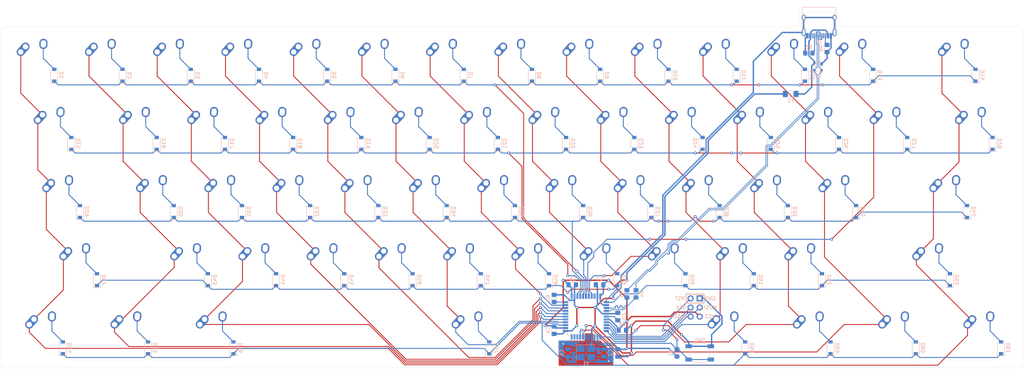
<source format=kicad_pcb>
(kicad_pcb (version 20171130) (host pcbnew "(5.1.9)-1")
  (layers (0 F.Cu signal) (31 B.Cu signal) (34 B.Paste user) (35 F.Paste user) (36 B.SilkS user) (37 F.SilkS user) (38 B.Mask user) (39 F.Mask user) (44 Edge.Cuts user))
  (net 0 "")
  (net 1 GND)
  (net 2 "Net-(C3-Pad1)")
  (net 3 +5V)
  (net 4 "Net-(D1-Pad2)")
  (net 5 "Net-(D2-Pad2)")
  (net 6 "Net-(D3-Pad2)")
  (net 7 "Net-(D4-Pad2)")
  (net 8 VCC)
  (net 9 "Net-(R2-Pad1)")
  (net 10 "Net-(U1-Pad42)")
  (net 11 /XTAL1)
  (net 12 /XTAL2)
  (net 13 /ROW0)
  (net 14 "Net-(D5-Pad2)")
  (net 15 "Net-(D6-Pad2)")
  (net 16 "Net-(D7-Pad2)")
  (net 17 "Net-(D8-Pad2)")
  (net 18 "Net-(D9-Pad2)")
  (net 19 "Net-(D10-Pad2)")
  (net 20 "Net-(D11-Pad2)")
  (net 21 "Net-(D12-Pad2)")
  (net 22 "Net-(D13-Pad2)")
  (net 23 "Net-(D14-Pad2)")
  (net 24 "Net-(D15-Pad2)")
  (net 25 /ROW1)
  (net 26 "Net-(D16-Pad2)")
  (net 27 "Net-(D17-Pad2)")
  (net 28 "Net-(D18-Pad2)")
  (net 29 "Net-(D19-Pad2)")
  (net 30 "Net-(D20-Pad2)")
  (net 31 "Net-(D21-Pad2)")
  (net 32 "Net-(D22-Pad2)")
  (net 33 "Net-(D23-Pad2)")
  (net 34 "Net-(D24-Pad2)")
  (net 35 "Net-(D25-Pad2)")
  (net 36 "Net-(D26-Pad2)")
  (net 37 "Net-(D27-Pad2)")
  (net 38 "Net-(D28-Pad2)")
  (net 39 "Net-(D29-Pad2)")
  (net 40 /ROW2)
  (net 41 "Net-(D30-Pad2)")
  (net 42 "Net-(D31-Pad2)")
  (net 43 "Net-(D32-Pad2)")
  (net 44 "Net-(D33-Pad2)")
  (net 45 "Net-(D34-Pad2)")
  (net 46 "Net-(D35-Pad2)")
  (net 47 "Net-(D36-Pad2)")
  (net 48 "Net-(D37-Pad2)")
  (net 49 "Net-(D38-Pad2)")
  (net 50 "Net-(D39-Pad2)")
  (net 51 "Net-(D40-Pad2)")
  (net 52 "Net-(D41-Pad2)")
  (net 53 "Net-(D42-Pad2)")
  (net 54 /ROW3)
  (net 55 "Net-(D43-Pad2)")
  (net 56 "Net-(D44-Pad2)")
  (net 57 "Net-(D45-Pad2)")
  (net 58 "Net-(D46-Pad2)")
  (net 59 "Net-(D47-Pad2)")
  (net 60 "Net-(D48-Pad2)")
  (net 61 "Net-(D49-Pad2)")
  (net 62 "Net-(D50-Pad2)")
  (net 63 "Net-(D51-Pad2)")
  (net 64 "Net-(D52-Pad2)")
  (net 65 "Net-(D53-Pad2)")
  (net 66 "Net-(D54-Pad2)")
  (net 67 /ROW4)
  (net 68 "Net-(D55-Pad2)")
  (net 69 "Net-(D56-Pad2)")
  (net 70 "Net-(D57-Pad2)")
  (net 71 "Net-(D58-Pad2)")
  (net 72 "Net-(D59-Pad2)")
  (net 73 "Net-(D60-Pad2)")
  (net 74 "Net-(D61-Pad2)")
  (net 75 /RESET)
  (net 76 /MOSI)
  (net 77 /SCK)
  (net 78 /MISO)
  (net 79 "Net-(J2-PadB8)")
  (net 80 "Net-(J2-PadA5)")
  (net 81 "Net-(J2-PadA8)")
  (net 82 "Net-(J2-PadB5)")
  (net 83 /COL0)
  (net 84 /COL1)
  (net 85 /COL2)
  (net 86 /COL3)
  (net 87 /COL4)
  (net 88 /COL5)
  (net 89 /COL6)
  (net 90 /COL7)
  (net 91 /COL8)
  (net 92 /COL9)
  (net 93 /COL10)
  (net 94 /COL11)
  (net 95 /COL12)
  (net 96 /COL13)
  (net 97 /D-)
  (net 98 /D+)
  (net 99 /DD-)
  (net 100 /DD+)
  (net 101 "Net-(U1-Pad22)")
  (net 102 "Net-(U1-Pad21)")
  (net 103 "Net-(U1-Pad20)")
  (module MX_Alps_Hybrid:MX-1U-NoLED (layer F.Cu) (at 171.45 61.9125)
    (fp_text reference MX36)
    (fp_text value J)
    (pad "" np_thru_hole circle (at 5.08 0 48.0996) (size 1.75 1.75) (drill 1.75) (layers *.Cu *.Mask))
    (pad "" np_thru_hole circle (at -5.08 0 48.0996) (size 1.75 1.75) (drill 1.75) (layers *.Cu *.Mask))
    (pad 1 thru_hole circle (at -2.5 -4) (size 2.25 2.25) (drill 1.47) (layers *.Cu B.Mask) (net 90 /COL7))
    (pad "" np_thru_hole circle (at 0 0) (size 3.9878 3.9878) (drill 3.9878) (layers *.Cu *.Mask))
    (pad 1 thru_hole oval (at -3.81 -2.54 48.0996) (size 4.211556 2.25) (drill 1.47 (offset 0.980778 0)) (layers *.Cu B.Mask) (net 90 /COL7))
    (pad 2 thru_hole circle (at 2.54 -5.08) (size 2.25 2.25) (drill 1.47) (layers *.Cu B.Mask) (net 47 "Net-(D36-Pad2)"))
    (pad 2 thru_hole oval (at 2.5 -4.5 86.0548) (size 2.831378 2.25) (drill 1.47 (offset 0.290689 0)) (layers *.Cu B.Mask) (net 47 "Net-(D36-Pad2)"))
  )
  (module MX_Alps_Hybrid:MX-1U-NoLED (layer F.Cu) (at 209.55 61.9125)
    (fp_text reference MX38)
    (fp_text value L)
    (pad "" np_thru_hole circle (at 5.08 0 48.0996) (size 1.75 1.75) (drill 1.75) (layers *.Cu *.Mask))
    (pad "" np_thru_hole circle (at -5.08 0 48.0996) (size 1.75 1.75) (drill 1.75) (layers *.Cu *.Mask))
    (pad 1 thru_hole circle (at -2.5 -4) (size 2.25 2.25) (drill 1.47) (layers *.Cu B.Mask) (net 92 /COL9))
    (pad "" np_thru_hole circle (at 0 0) (size 3.9878 3.9878) (drill 3.9878) (layers *.Cu *.Mask))
    (pad 1 thru_hole oval (at -3.81 -2.54 48.0996) (size 4.211556 2.25) (drill 1.47 (offset 0.980778 0)) (layers *.Cu B.Mask) (net 92 /COL9))
    (pad 2 thru_hole circle (at 2.54 -5.08) (size 2.25 2.25) (drill 1.47) (layers *.Cu B.Mask) (net 49 "Net-(D38-Pad2)"))
    (pad 2 thru_hole oval (at 2.5 -4.5 86.0548) (size 2.831378 2.25) (drill 1.47 (offset 0.290689 0)) (layers *.Cu B.Mask) (net 49 "Net-(D38-Pad2)"))
  )
  (module MX_Alps_Hybrid:MX-6.25U-ReversedStabilizers-NoLED (layer F.Cu) (at 145.25625 100.0125)
    (fp_text reference MX57)
    (fp_text value SPACE)
    (pad "" np_thru_hole circle (at 49.9999 -8.255) (size 3.9878 3.9878) (drill 3.9878) (layers *.Cu *.Mask))
    (pad "" np_thru_hole circle (at -49.9999 -8.255) (size 3.9878 3.9878) (drill 3.9878) (layers *.Cu *.Mask))
    (pad "" np_thru_hole circle (at 49.9999 6.985) (size 3.048 3.048) (drill 3.048) (layers *.Cu *.Mask))
    (pad "" np_thru_hole circle (at -49.9999 6.985) (size 3.048 3.048) (drill 3.048) (layers *.Cu *.Mask))
    (pad "" np_thru_hole circle (at 5.08 0 48.0996) (size 1.75 1.75) (drill 1.75) (layers *.Cu *.Mask))
    (pad "" np_thru_hole circle (at -5.08 0 48.0996) (size 1.75 1.75) (drill 1.75) (layers *.Cu *.Mask))
    (pad 1 thru_hole circle (at -2.5 -4) (size 2.25 2.25) (drill 1.47) (layers *.Cu B.Mask) (net 88 /COL5))
    (pad "" np_thru_hole circle (at 0 0) (size 3.9878 3.9878) (drill 3.9878) (layers *.Cu *.Mask))
    (pad 1 thru_hole oval (at -3.81 -2.54 48.0996) (size 4.211556 2.25) (drill 1.47 (offset 0.980778 0)) (layers *.Cu B.Mask) (net 88 /COL5))
    (pad 2 thru_hole circle (at 2.54 -5.08) (size 2.25 2.25) (drill 1.47) (layers *.Cu B.Mask) (net 70 "Net-(D57-Pad2)"))
    (pad 2 thru_hole oval (at 2.5 -4.5 86.0548) (size 2.831378 2.25) (drill 1.47 (offset 0.290689 0)) (layers *.Cu B.Mask) (net 70 "Net-(D57-Pad2)"))
  )
  (module Fuse:Fuse_1206_3216Metric_Pad1.42x1.75mm_HandSolder (layer B.Cu) (at 234.95 33.02)
    (fp_text reference F1 (at 0 1.82) (layer B.SilkS) (effects (justify mirror)))
    (fp_text value 500mA)
    (pad 2 smd roundrect (at 1.4875 0) (size 1.425 1.75) (layers B.Cu B.Paste B.Mask) (roundrect_rratio 0.1754385964912281) (net 8 VCC))
    (pad 1 smd roundrect (at -1.4875 0) (size 1.425 1.75) (layers B.Cu B.Paste B.Mask) (roundrect_rratio 0.1754385964912281) (net 3 +5V))
  )
  (module MX_Alps_Hybrid:MX-1U-NoLED (layer F.Cu) (at 261.9375 42.8625)
    (fp_text reference MX27)
    (fp_text value ]})
    (pad "" np_thru_hole circle (at 5.08 0 48.0996) (size 1.75 1.75) (drill 1.75) (layers *.Cu *.Mask))
    (pad "" np_thru_hole circle (at -5.08 0 48.0996) (size 1.75 1.75) (drill 1.75) (layers *.Cu *.Mask))
    (pad 1 thru_hole circle (at -2.5 -4) (size 2.25 2.25) (drill 1.47) (layers *.Cu B.Mask) (net 95 /COL12))
    (pad "" np_thru_hole circle (at 0 0) (size 3.9878 3.9878) (drill 3.9878) (layers *.Cu *.Mask))
    (pad 1 thru_hole oval (at -3.81 -2.54 48.0996) (size 4.211556 2.25) (drill 1.47 (offset 0.980778 0)) (layers *.Cu B.Mask) (net 95 /COL12))
    (pad 2 thru_hole circle (at 2.54 -5.08) (size 2.25 2.25) (drill 1.47) (layers *.Cu B.Mask) (net 37 "Net-(D27-Pad2)"))
    (pad 2 thru_hole oval (at 2.5 -4.5 86.0548) (size 2.831378 2.25) (drill 1.47 (offset 0.290689 0)) (layers *.Cu B.Mask) (net 37 "Net-(D27-Pad2)"))
  )
  (module MX_Alps_Hybrid:MX-1U-NoLED (layer F.Cu) (at 219.075 80.9625)
    (fp_text reference MX51)
    (fp_text value .>)
    (pad "" np_thru_hole circle (at 5.08 0 48.0996) (size 1.75 1.75) (drill 1.75) (layers *.Cu *.Mask))
    (pad "" np_thru_hole circle (at -5.08 0 48.0996) (size 1.75 1.75) (drill 1.75) (layers *.Cu *.Mask))
    (pad 1 thru_hole circle (at -2.5 -4) (size 2.25 2.25) (drill 1.47) (layers *.Cu B.Mask) (net 92 /COL9))
    (pad "" np_thru_hole circle (at 0 0) (size 3.9878 3.9878) (drill 3.9878) (layers *.Cu *.Mask))
    (pad 1 thru_hole oval (at -3.81 -2.54 48.0996) (size 4.211556 2.25) (drill 1.47 (offset 0.980778 0)) (layers *.Cu B.Mask) (net 92 /COL9))
    (pad 2 thru_hole circle (at 2.54 -5.08) (size 2.25 2.25) (drill 1.47) (layers *.Cu B.Mask) (net 63 "Net-(D51-Pad2)"))
    (pad 2 thru_hole oval (at 2.5 -4.5 86.0548) (size 2.831378 2.25) (drill 1.47 (offset 0.290689 0)) (layers *.Cu B.Mask) (net 63 "Net-(D51-Pad2)"))
  )
  (module MX_Alps_Hybrid:MX-1U-NoLED (layer F.Cu) (at 57.15 61.9125)
    (fp_text reference MX30)
    (fp_text value A)
    (pad "" np_thru_hole circle (at 5.08 0 48.0996) (size 1.75 1.75) (drill 1.75) (layers *.Cu *.Mask))
    (pad "" np_thru_hole circle (at -5.08 0 48.0996) (size 1.75 1.75) (drill 1.75) (layers *.Cu *.Mask))
    (pad 1 thru_hole circle (at -2.5 -4) (size 2.25 2.25) (drill 1.47) (layers *.Cu B.Mask) (net 84 /COL1))
    (pad "" np_thru_hole circle (at 0 0) (size 3.9878 3.9878) (drill 3.9878) (layers *.Cu *.Mask))
    (pad 1 thru_hole oval (at -3.81 -2.54 48.0996) (size 4.211556 2.25) (drill 1.47 (offset 0.980778 0)) (layers *.Cu B.Mask) (net 84 /COL1))
    (pad 2 thru_hole circle (at 2.54 -5.08) (size 2.25 2.25) (drill 1.47) (layers *.Cu B.Mask) (net 41 "Net-(D30-Pad2)"))
    (pad 2 thru_hole oval (at 2.5 -4.5 86.0548) (size 2.831378 2.25) (drill 1.47 (offset 0.290689 0)) (layers *.Cu B.Mask) (net 41 "Net-(D30-Pad2)"))
  )
  (module MX_Alps_Hybrid:MX-1U-NoLED (layer F.Cu) (at 242.8875 42.8625)
    (fp_text reference MX26)
    (fp_text value [{)
    (pad "" np_thru_hole circle (at 5.08 0 48.0996) (size 1.75 1.75) (drill 1.75) (layers *.Cu *.Mask))
    (pad "" np_thru_hole circle (at -5.08 0 48.0996) (size 1.75 1.75) (drill 1.75) (layers *.Cu *.Mask))
    (pad 1 thru_hole circle (at -2.5 -4) (size 2.25 2.25) (drill 1.47) (layers *.Cu B.Mask) (net 94 /COL11))
    (pad "" np_thru_hole circle (at 0 0) (size 3.9878 3.9878) (drill 3.9878) (layers *.Cu *.Mask))
    (pad 1 thru_hole oval (at -3.81 -2.54 48.0996) (size 4.211556 2.25) (drill 1.47 (offset 0.980778 0)) (layers *.Cu B.Mask) (net 94 /COL11))
    (pad 2 thru_hole circle (at 2.54 -5.08) (size 2.25 2.25) (drill 1.47) (layers *.Cu B.Mask) (net 36 "Net-(D26-Pad2)"))
    (pad 2 thru_hole oval (at 2.5 -4.5 86.0548) (size 2.831378 2.25) (drill 1.47 (offset 0.290689 0)) (layers *.Cu B.Mask) (net 36 "Net-(D26-Pad2)"))
  )
  (module MX_Alps_Hybrid:MX-1U-NoLED (layer F.Cu) (at 52.3875 42.8625)
    (fp_text reference MX16)
    (fp_text value Q)
    (pad "" np_thru_hole circle (at 5.08 0 48.0996) (size 1.75 1.75) (drill 1.75) (layers *.Cu *.Mask))
    (pad "" np_thru_hole circle (at -5.08 0 48.0996) (size 1.75 1.75) (drill 1.75) (layers *.Cu *.Mask))
    (pad 1 thru_hole circle (at -2.5 -4) (size 2.25 2.25) (drill 1.47) (layers *.Cu B.Mask) (net 84 /COL1))
    (pad "" np_thru_hole circle (at 0 0) (size 3.9878 3.9878) (drill 3.9878) (layers *.Cu *.Mask))
    (pad 1 thru_hole oval (at -3.81 -2.54 48.0996) (size 4.211556 2.25) (drill 1.47 (offset 0.980778 0)) (layers *.Cu B.Mask) (net 84 /COL1))
    (pad 2 thru_hole circle (at 2.54 -5.08) (size 2.25 2.25) (drill 1.47) (layers *.Cu B.Mask) (net 26 "Net-(D16-Pad2)"))
    (pad 2 thru_hole oval (at 2.5 -4.5 86.0548) (size 2.831378 2.25) (drill 1.47 (offset 0.290689 0)) (layers *.Cu B.Mask) (net 26 "Net-(D16-Pad2)"))
  )
  (module MX_Alps_Hybrid:MX-1U-NoLED (layer F.Cu) (at 157.1625 23.8125)
    (fp_text reference MX8)
    (fp_text value "#7")
    (pad "" np_thru_hole circle (at 5.08 0 48.0996) (size 1.75 1.75) (drill 1.75) (layers *.Cu *.Mask))
    (pad "" np_thru_hole circle (at -5.08 0 48.0996) (size 1.75 1.75) (drill 1.75) (layers *.Cu *.Mask))
    (pad 1 thru_hole circle (at -2.5 -4) (size 2.25 2.25) (drill 1.47) (layers *.Cu B.Mask) (net 90 /COL7))
    (pad "" np_thru_hole circle (at 0 0) (size 3.9878 3.9878) (drill 3.9878) (layers *.Cu *.Mask))
    (pad 1 thru_hole oval (at -3.81 -2.54 48.0996) (size 4.211556 2.25) (drill 1.47 (offset 0.980778 0)) (layers *.Cu B.Mask) (net 90 /COL7))
    (pad 2 thru_hole circle (at 2.54 -5.08) (size 2.25 2.25) (drill 1.47) (layers *.Cu B.Mask) (net 17 "Net-(D8-Pad2)"))
    (pad 2 thru_hole oval (at 2.5 -4.5 86.0548) (size 2.831378 2.25) (drill 1.47 (offset 0.290689 0)) (layers *.Cu B.Mask) (net 17 "Net-(D8-Pad2)"))
  )
  (module MX_Alps_Hybrid:MX-1U-NoLED (layer F.Cu) (at 138.1125 23.8125)
    (fp_text reference MX7)
    (fp_text value "#6")
    (pad "" np_thru_hole circle (at 5.08 0 48.0996) (size 1.75 1.75) (drill 1.75) (layers *.Cu *.Mask))
    (pad "" np_thru_hole circle (at -5.08 0 48.0996) (size 1.75 1.75) (drill 1.75) (layers *.Cu *.Mask))
    (pad 1 thru_hole circle (at -2.5 -4) (size 2.25 2.25) (drill 1.47) (layers *.Cu B.Mask) (net 89 /COL6))
    (pad "" np_thru_hole circle (at 0 0) (size 3.9878 3.9878) (drill 3.9878) (layers *.Cu *.Mask))
    (pad 1 thru_hole oval (at -3.81 -2.54 48.0996) (size 4.211556 2.25) (drill 1.47 (offset 0.980778 0)) (layers *.Cu B.Mask) (net 89 /COL6))
    (pad 2 thru_hole circle (at 2.54 -5.08) (size 2.25 2.25) (drill 1.47) (layers *.Cu B.Mask) (net 16 "Net-(D7-Pad2)"))
    (pad 2 thru_hole oval (at 2.5 -4.5 86.0548) (size 2.831378 2.25) (drill 1.47 (offset 0.290689 0)) (layers *.Cu B.Mask) (net 16 "Net-(D7-Pad2)"))
  )
  (module MX_Alps_Hybrid:MX-1U-NoLED (layer F.Cu) (at 80.9625 23.8125)
    (fp_text reference MX4)
    (fp_text value "#3")
    (pad "" np_thru_hole circle (at 5.08 0 48.0996) (size 1.75 1.75) (drill 1.75) (layers *.Cu *.Mask))
    (pad "" np_thru_hole circle (at -5.08 0 48.0996) (size 1.75 1.75) (drill 1.75) (layers *.Cu *.Mask))
    (pad 1 thru_hole circle (at -2.5 -4) (size 2.25 2.25) (drill 1.47) (layers *.Cu B.Mask) (net 86 /COL3))
    (pad "" np_thru_hole circle (at 0 0) (size 3.9878 3.9878) (drill 3.9878) (layers *.Cu *.Mask))
    (pad 1 thru_hole oval (at -3.81 -2.54 48.0996) (size 4.211556 2.25) (drill 1.47 (offset 0.980778 0)) (layers *.Cu B.Mask) (net 86 /COL3))
    (pad 2 thru_hole circle (at 2.54 -5.08) (size 2.25 2.25) (drill 1.47) (layers *.Cu B.Mask) (net 7 "Net-(D4-Pad2)"))
    (pad 2 thru_hole oval (at 2.5 -4.5 86.0548) (size 2.831378 2.25) (drill 1.47 (offset 0.290689 0)) (layers *.Cu B.Mask) (net 7 "Net-(D4-Pad2)"))
  )
  (module Diode_SMD:D_SOD-123 (layer B.Cu) (at 238.91875 27.78125 90)
    (fp_text reference D12 (at 0 2 90) (layer B.SilkS) (effects (justify mirror)))
    (fp_text value 1N4148)
    (pad 2 smd rect (at 1.65 0 90) (size 0.9 1.2) (layers B.Cu B.Paste B.Mask) (net 21 "Net-(D12-Pad2)"))
    (pad 1 smd rect (at -1.65 0 90) (size 0.9 1.2) (layers B.Cu B.Paste B.Mask) (net 13 /ROW0))
  )
  (module MX_Alps_Hybrid:MX-1U-NoLED (layer F.Cu) (at 119.0625 23.8125)
    (fp_text reference MX6)
    (fp_text value "#5")
    (pad "" np_thru_hole circle (at 5.08 0 48.0996) (size 1.75 1.75) (drill 1.75) (layers *.Cu *.Mask))
    (pad "" np_thru_hole circle (at -5.08 0 48.0996) (size 1.75 1.75) (drill 1.75) (layers *.Cu *.Mask))
    (pad 1 thru_hole circle (at -2.5 -4) (size 2.25 2.25) (drill 1.47) (layers *.Cu B.Mask) (net 88 /COL5))
    (pad "" np_thru_hole circle (at 0 0) (size 3.9878 3.9878) (drill 3.9878) (layers *.Cu *.Mask))
    (pad 1 thru_hole oval (at -3.81 -2.54 48.0996) (size 4.211556 2.25) (drill 1.47 (offset 0.980778 0)) (layers *.Cu B.Mask) (net 88 /COL5))
    (pad 2 thru_hole circle (at 2.54 -5.08) (size 2.25 2.25) (drill 1.47) (layers *.Cu B.Mask) (net 15 "Net-(D6-Pad2)"))
    (pad 2 thru_hole oval (at 2.5 -4.5 86.0548) (size 2.831378 2.25) (drill 1.47 (offset 0.290689 0)) (layers *.Cu B.Mask) (net 15 "Net-(D6-Pad2)"))
  )
  (module MX_Alps_Hybrid:MX-1U-NoLED (layer F.Cu) (at 23.8125 23.8125)
    (fp_text reference MX1)
    (fp_text value ESC)
    (pad "" np_thru_hole circle (at 5.08 0 48.0996) (size 1.75 1.75) (drill 1.75) (layers *.Cu *.Mask))
    (pad "" np_thru_hole circle (at -5.08 0 48.0996) (size 1.75 1.75) (drill 1.75) (layers *.Cu *.Mask))
    (pad 1 thru_hole circle (at -2.5 -4) (size 2.25 2.25) (drill 1.47) (layers *.Cu B.Mask) (net 83 /COL0))
    (pad "" np_thru_hole circle (at 0 0) (size 3.9878 3.9878) (drill 3.9878) (layers *.Cu *.Mask))
    (pad 1 thru_hole oval (at -3.81 -2.54 48.0996) (size 4.211556 2.25) (drill 1.47 (offset 0.980778 0)) (layers *.Cu B.Mask) (net 83 /COL0))
    (pad 2 thru_hole circle (at 2.54 -5.08) (size 2.25 2.25) (drill 1.47) (layers *.Cu B.Mask) (net 4 "Net-(D1-Pad2)"))
    (pad 2 thru_hole oval (at 2.5 -4.5 86.0548) (size 2.831378 2.25) (drill 1.47 (offset 0.290689 0)) (layers *.Cu B.Mask) (net 4 "Net-(D1-Pad2)"))
  )
  (module MX_Alps_Hybrid:MX-1U-NoLED (layer F.Cu) (at 228.6 61.9125)
    (fp_text reference MX39)
    (fp_text value ;:)
    (pad "" np_thru_hole circle (at 5.08 0 48.0996) (size 1.75 1.75) (drill 1.75) (layers *.Cu *.Mask))
    (pad "" np_thru_hole circle (at -5.08 0 48.0996) (size 1.75 1.75) (drill 1.75) (layers *.Cu *.Mask))
    (pad 1 thru_hole circle (at -2.5 -4) (size 2.25 2.25) (drill 1.47) (layers *.Cu B.Mask) (net 93 /COL10))
    (pad "" np_thru_hole circle (at 0 0) (size 3.9878 3.9878) (drill 3.9878) (layers *.Cu *.Mask))
    (pad 1 thru_hole oval (at -3.81 -2.54 48.0996) (size 4.211556 2.25) (drill 1.47 (offset 0.980778 0)) (layers *.Cu B.Mask) (net 93 /COL10))
    (pad 2 thru_hole circle (at 2.54 -5.08) (size 2.25 2.25) (drill 1.47) (layers *.Cu B.Mask) (net 50 "Net-(D39-Pad2)"))
    (pad 2 thru_hole oval (at 2.5 -4.5 86.0548) (size 2.831378 2.25) (drill 1.47 (offset 0.290689 0)) (layers *.Cu B.Mask) (net 50 "Net-(D39-Pad2)"))
  )
  (module MX_Alps_Hybrid:MX-1U-NoLED (layer F.Cu) (at 200.025 80.9625)
    (fp_text reference MX50)
    (fp_text value ,<)
    (pad "" np_thru_hole circle (at 5.08 0 48.0996) (size 1.75 1.75) (drill 1.75) (layers *.Cu *.Mask))
    (pad "" np_thru_hole circle (at -5.08 0 48.0996) (size 1.75 1.75) (drill 1.75) (layers *.Cu *.Mask))
    (pad 1 thru_hole circle (at -2.5 -4) (size 2.25 2.25) (drill 1.47) (layers *.Cu B.Mask) (net 91 /COL8))
    (pad "" np_thru_hole circle (at 0 0) (size 3.9878 3.9878) (drill 3.9878) (layers *.Cu *.Mask))
    (pad 1 thru_hole oval (at -3.81 -2.54 48.0996) (size 4.211556 2.25) (drill 1.47 (offset 0.980778 0)) (layers *.Cu B.Mask) (net 91 /COL8))
    (pad 2 thru_hole circle (at 2.54 -5.08) (size 2.25 2.25) (drill 1.47) (layers *.Cu B.Mask) (net 62 "Net-(D50-Pad2)"))
    (pad 2 thru_hole oval (at 2.5 -4.5 86.0548) (size 2.831378 2.25) (drill 1.47 (offset 0.290689 0)) (layers *.Cu B.Mask) (net 62 "Net-(D50-Pad2)"))
  )
  (module Capacitor_SMD:C_0805_2012Metric_Pad1.18x1.45mm_HandSolder (layer B.Cu) (at 186.69 105.41 270)
    (fp_text reference C5 (at 0 -1.778 90) (layer B.SilkS) (effects (justify mirror)))
    (fp_text value 0.1u)
    (pad 2 smd roundrect (at 1.0375 0 270) (size 1.175 1.45) (layers B.Cu B.Paste B.Mask) (roundrect_rratio 0.2127659574468085) (net 1 GND))
    (pad 1 smd roundrect (at -1.0375 0 270) (size 1.175 1.45) (layers B.Cu B.Paste B.Mask) (roundrect_rratio 0.2127659574468085) (net 3 +5V))
  )
  (module MX_Alps_Hybrid:MX-1U-NoLED (layer F.Cu) (at 252.4125 23.8125)
    (fp_text reference MX13)
    (fp_text value =+)
    (pad "" np_thru_hole circle (at 5.08 0 48.0996) (size 1.75 1.75) (drill 1.75) (layers *.Cu *.Mask))
    (pad "" np_thru_hole circle (at -5.08 0 48.0996) (size 1.75 1.75) (drill 1.75) (layers *.Cu *.Mask))
    (pad 1 thru_hole circle (at -2.5 -4) (size 2.25 2.25) (drill 1.47) (layers *.Cu B.Mask) (net 95 /COL12))
    (pad "" np_thru_hole circle (at 0 0) (size 3.9878 3.9878) (drill 3.9878) (layers *.Cu *.Mask))
    (pad 1 thru_hole oval (at -3.81 -2.54 48.0996) (size 4.211556 2.25) (drill 1.47 (offset 0.980778 0)) (layers *.Cu B.Mask) (net 95 /COL12))
    (pad 2 thru_hole circle (at 2.54 -5.08) (size 2.25 2.25) (drill 1.47) (layers *.Cu B.Mask) (net 22 "Net-(D13-Pad2)"))
    (pad 2 thru_hole oval (at 2.5 -4.5 86.0548) (size 2.831378 2.25) (drill 1.47 (offset 0.290689 0)) (layers *.Cu B.Mask) (net 22 "Net-(D13-Pad2)"))
  )
  (module MX_Alps_Hybrid:MX-1.25U-NoLED (layer F.Cu) (at 288.13125 100.0125)
    (fp_text reference MX61)
    (fp_text value RCTRL)
    (pad "" np_thru_hole circle (at 5.08 0 48.0996) (size 1.75 1.75) (drill 1.75) (layers *.Cu *.Mask))
    (pad "" np_thru_hole circle (at -5.08 0 48.0996) (size 1.75 1.75) (drill 1.75) (layers *.Cu *.Mask))
    (pad 1 thru_hole circle (at -2.5 -4) (size 2.25 2.25) (drill 1.47) (layers *.Cu B.Mask) (net 96 /COL13))
    (pad "" np_thru_hole circle (at 0 0) (size 3.9878 3.9878) (drill 3.9878) (layers *.Cu *.Mask))
    (pad 1 thru_hole oval (at -3.81 -2.54 48.0996) (size 4.211556 2.25) (drill 1.47 (offset 0.980778 0)) (layers *.Cu B.Mask) (net 96 /COL13))
    (pad 2 thru_hole circle (at 2.54 -5.08) (size 2.25 2.25) (drill 1.47) (layers *.Cu B.Mask) (net 74 "Net-(D61-Pad2)"))
    (pad 2 thru_hole oval (at 2.5 -4.5 86.0548) (size 2.831378 2.25) (drill 1.47 (offset 0.290689 0)) (layers *.Cu B.Mask) (net 74 "Net-(D61-Pad2)"))
  )
  (module random-keyboard-parts:SOT143B (layer B.Cu) (at 242.57 25.4 180)
    (fp_text reference U2 (at 0 -2.45) (layer B.SilkS) (effects (justify mirror)))
    (fp_text value PRTR5V0U2X)
    (pad 3 smd rect (at 1 -0.95 270) (size 0.6 0.7) (layers B.Cu B.Paste B.Mask) (net 99 /DD-))
    (pad 2 smd rect (at -1 -0.95 270) (size 0.6 0.7) (layers B.Cu B.Paste B.Mask) (net 100 /DD+))
    (pad 4 smd rect (at 1 0.95 270) (size 0.6 0.7) (layers B.Cu B.Paste B.Mask) (net 8 VCC))
    (pad 1 smd rect (at -1 0.75 270) (size 1 0.7) (layers B.Cu B.Paste B.Mask) (net 1 GND))
  )
  (module MX_Alps_Hybrid:MX-2.75U-NoLED (layer F.Cu) (at 273.84375 80.9625)
    (fp_text reference MX53)
    (fp_text value RSHIFT)
    (pad "" np_thru_hole circle (at 11.938 8.255) (size 3.9878 3.9878) (drill 3.9878) (layers *.Cu *.Mask))
    (pad "" np_thru_hole circle (at -11.938 8.255) (size 3.9878 3.9878) (drill 3.9878) (layers *.Cu *.Mask))
    (pad "" np_thru_hole circle (at 11.938 -6.985) (size 3.048 3.048) (drill 3.048) (layers *.Cu *.Mask))
    (pad "" np_thru_hole circle (at -11.938 -6.985) (size 3.048 3.048) (drill 3.048) (layers *.Cu *.Mask))
    (pad "" np_thru_hole circle (at 5.08 0 48.0996) (size 1.75 1.75) (drill 1.75) (layers *.Cu *.Mask))
    (pad "" np_thru_hole circle (at -5.08 0 48.0996) (size 1.75 1.75) (drill 1.75) (layers *.Cu *.Mask))
    (pad 1 thru_hole circle (at -2.5 -4) (size 2.25 2.25) (drill 1.47) (layers *.Cu B.Mask) (net 96 /COL13))
    (pad "" np_thru_hole circle (at 0 0) (size 3.9878 3.9878) (drill 3.9878) (layers *.Cu *.Mask))
    (pad 1 thru_hole oval (at -3.81 -2.54 48.0996) (size 4.211556 2.25) (drill 1.47 (offset 0.980778 0)) (layers *.Cu B.Mask) (net 96 /COL13))
    (pad 2 thru_hole circle (at 2.54 -5.08) (size 2.25 2.25) (drill 1.47) (layers *.Cu B.Mask) (net 65 "Net-(D53-Pad2)"))
    (pad 2 thru_hole oval (at 2.5 -4.5 86.0548) (size 2.831378 2.25) (drill 1.47 (offset 0.290689 0)) (layers *.Cu B.Mask) (net 65 "Net-(D53-Pad2)"))
  )
  (module Crystal:Crystal_SMD_3225-4Pin_3.2x2.5mm_HandSoldering (layer B.Cu) (at 177.8 105.41)
    (fp_text reference Y1 (at 0 3.05) (layer B.SilkS) (effects (justify mirror)))
    (fp_text value XTAL)
    (pad 4 smd rect (at -1.45 1.15) (size 2.1 1.8) (layers B.Cu B.Paste B.Mask) (net 1 GND))
    (pad 3 smd rect (at 1.45 1.15) (size 2.1 1.8) (layers B.Cu B.Paste B.Mask) (net 12 /XTAL2))
    (pad 2 smd rect (at 1.45 -1.15) (size 2.1 1.8) (layers B.Cu B.Paste B.Mask) (net 1 GND))
    (pad 1 smd rect (at -1.45 -1.15) (size 2.1 1.8) (layers B.Cu B.Paste B.Mask) (net 11 /XTAL1))
  )
  (module Package_QFP:TQFP-44_10x10mm_P0.8mm (layer B.Cu) (at 177.8 95.25 180)
    (fp_text reference U1 (at 0 7.45) (layer B.SilkS) (effects (justify mirror)))
    (fp_text value ATmega32U4-AU)
    (pad 44 smd rect (at -4 5.7 90) (size 1.5 0.55) (layers B.Cu B.Paste B.Mask) (net 3 +5V))
    (pad 43 smd rect (at -3.2 5.7 90) (size 1.5 0.55) (layers B.Cu B.Paste B.Mask) (net 1 GND))
    (pad 42 smd rect (at -2.4 5.7 90) (size 1.5 0.55) (layers B.Cu B.Paste B.Mask) (net 10 "Net-(U1-Pad42)"))
    (pad 41 smd rect (at -1.6 5.7 90) (size 1.5 0.55) (layers B.Cu B.Paste B.Mask) (net 91 /COL8))
    (pad 40 smd rect (at -0.8 5.7 90) (size 1.5 0.55) (layers B.Cu B.Paste B.Mask) (net 95 /COL12))
    (pad 39 smd rect (at 0 5.7 90) (size 1.5 0.55) (layers B.Cu B.Paste B.Mask) (net 90 /COL7))
    (pad 38 smd rect (at 0.8 5.7 90) (size 1.5 0.55) (layers B.Cu B.Paste B.Mask) (net 13 /ROW0))
    (pad 37 smd rect (at 1.6 5.7 90) (size 1.5 0.55) (layers B.Cu B.Paste B.Mask) (net 40 /ROW2))
    (pad 36 smd rect (at 2.4 5.7 90) (size 1.5 0.55) (layers B.Cu B.Paste B.Mask) (net 25 /ROW1))
    (pad 35 smd rect (at 3.2 5.7 90) (size 1.5 0.55) (layers B.Cu B.Paste B.Mask) (net 1 GND))
    (pad 34 smd rect (at 4 5.7 90) (size 1.5 0.55) (layers B.Cu B.Paste B.Mask) (net 3 +5V))
    (pad 33 smd rect (at 5.7 4 180) (size 1.5 0.55) (layers B.Cu B.Paste B.Mask) (net 9 "Net-(R2-Pad1)"))
    (pad 32 smd rect (at 5.7 3.2 180) (size 1.5 0.55) (layers B.Cu B.Paste B.Mask) (net 89 /COL6))
    (pad 31 smd rect (at 5.7 2.4 180) (size 1.5 0.55) (layers B.Cu B.Paste B.Mask) (net 87 /COL4))
    (pad 30 smd rect (at 5.7 1.6 180) (size 1.5 0.55) (layers B.Cu B.Paste B.Mask) (net 86 /COL3))
    (pad 29 smd rect (at 5.7 0.8 180) (size 1.5 0.55) (layers B.Cu B.Paste B.Mask) (net 85 /COL2))
    (pad 28 smd rect (at 5.7 0 180) (size 1.5 0.55) (layers B.Cu B.Paste B.Mask) (net 84 /COL1))
    (pad 27 smd rect (at 5.7 -0.8 180) (size 1.5 0.55) (layers B.Cu B.Paste B.Mask) (net 83 /COL0))
    (pad 26 smd rect (at 5.7 -1.6 180) (size 1.5 0.55) (layers B.Cu B.Paste B.Mask) (net 88 /COL5))
    (pad 25 smd rect (at 5.7 -2.4 180) (size 1.5 0.55) (layers B.Cu B.Paste B.Mask) (net 67 /ROW4))
    (pad 24 smd rect (at 5.7 -3.2 180) (size 1.5 0.55) (layers B.Cu B.Paste B.Mask) (net 3 +5V))
    (pad 23 smd rect (at 5.7 -4 180) (size 1.5 0.55) (layers B.Cu B.Paste B.Mask) (net 1 GND))
    (pad 22 smd rect (at 4 -5.7 90) (size 1.5 0.55) (layers B.Cu B.Paste B.Mask) (net 101 "Net-(U1-Pad22)"))
    (pad 21 smd rect (at 3.2 -5.7 90) (size 1.5 0.55) (layers B.Cu B.Paste B.Mask) (net 102 "Net-(U1-Pad21)"))
    (pad 20 smd rect (at 2.4 -5.7 90) (size 1.5 0.55) (layers B.Cu B.Paste B.Mask) (net 103 "Net-(U1-Pad20)"))
    (pad 19 smd rect (at 1.6 -5.7 90) (size 1.5 0.55) (layers B.Cu B.Paste B.Mask) (net 96 /COL13))
    (pad 18 smd rect (at 0.8 -5.7 90) (size 1.5 0.55) (layers B.Cu B.Paste B.Mask) (net 94 /COL11))
    (pad 17 smd rect (at 0 -5.7 90) (size 1.5 0.55) (layers B.Cu B.Paste B.Mask) (net 11 /XTAL1))
    (pad 16 smd rect (at -0.8 -5.7 90) (size 1.5 0.55) (layers B.Cu B.Paste B.Mask) (net 12 /XTAL2))
    (pad 15 smd rect (at -1.6 -5.7 90) (size 1.5 0.55) (layers B.Cu B.Paste B.Mask) (net 1 GND))
    (pad 14 smd rect (at -2.4 -5.7 90) (size 1.5 0.55) (layers B.Cu B.Paste B.Mask) (net 3 +5V))
    (pad 13 smd rect (at -3.2 -5.7 90) (size 1.5 0.55) (layers B.Cu B.Paste B.Mask) (net 75 /RESET))
    (pad 12 smd rect (at -4 -5.7 90) (size 1.5 0.55) (layers B.Cu B.Paste B.Mask) (net 92 /COL9))
    (pad 11 smd rect (at -5.7 -4 180) (size 1.5 0.55) (layers B.Cu B.Paste B.Mask) (net 78 /MISO))
    (pad 10 smd rect (at -5.7 -3.2 180) (size 1.5 0.55) (layers B.Cu B.Paste B.Mask) (net 76 /MOSI))
    (pad 9 smd rect (at -5.7 -2.4 180) (size 1.5 0.55) (layers B.Cu B.Paste B.Mask) (net 77 /SCK))
    (pad 8 smd rect (at -5.7 -1.6 180) (size 1.5 0.55) (layers B.Cu B.Paste B.Mask) (net 93 /COL10))
    (pad 7 smd rect (at -5.7 -0.8 180) (size 1.5 0.55) (layers B.Cu B.Paste B.Mask) (net 3 +5V))
    (pad 6 smd rect (at -5.7 0 180) (size 1.5 0.55) (layers B.Cu B.Paste B.Mask) (net 2 "Net-(C3-Pad1)"))
    (pad 5 smd rect (at -5.7 0.8 180) (size 1.5 0.55) (layers B.Cu B.Paste B.Mask) (net 1 GND))
    (pad 4 smd rect (at -5.7 1.6 180) (size 1.5 0.55) (layers B.Cu B.Paste B.Mask) (net 98 /D+))
    (pad 3 smd rect (at -5.7 2.4 180) (size 1.5 0.55) (layers B.Cu B.Paste B.Mask) (net 97 /D-))
    (pad 2 smd rect (at -5.7 3.2 180) (size 1.5 0.55) (layers B.Cu B.Paste B.Mask) (net 3 +5V))
    (pad 1 smd rect (at -5.7 4 180) (size 1.5 0.55) (layers B.Cu B.Paste B.Mask) (net 54 /ROW3))
  )
  (module Button_Switch_SMD:SW_SPST_SKQG_WithStem (layer B.Cu) (at 209.55 105.41 180)
    (fp_text reference SW1 (at 0 3.6) (layer B.SilkS) (effects (justify mirror)))
    (fp_text value SW_Push)
    (pad 2 smd rect (at 3.1 -1.85 180) (size 1.8 1.1) (layers B.Cu B.Paste B.Mask) (net 75 /RESET))
    (pad 2 smd rect (at -3.1 -1.85 180) (size 1.8 1.1) (layers B.Cu B.Paste B.Mask) (net 75 /RESET))
    (pad 1 smd rect (at 3.1 1.85 180) (size 1.8 1.1) (layers B.Cu B.Paste B.Mask) (net 1 GND))
    (pad 1 smd rect (at -3.1 1.85 180) (size 1.8 1.1) (layers B.Cu B.Paste B.Mask) (net 1 GND))
  )
  (module Resistor_SMD:R_0805_2012Metric_Pad1.20x1.40mm_HandSolder (layer B.Cu) (at 245.11 20.304 270)
    (fp_text reference R6 (at 0 1.65 90) (layer B.SilkS) (effects (justify mirror)))
    (fp_text value 5.1k)
    (pad 1 smd roundrect (at -1 0 270) (size 1.2 1.4) (layers B.Cu B.Paste B.Mask) (roundrect_rratio 0.2083325) (net 82 "Net-(J2-PadB5)"))
    (pad 2 smd roundrect (at 1 0 270) (size 1.2 1.4) (layers B.Cu B.Paste B.Mask) (roundrect_rratio 0.2083325) (net 1 GND))
  )
  (module Resistor_SMD:R_0805_2012Metric_Pad1.20x1.40mm_HandSolder (layer B.Cu) (at 240.03 21.59 180)
    (fp_text reference R5 (at 0 1.5875) (layer B.SilkS) (effects (justify mirror)))
    (fp_text value 5.1K)
    (pad 2 smd roundrect (at 1 0 180) (size 1.2 1.4) (layers B.Cu B.Paste B.Mask) (roundrect_rratio 0.2083325) (net 1 GND))
    (pad 1 smd roundrect (at -1 0 180) (size 1.2 1.4) (layers B.Cu B.Paste B.Mask) (roundrect_rratio 0.2083325) (net 80 "Net-(J2-PadA5)"))
  )
  (module Resistor_SMD:R_0805_2012Metric_Pad1.20x1.40mm_HandSolder (layer B.Cu) (at 191.77 88.9 90)
    (fp_text reference R4 (at 0 1.65 90) (layer B.SilkS) (effects (justify mirror)))
    (fp_text value 22)
    (pad 2 smd roundrect (at 1 0 90) (size 1.2 1.4) (layers B.Cu B.Paste B.Mask) (roundrect_rratio 0.2083325) (net 100 /DD+))
    (pad 1 smd roundrect (at -1 0 90) (size 1.2 1.4) (layers B.Cu B.Paste B.Mask) (roundrect_rratio 0.2083325) (net 98 /D+))
  )
  (module Resistor_SMD:R_0805_2012Metric_Pad1.20x1.40mm_HandSolder (layer B.Cu) (at 189.23 88.9 90)
    (fp_text reference R3 (at 0 -1.5875 90) (layer B.SilkS) (effects (justify mirror)))
    (fp_text value 22)
    (pad 2 smd roundrect (at 1 0 90) (size 1.2 1.4) (layers B.Cu B.Paste B.Mask) (roundrect_rratio 0.2083325) (net 99 /DD-))
    (pad 1 smd roundrect (at -1 0 90) (size 1.2 1.4) (layers B.Cu B.Paste B.Mask) (roundrect_rratio 0.2083325) (net 97 /D-))
  )
  (module Resistor_SMD:R_0805_2012Metric_Pad1.20x1.40mm_HandSolder (layer B.Cu) (at 168.91 90.17 90)
    (fp_text reference R2 (at 0.127 -1.651 90) (layer B.SilkS) (effects (justify mirror)))
    (fp_text value 10k)
    (pad 2 smd roundrect (at 1 0 90) (size 1.2 1.4) (layers B.Cu B.Paste B.Mask) (roundrect_rratio 0.2083325) (net 1 GND))
    (pad 1 smd roundrect (at -1 0 90) (size 1.2 1.4) (layers B.Cu B.Paste B.Mask) (roundrect_rratio 0.2083325) (net 9 "Net-(R2-Pad1)"))
  )
  (module Resistor_SMD:R_0805_2012Metric_Pad1.20x1.40mm_HandSolder (layer B.Cu) (at 203.2 105.41 270)
    (fp_text reference R1 (at 0 1.65 90) (layer B.SilkS) (effects (justify mirror)))
    (fp_text value 10k)
    (pad 2 smd roundrect (at 1 0 270) (size 1.2 1.4) (layers B.Cu B.Paste B.Mask) (roundrect_rratio 0.2083325) (net 3 +5V))
    (pad 1 smd roundrect (at -1 0 270) (size 1.2 1.4) (layers B.Cu B.Paste B.Mask) (roundrect_rratio 0.2083325) (net 75 /RESET))
  )
  (module MX_Alps_Hybrid:MX-1.25U-NoLED (layer F.Cu) (at 264.31875 100.0125)
    (fp_text reference MX60)
    (fp_text value FN)
    (pad "" np_thru_hole circle (at 5.08 0 48.0996) (size 1.75 1.75) (drill 1.75) (layers *.Cu *.Mask))
    (pad "" np_thru_hole circle (at -5.08 0 48.0996) (size 1.75 1.75) (drill 1.75) (layers *.Cu *.Mask))
    (pad 1 thru_hole circle (at -2.5 -4) (size 2.25 2.25) (drill 1.47) (layers *.Cu B.Mask) (net 94 /COL11))
    (pad "" np_thru_hole circle (at 0 0) (size 3.9878 3.9878) (drill 3.9878) (layers *.Cu *.Mask))
    (pad 1 thru_hole oval (at -3.81 -2.54 48.0996) (size 4.211556 2.25) (drill 1.47 (offset 0.980778 0)) (layers *.Cu B.Mask) (net 94 /COL11))
    (pad 2 thru_hole circle (at 2.54 -5.08) (size 2.25 2.25) (drill 1.47) (layers *.Cu B.Mask) (net 73 "Net-(D60-Pad2)"))
    (pad 2 thru_hole oval (at 2.5 -4.5 86.0548) (size 2.831378 2.25) (drill 1.47 (offset 0.290689 0)) (layers *.Cu B.Mask) (net 73 "Net-(D60-Pad2)"))
  )
  (module MX_Alps_Hybrid:MX-1.25U-NoLED (layer F.Cu) (at 240.50625 100.0125)
    (fp_text reference MX59)
    (fp_text value RCMD)
    (pad "" np_thru_hole circle (at 5.08 0 48.0996) (size 1.75 1.75) (drill 1.75) (layers *.Cu *.Mask))
    (pad "" np_thru_hole circle (at -5.08 0 48.0996) (size 1.75 1.75) (drill 1.75) (layers *.Cu *.Mask))
    (pad 1 thru_hole circle (at -2.5 -4) (size 2.25 2.25) (drill 1.47) (layers *.Cu B.Mask) (net 93 /COL10))
    (pad "" np_thru_hole circle (at 0 0) (size 3.9878 3.9878) (drill 3.9878) (layers *.Cu *.Mask))
    (pad 1 thru_hole oval (at -3.81 -2.54 48.0996) (size 4.211556 2.25) (drill 1.47 (offset 0.980778 0)) (layers *.Cu B.Mask) (net 93 /COL10))
    (pad 2 thru_hole circle (at 2.54 -5.08) (size 2.25 2.25) (drill 1.47) (layers *.Cu B.Mask) (net 72 "Net-(D59-Pad2)"))
    (pad 2 thru_hole oval (at 2.5 -4.5 86.0548) (size 2.831378 2.25) (drill 1.47 (offset 0.290689 0)) (layers *.Cu B.Mask) (net 72 "Net-(D59-Pad2)"))
  )
  (module MX_Alps_Hybrid:MX-1.25U-NoLED (layer F.Cu) (at 216.69375 100.0125)
    (fp_text reference MX58)
    (fp_text value RALT)
    (pad "" np_thru_hole circle (at 5.08 0 48.0996) (size 1.75 1.75) (drill 1.75) (layers *.Cu *.Mask))
    (pad "" np_thru_hole circle (at -5.08 0 48.0996) (size 1.75 1.75) (drill 1.75) (layers *.Cu *.Mask))
    (pad 1 thru_hole circle (at -2.5 -4) (size 2.25 2.25) (drill 1.47) (layers *.Cu B.Mask) (net 92 /COL9))
    (pad "" np_thru_hole circle (at 0 0) (size 3.9878 3.9878) (drill 3.9878) (layers *.Cu *.Mask))
    (pad 1 thru_hole oval (at -3.81 -2.54 48.0996) (size 4.211556 2.25) (drill 1.47 (offset 0.980778 0)) (layers *.Cu B.Mask) (net 92 /COL9))
    (pad 2 thru_hole circle (at 2.54 -5.08) (size 2.25 2.25) (drill 1.47) (layers *.Cu B.Mask) (net 71 "Net-(D58-Pad2)"))
    (pad 2 thru_hole oval (at 2.5 -4.5 86.0548) (size 2.831378 2.25) (drill 1.47 (offset 0.290689 0)) (layers *.Cu B.Mask) (net 71 "Net-(D58-Pad2)"))
  )
  (module MX_Alps_Hybrid:MX-1.25U-NoLED (layer F.Cu) (at 73.81875 100.0125)
    (fp_text reference MX56)
    (fp_text value LALT)
    (pad "" np_thru_hole circle (at 5.08 0 48.0996) (size 1.75 1.75) (drill 1.75) (layers *.Cu *.Mask))
    (pad "" np_thru_hole circle (at -5.08 0 48.0996) (size 1.75 1.75) (drill 1.75) (layers *.Cu *.Mask))
    (pad 1 thru_hole circle (at -2.5 -4) (size 2.25 2.25) (drill 1.47) (layers *.Cu B.Mask) (net 85 /COL2))
    (pad "" np_thru_hole circle (at 0 0) (size 3.9878 3.9878) (drill 3.9878) (layers *.Cu *.Mask))
    (pad 1 thru_hole oval (at -3.81 -2.54 48.0996) (size 4.211556 2.25) (drill 1.47 (offset 0.980778 0)) (layers *.Cu B.Mask) (net 85 /COL2))
    (pad 2 thru_hole circle (at 2.54 -5.08) (size 2.25 2.25) (drill 1.47) (layers *.Cu B.Mask) (net 69 "Net-(D56-Pad2)"))
    (pad 2 thru_hole oval (at 2.5 -4.5 86.0548) (size 2.831378 2.25) (drill 1.47 (offset 0.290689 0)) (layers *.Cu B.Mask) (net 69 "Net-(D56-Pad2)"))
  )
  (module MX_Alps_Hybrid:MX-1.25U-NoLED (layer F.Cu) (at 50.00625 100.0125)
    (fp_text reference MX55)
    (fp_text value LCMD)
    (pad "" np_thru_hole circle (at 5.08 0 48.0996) (size 1.75 1.75) (drill 1.75) (layers *.Cu *.Mask))
    (pad "" np_thru_hole circle (at -5.08 0 48.0996) (size 1.75 1.75) (drill 1.75) (layers *.Cu *.Mask))
    (pad 1 thru_hole circle (at -2.5 -4) (size 2.25 2.25) (drill 1.47) (layers *.Cu B.Mask) (net 84 /COL1))
    (pad "" np_thru_hole circle (at 0 0) (size 3.9878 3.9878) (drill 3.9878) (layers *.Cu *.Mask))
    (pad 1 thru_hole oval (at -3.81 -2.54 48.0996) (size 4.211556 2.25) (drill 1.47 (offset 0.980778 0)) (layers *.Cu B.Mask) (net 84 /COL1))
    (pad 2 thru_hole circle (at 2.54 -5.08) (size 2.25 2.25) (drill 1.47) (layers *.Cu B.Mask) (net 68 "Net-(D55-Pad2)"))
    (pad 2 thru_hole oval (at 2.5 -4.5 86.0548) (size 2.831378 2.25) (drill 1.47 (offset 0.290689 0)) (layers *.Cu B.Mask) (net 68 "Net-(D55-Pad2)"))
  )
  (module MX_Alps_Hybrid:MX-1.25U-NoLED (layer F.Cu) (at 26.19375 100.0125)
    (fp_text reference MX54)
    (fp_text value LCTRL)
    (pad "" np_thru_hole circle (at 5.08 0 48.0996) (size 1.75 1.75) (drill 1.75) (layers *.Cu *.Mask))
    (pad "" np_thru_hole circle (at -5.08 0 48.0996) (size 1.75 1.75) (drill 1.75) (layers *.Cu *.Mask))
    (pad 1 thru_hole circle (at -2.5 -4) (size 2.25 2.25) (drill 1.47) (layers *.Cu B.Mask) (net 83 /COL0))
    (pad "" np_thru_hole circle (at 0 0) (size 3.9878 3.9878) (drill 3.9878) (layers *.Cu *.Mask))
    (pad 1 thru_hole oval (at -3.81 -2.54 48.0996) (size 4.211556 2.25) (drill 1.47 (offset 0.980778 0)) (layers *.Cu B.Mask) (net 83 /COL0))
    (pad 2 thru_hole circle (at 2.54 -5.08) (size 2.25 2.25) (drill 1.47) (layers *.Cu B.Mask) (net 66 "Net-(D54-Pad2)"))
    (pad 2 thru_hole oval (at 2.5 -4.5 86.0548) (size 2.831378 2.25) (drill 1.47 (offset 0.290689 0)) (layers *.Cu B.Mask) (net 66 "Net-(D54-Pad2)"))
  )
  (module MX_Alps_Hybrid:MX-1U-NoLED (layer F.Cu) (at 238.125 80.9625)
    (fp_text reference MX52)
    (fp_text value /?)
    (pad "" np_thru_hole circle (at 5.08 0 48.0996) (size 1.75 1.75) (drill 1.75) (layers *.Cu *.Mask))
    (pad "" np_thru_hole circle (at -5.08 0 48.0996) (size 1.75 1.75) (drill 1.75) (layers *.Cu *.Mask))
    (pad 1 thru_hole circle (at -2.5 -4) (size 2.25 2.25) (drill 1.47) (layers *.Cu B.Mask) (net 93 /COL10))
    (pad "" np_thru_hole circle (at 0 0) (size 3.9878 3.9878) (drill 3.9878) (layers *.Cu *.Mask))
    (pad 1 thru_hole oval (at -3.81 -2.54 48.0996) (size 4.211556 2.25) (drill 1.47 (offset 0.980778 0)) (layers *.Cu B.Mask) (net 93 /COL10))
    (pad 2 thru_hole circle (at 2.54 -5.08) (size 2.25 2.25) (drill 1.47) (layers *.Cu B.Mask) (net 64 "Net-(D52-Pad2)"))
    (pad 2 thru_hole oval (at 2.5 -4.5 86.0548) (size 2.831378 2.25) (drill 1.47 (offset 0.290689 0)) (layers *.Cu B.Mask) (net 64 "Net-(D52-Pad2)"))
  )
  (module MX_Alps_Hybrid:MX-1U-NoLED (layer F.Cu) (at 180.975 80.9625)
    (fp_text reference MX49)
    (fp_text value M)
    (pad "" np_thru_hole circle (at 5.08 0 48.0996) (size 1.75 1.75) (drill 1.75) (layers *.Cu *.Mask))
    (pad "" np_thru_hole circle (at -5.08 0 48.0996) (size 1.75 1.75) (drill 1.75) (layers *.Cu *.Mask))
    (pad 1 thru_hole circle (at -2.5 -4) (size 2.25 2.25) (drill 1.47) (layers *.Cu B.Mask) (net 90 /COL7))
    (pad "" np_thru_hole circle (at 0 0) (size 3.9878 3.9878) (drill 3.9878) (layers *.Cu *.Mask))
    (pad 1 thru_hole oval (at -3.81 -2.54 48.0996) (size 4.211556 2.25) (drill 1.47 (offset 0.980778 0)) (layers *.Cu B.Mask) (net 90 /COL7))
    (pad 2 thru_hole circle (at 2.54 -5.08) (size 2.25 2.25) (drill 1.47) (layers *.Cu B.Mask) (net 61 "Net-(D49-Pad2)"))
    (pad 2 thru_hole oval (at 2.5 -4.5 86.0548) (size 2.831378 2.25) (drill 1.47 (offset 0.290689 0)) (layers *.Cu B.Mask) (net 61 "Net-(D49-Pad2)"))
  )
  (module MX_Alps_Hybrid:MX-1U-NoLED (layer F.Cu) (at 161.925 80.9625)
    (fp_text reference MX48)
    (fp_text value N)
    (pad "" np_thru_hole circle (at 5.08 0 48.0996) (size 1.75 1.75) (drill 1.75) (layers *.Cu *.Mask))
    (pad "" np_thru_hole circle (at -5.08 0 48.0996) (size 1.75 1.75) (drill 1.75) (layers *.Cu *.Mask))
    (pad 1 thru_hole circle (at -2.5 -4) (size 2.25 2.25) (drill 1.47) (layers *.Cu B.Mask) (net 89 /COL6))
    (pad "" np_thru_hole circle (at 0 0) (size 3.9878 3.9878) (drill 3.9878) (layers *.Cu *.Mask))
    (pad 1 thru_hole oval (at -3.81 -2.54 48.0996) (size 4.211556 2.25) (drill 1.47 (offset 0.980778 0)) (layers *.Cu B.Mask) (net 89 /COL6))
    (pad 2 thru_hole circle (at 2.54 -5.08) (size 2.25 2.25) (drill 1.47) (layers *.Cu B.Mask) (net 60 "Net-(D48-Pad2)"))
    (pad 2 thru_hole oval (at 2.5 -4.5 86.0548) (size 2.831378 2.25) (drill 1.47 (offset 0.290689 0)) (layers *.Cu B.Mask) (net 60 "Net-(D48-Pad2)"))
  )
  (module MX_Alps_Hybrid:MX-1U-NoLED (layer F.Cu) (at 142.875 80.9625)
    (fp_text reference MX47)
    (fp_text value B)
    (pad "" np_thru_hole circle (at 5.08 0 48.0996) (size 1.75 1.75) (drill 1.75) (layers *.Cu *.Mask))
    (pad "" np_thru_hole circle (at -5.08 0 48.0996) (size 1.75 1.75) (drill 1.75) (layers *.Cu *.Mask))
    (pad 1 thru_hole circle (at -2.5 -4) (size 2.25 2.25) (drill 1.47) (layers *.Cu B.Mask) (net 88 /COL5))
    (pad "" np_thru_hole circle (at 0 0) (size 3.9878 3.9878) (drill 3.9878) (layers *.Cu *.Mask))
    (pad 1 thru_hole oval (at -3.81 -2.54 48.0996) (size 4.211556 2.25) (drill 1.47 (offset 0.980778 0)) (layers *.Cu B.Mask) (net 88 /COL5))
    (pad 2 thru_hole circle (at 2.54 -5.08) (size 2.25 2.25) (drill 1.47) (layers *.Cu B.Mask) (net 59 "Net-(D47-Pad2)"))
    (pad 2 thru_hole oval (at 2.5 -4.5 86.0548) (size 2.831378 2.25) (drill 1.47 (offset 0.290689 0)) (layers *.Cu B.Mask) (net 59 "Net-(D47-Pad2)"))
  )
  (module MX_Alps_Hybrid:MX-1U-NoLED (layer F.Cu) (at 123.825 80.9625)
    (fp_text reference MX46)
    (fp_text value V)
    (pad "" np_thru_hole circle (at 5.08 0 48.0996) (size 1.75 1.75) (drill 1.75) (layers *.Cu *.Mask))
    (pad "" np_thru_hole circle (at -5.08 0 48.0996) (size 1.75 1.75) (drill 1.75) (layers *.Cu *.Mask))
    (pad 1 thru_hole circle (at -2.5 -4) (size 2.25 2.25) (drill 1.47) (layers *.Cu B.Mask) (net 87 /COL4))
    (pad "" np_thru_hole circle (at 0 0) (size 3.9878 3.9878) (drill 3.9878) (layers *.Cu *.Mask))
    (pad 1 thru_hole oval (at -3.81 -2.54 48.0996) (size 4.211556 2.25) (drill 1.47 (offset 0.980778 0)) (layers *.Cu B.Mask) (net 87 /COL4))
    (pad 2 thru_hole circle (at 2.54 -5.08) (size 2.25 2.25) (drill 1.47) (layers *.Cu B.Mask) (net 58 "Net-(D46-Pad2)"))
    (pad 2 thru_hole oval (at 2.5 -4.5 86.0548) (size 2.831378 2.25) (drill 1.47 (offset 0.290689 0)) (layers *.Cu B.Mask) (net 58 "Net-(D46-Pad2)"))
  )
  (module MX_Alps_Hybrid:MX-1U-NoLED (layer F.Cu) (at 104.775 80.9625)
    (fp_text reference MX45)
    (fp_text value C)
    (pad "" np_thru_hole circle (at 5.08 0 48.0996) (size 1.75 1.75) (drill 1.75) (layers *.Cu *.Mask))
    (pad "" np_thru_hole circle (at -5.08 0 48.0996) (size 1.75 1.75) (drill 1.75) (layers *.Cu *.Mask))
    (pad 1 thru_hole circle (at -2.5 -4) (size 2.25 2.25) (drill 1.47) (layers *.Cu B.Mask) (net 86 /COL3))
    (pad "" np_thru_hole circle (at 0 0) (size 3.9878 3.9878) (drill 3.9878) (layers *.Cu *.Mask))
    (pad 1 thru_hole oval (at -3.81 -2.54 48.0996) (size 4.211556 2.25) (drill 1.47 (offset 0.980778 0)) (layers *.Cu B.Mask) (net 86 /COL3))
    (pad 2 thru_hole circle (at 2.54 -5.08) (size 2.25 2.25) (drill 1.47) (layers *.Cu B.Mask) (net 57 "Net-(D45-Pad2)"))
    (pad 2 thru_hole oval (at 2.5 -4.5 86.0548) (size 2.831378 2.25) (drill 1.47 (offset 0.290689 0)) (layers *.Cu B.Mask) (net 57 "Net-(D45-Pad2)"))
  )
  (module MX_Alps_Hybrid:MX-1U-NoLED (layer F.Cu) (at 85.725 80.9625)
    (fp_text reference MX44)
    (fp_text value X)
    (pad "" np_thru_hole circle (at 5.08 0 48.0996) (size 1.75 1.75) (drill 1.75) (layers *.Cu *.Mask))
    (pad "" np_thru_hole circle (at -5.08 0 48.0996) (size 1.75 1.75) (drill 1.75) (layers *.Cu *.Mask))
    (pad 1 thru_hole circle (at -2.5 -4) (size 2.25 2.25) (drill 1.47) (layers *.Cu B.Mask) (net 85 /COL2))
    (pad "" np_thru_hole circle (at 0 0) (size 3.9878 3.9878) (drill 3.9878) (layers *.Cu *.Mask))
    (pad 1 thru_hole oval (at -3.81 -2.54 48.0996) (size 4.211556 2.25) (drill 1.47 (offset 0.980778 0)) (layers *.Cu B.Mask) (net 85 /COL2))
    (pad 2 thru_hole circle (at 2.54 -5.08) (size 2.25 2.25) (drill 1.47) (layers *.Cu B.Mask) (net 56 "Net-(D44-Pad2)"))
    (pad 2 thru_hole oval (at 2.5 -4.5 86.0548) (size 2.831378 2.25) (drill 1.47 (offset 0.290689 0)) (layers *.Cu B.Mask) (net 56 "Net-(D44-Pad2)"))
  )
  (module MX_Alps_Hybrid:MX-1U-NoLED (layer F.Cu) (at 66.675 80.9625)
    (fp_text reference MX43)
    (fp_text value Z)
    (pad "" np_thru_hole circle (at 5.08 0 48.0996) (size 1.75 1.75) (drill 1.75) (layers *.Cu *.Mask))
    (pad "" np_thru_hole circle (at -5.08 0 48.0996) (size 1.75 1.75) (drill 1.75) (layers *.Cu *.Mask))
    (pad 1 thru_hole circle (at -2.5 -4) (size 2.25 2.25) (drill 1.47) (layers *.Cu B.Mask) (net 84 /COL1))
    (pad "" np_thru_hole circle (at 0 0) (size 3.9878 3.9878) (drill 3.9878) (layers *.Cu *.Mask))
    (pad 1 thru_hole oval (at -3.81 -2.54 48.0996) (size 4.211556 2.25) (drill 1.47 (offset 0.980778 0)) (layers *.Cu B.Mask) (net 84 /COL1))
    (pad 2 thru_hole circle (at 2.54 -5.08) (size 2.25 2.25) (drill 1.47) (layers *.Cu B.Mask) (net 55 "Net-(D43-Pad2)"))
    (pad 2 thru_hole oval (at 2.5 -4.5 86.0548) (size 2.831378 2.25) (drill 1.47 (offset 0.290689 0)) (layers *.Cu B.Mask) (net 55 "Net-(D43-Pad2)"))
  )
  (module MX_Alps_Hybrid:MX-2.25U-NoLED (layer F.Cu) (at 35.71875 80.9625)
    (fp_text reference MX42)
    (fp_text value LSHIFT)
    (pad "" np_thru_hole circle (at 11.938 8.255) (size 3.9878 3.9878) (drill 3.9878) (layers *.Cu *.Mask))
    (pad "" np_thru_hole circle (at -11.938 8.255) (size 3.9878 3.9878) (drill 3.9878) (layers *.Cu *.Mask))
    (pad "" np_thru_hole circle (at 11.938 -6.985) (size 3.048 3.048) (drill 3.048) (layers *.Cu *.Mask))
    (pad "" np_thru_hole circle (at -11.938 -6.985) (size 3.048 3.048) (drill 3.048) (layers *.Cu *.Mask))
    (pad "" np_thru_hole circle (at 5.08 0 48.0996) (size 1.75 1.75) (drill 1.75) (layers *.Cu *.Mask))
    (pad "" np_thru_hole circle (at -5.08 0 48.0996) (size 1.75 1.75) (drill 1.75) (layers *.Cu *.Mask))
    (pad 1 thru_hole circle (at -2.5 -4) (size 2.25 2.25) (drill 1.47) (layers *.Cu B.Mask) (net 83 /COL0))
    (pad "" np_thru_hole circle (at 0 0) (size 3.9878 3.9878) (drill 3.9878) (layers *.Cu *.Mask))
    (pad 1 thru_hole oval (at -3.81 -2.54 48.0996) (size 4.211556 2.25) (drill 1.47 (offset 0.980778 0)) (layers *.Cu B.Mask) (net 83 /COL0))
    (pad 2 thru_hole circle (at 2.54 -5.08) (size 2.25 2.25) (drill 1.47) (layers *.Cu B.Mask) (net 53 "Net-(D42-Pad2)"))
    (pad 2 thru_hole oval (at 2.5 -4.5 86.0548) (size 2.831378 2.25) (drill 1.47 (offset 0.290689 0)) (layers *.Cu B.Mask) (net 53 "Net-(D42-Pad2)"))
  )
  (module MX_Alps_Hybrid:MX-2.25U-NoLED (layer F.Cu) (at 278.60625 61.9125)
    (fp_text reference MX41)
    (fp_text value ENTER)
    (pad "" np_thru_hole circle (at 11.938 8.255) (size 3.9878 3.9878) (drill 3.9878) (layers *.Cu *.Mask))
    (pad "" np_thru_hole circle (at -11.938 8.255) (size 3.9878 3.9878) (drill 3.9878) (layers *.Cu *.Mask))
    (pad "" np_thru_hole circle (at 11.938 -6.985) (size 3.048 3.048) (drill 3.048) (layers *.Cu *.Mask))
    (pad "" np_thru_hole circle (at -11.938 -6.985) (size 3.048 3.048) (drill 3.048) (layers *.Cu *.Mask))
    (pad "" np_thru_hole circle (at 5.08 0 48.0996) (size 1.75 1.75) (drill 1.75) (layers *.Cu *.Mask))
    (pad "" np_thru_hole circle (at -5.08 0 48.0996) (size 1.75 1.75) (drill 1.75) (layers *.Cu *.Mask))
    (pad 1 thru_hole circle (at -2.5 -4) (size 2.25 2.25) (drill 1.47) (layers *.Cu B.Mask) (net 96 /COL13))
    (pad "" np_thru_hole circle (at 0 0) (size 3.9878 3.9878) (drill 3.9878) (layers *.Cu *.Mask))
    (pad 1 thru_hole oval (at -3.81 -2.54 48.0996) (size 4.211556 2.25) (drill 1.47 (offset 0.980778 0)) (layers *.Cu B.Mask) (net 96 /COL13))
    (pad 2 thru_hole circle (at 2.54 -5.08) (size 2.25 2.25) (drill 1.47) (layers *.Cu B.Mask) (net 52 "Net-(D41-Pad2)"))
    (pad 2 thru_hole oval (at 2.5 -4.5 86.0548) (size 2.831378 2.25) (drill 1.47 (offset 0.290689 0)) (layers *.Cu B.Mask) (net 52 "Net-(D41-Pad2)"))
  )
  (module MX_Alps_Hybrid:MX-1U-NoLED (layer F.Cu) (at 247.65 61.9125)
    (fp_text reference MX40)
    (fp_text value '")
    (pad "" np_thru_hole circle (at 5.08 0 48.0996) (size 1.75 1.75) (drill 1.75) (layers *.Cu *.Mask))
    (pad "" np_thru_hole circle (at -5.08 0 48.0996) (size 1.75 1.75) (drill 1.75) (layers *.Cu *.Mask))
    (pad 1 thru_hole circle (at -2.5 -4) (size 2.25 2.25) (drill 1.47) (layers *.Cu B.Mask) (net 94 /COL11))
    (pad "" np_thru_hole circle (at 0 0) (size 3.9878 3.9878) (drill 3.9878) (layers *.Cu *.Mask))
    (pad 1 thru_hole oval (at -3.81 -2.54 48.0996) (size 4.211556 2.25) (drill 1.47 (offset 0.980778 0)) (layers *.Cu B.Mask) (net 94 /COL11))
    (pad 2 thru_hole circle (at 2.54 -5.08) (size 2.25 2.25) (drill 1.47) (layers *.Cu B.Mask) (net 51 "Net-(D40-Pad2)"))
    (pad 2 thru_hole oval (at 2.5 -4.5 86.0548) (size 2.831378 2.25) (drill 1.47 (offset 0.290689 0)) (layers *.Cu B.Mask) (net 51 "Net-(D40-Pad2)"))
  )
  (module MX_Alps_Hybrid:MX-1U-NoLED (layer F.Cu) (at 190.5 61.9125)
    (fp_text reference MX37)
    (fp_text value K)
    (pad "" np_thru_hole circle (at 5.08 0 48.0996) (size 1.75 1.75) (drill 1.75) (layers *.Cu *.Mask))
    (pad "" np_thru_hole circle (at -5.08 0 48.0996) (size 1.75 1.75) (drill 1.75) (layers *.Cu *.Mask))
    (pad 1 thru_hole circle (at -2.5 -4) (size 2.25 2.25) (drill 1.47) (layers *.Cu B.Mask) (net 91 /COL8))
    (pad "" np_thru_hole circle (at 0 0) (size 3.9878 3.9878) (drill 3.9878) (layers *.Cu *.Mask))
    (pad 1 thru_hole oval (at -3.81 -2.54 48.0996) (size 4.211556 2.25) (drill 1.47 (offset 0.980778 0)) (layers *.Cu B.Mask) (net 91 /COL8))
    (pad 2 thru_hole circle (at 2.54 -5.08) (size 2.25 2.25) (drill 1.47) (layers *.Cu B.Mask) (net 48 "Net-(D37-Pad2)"))
    (pad 2 thru_hole oval (at 2.5 -4.5 86.0548) (size 2.831378 2.25) (drill 1.47 (offset 0.290689 0)) (layers *.Cu B.Mask) (net 48 "Net-(D37-Pad2)"))
  )
  (module MX_Alps_Hybrid:MX-1U-NoLED (layer F.Cu) (at 152.4 61.9125)
    (fp_text reference MX35)
    (fp_text value H)
    (pad "" np_thru_hole circle (at 5.08 0 48.0996) (size 1.75 1.75) (drill 1.75) (layers *.Cu *.Mask))
    (pad "" np_thru_hole circle (at -5.08 0 48.0996) (size 1.75 1.75) (drill 1.75) (layers *.Cu *.Mask))
    (pad 1 thru_hole circle (at -2.5 -4) (size 2.25 2.25) (drill 1.47) (layers *.Cu B.Mask) (net 89 /COL6))
    (pad "" np_thru_hole circle (at 0 0) (size 3.9878 3.9878) (drill 3.9878) (layers *.Cu *.Mask))
    (pad 1 thru_hole oval (at -3.81 -2.54 48.0996) (size 4.211556 2.25) (drill 1.47 (offset 0.980778 0)) (layers *.Cu B.Mask) (net 89 /COL6))
    (pad 2 thru_hole circle (at 2.54 -5.08) (size 2.25 2.25) (drill 1.47) (layers *.Cu B.Mask) (net 46 "Net-(D35-Pad2)"))
    (pad 2 thru_hole oval (at 2.5 -4.5 86.0548) (size 2.831378 2.25) (drill 1.47 (offset 0.290689 0)) (layers *.Cu B.Mask) (net 46 "Net-(D35-Pad2)"))
  )
  (module MX_Alps_Hybrid:MX-1U-NoLED (layer F.Cu) (at 133.35 61.9125)
    (fp_text reference MX34)
    (fp_text value G)
    (pad "" np_thru_hole circle (at 5.08 0 48.0996) (size 1.75 1.75) (drill 1.75) (layers *.Cu *.Mask))
    (pad "" np_thru_hole circle (at -5.08 0 48.0996) (size 1.75 1.75) (drill 1.75) (layers *.Cu *.Mask))
    (pad 1 thru_hole circle (at -2.5 -4) (size 2.25 2.25) (drill 1.47) (layers *.Cu B.Mask) (net 88 /COL5))
    (pad "" np_thru_hole circle (at 0 0) (size 3.9878 3.9878) (drill 3.9878) (layers *.Cu *.Mask))
    (pad 1 thru_hole oval (at -3.81 -2.54 48.0996) (size 4.211556 2.25) (drill 1.47 (offset 0.980778 0)) (layers *.Cu B.Mask) (net 88 /COL5))
    (pad 2 thru_hole circle (at 2.54 -5.08) (size 2.25 2.25) (drill 1.47) (layers *.Cu B.Mask) (net 45 "Net-(D34-Pad2)"))
    (pad 2 thru_hole oval (at 2.5 -4.5 86.0548) (size 2.831378 2.25) (drill 1.47 (offset 0.290689 0)) (layers *.Cu B.Mask) (net 45 "Net-(D34-Pad2)"))
  )
  (module MX_Alps_Hybrid:MX-1U-NoLED (layer F.Cu) (at 114.3 61.9125)
    (fp_text reference MX33)
    (fp_text value F)
    (pad "" np_thru_hole circle (at 5.08 0 48.0996) (size 1.75 1.75) (drill 1.75) (layers *.Cu *.Mask))
    (pad "" np_thru_hole circle (at -5.08 0 48.0996) (size 1.75 1.75) (drill 1.75) (layers *.Cu *.Mask))
    (pad 1 thru_hole circle (at -2.5 -4) (size 2.25 2.25) (drill 1.47) (layers *.Cu B.Mask) (net 87 /COL4))
    (pad "" np_thru_hole circle (at 0 0) (size 3.9878 3.9878) (drill 3.9878) (layers *.Cu *.Mask))
    (pad 1 thru_hole oval (at -3.81 -2.54 48.0996) (size 4.211556 2.25) (drill 1.47 (offset 0.980778 0)) (layers *.Cu B.Mask) (net 87 /COL4))
    (pad 2 thru_hole circle (at 2.54 -5.08) (size 2.25 2.25) (drill 1.47) (layers *.Cu B.Mask) (net 44 "Net-(D33-Pad2)"))
    (pad 2 thru_hole oval (at 2.5 -4.5 86.0548) (size 2.831378 2.25) (drill 1.47 (offset 0.290689 0)) (layers *.Cu B.Mask) (net 44 "Net-(D33-Pad2)"))
  )
  (module MX_Alps_Hybrid:MX-1U-NoLED (layer F.Cu) (at 95.25 61.9125)
    (fp_text reference MX32)
    (fp_text value D)
    (pad "" np_thru_hole circle (at 5.08 0 48.0996) (size 1.75 1.75) (drill 1.75) (layers *.Cu *.Mask))
    (pad "" np_thru_hole circle (at -5.08 0 48.0996) (size 1.75 1.75) (drill 1.75) (layers *.Cu *.Mask))
    (pad 1 thru_hole circle (at -2.5 -4) (size 2.25 2.25) (drill 1.47) (layers *.Cu B.Mask) (net 86 /COL3))
    (pad "" np_thru_hole circle (at 0 0) (size 3.9878 3.9878) (drill 3.9878) (layers *.Cu *.Mask))
    (pad 1 thru_hole oval (at -3.81 -2.54 48.0996) (size 4.211556 2.25) (drill 1.47 (offset 0.980778 0)) (layers *.Cu B.Mask) (net 86 /COL3))
    (pad 2 thru_hole circle (at 2.54 -5.08) (size 2.25 2.25) (drill 1.47) (layers *.Cu B.Mask) (net 43 "Net-(D32-Pad2)"))
    (pad 2 thru_hole oval (at 2.5 -4.5 86.0548) (size 2.831378 2.25) (drill 1.47 (offset 0.290689 0)) (layers *.Cu B.Mask) (net 43 "Net-(D32-Pad2)"))
  )
  (module MX_Alps_Hybrid:MX-1U-NoLED (layer F.Cu) (at 76.2 61.9125)
    (fp_text reference MX31)
    (fp_text value S)
    (pad "" np_thru_hole circle (at 5.08 0 48.0996) (size 1.75 1.75) (drill 1.75) (layers *.Cu *.Mask))
    (pad "" np_thru_hole circle (at -5.08 0 48.0996) (size 1.75 1.75) (drill 1.75) (layers *.Cu *.Mask))
    (pad 1 thru_hole circle (at -2.5 -4) (size 2.25 2.25) (drill 1.47) (layers *.Cu B.Mask) (net 85 /COL2))
    (pad "" np_thru_hole circle (at 0 0) (size 3.9878 3.9878) (drill 3.9878) (layers *.Cu *.Mask))
    (pad 1 thru_hole oval (at -3.81 -2.54 48.0996) (size 4.211556 2.25) (drill 1.47 (offset 0.980778 0)) (layers *.Cu B.Mask) (net 85 /COL2))
    (pad 2 thru_hole circle (at 2.54 -5.08) (size 2.25 2.25) (drill 1.47) (layers *.Cu B.Mask) (net 42 "Net-(D31-Pad2)"))
    (pad 2 thru_hole oval (at 2.5 -4.5 86.0548) (size 2.831378 2.25) (drill 1.47 (offset 0.290689 0)) (layers *.Cu B.Mask) (net 42 "Net-(D31-Pad2)"))
  )
  (module MX_Alps_Hybrid:MX-1.75U-NoLED (layer F.Cu) (at 30.95625 61.9125)
    (fp_text reference MX29)
    (fp_text value CAPS)
    (pad "" np_thru_hole circle (at 5.08 0 48.0996) (size 1.75 1.75) (drill 1.75) (layers *.Cu *.Mask))
    (pad "" np_thru_hole circle (at -5.08 0 48.0996) (size 1.75 1.75) (drill 1.75) (layers *.Cu *.Mask))
    (pad 1 thru_hole circle (at -2.5 -4) (size 2.25 2.25) (drill 1.47) (layers *.Cu B.Mask) (net 83 /COL0))
    (pad "" np_thru_hole circle (at 0 0) (size 3.9878 3.9878) (drill 3.9878) (layers *.Cu *.Mask))
    (pad 1 thru_hole oval (at -3.81 -2.54 48.0996) (size 4.211556 2.25) (drill 1.47 (offset 0.980778 0)) (layers *.Cu B.Mask) (net 83 /COL0))
    (pad 2 thru_hole circle (at 2.54 -5.08) (size 2.25 2.25) (drill 1.47) (layers *.Cu B.Mask) (net 39 "Net-(D29-Pad2)"))
    (pad 2 thru_hole oval (at 2.5 -4.5 86.0548) (size 2.831378 2.25) (drill 1.47 (offset 0.290689 0)) (layers *.Cu B.Mask) (net 39 "Net-(D29-Pad2)"))
  )
  (module MX_Alps_Hybrid:MX-1.5U-NoLED (layer F.Cu) (at 285.75 42.8625)
    (fp_text reference MX28)
    (fp_text value \|)
    (pad "" np_thru_hole circle (at 5.08 0 48.0996) (size 1.75 1.75) (drill 1.75) (layers *.Cu *.Mask))
    (pad "" np_thru_hole circle (at -5.08 0 48.0996) (size 1.75 1.75) (drill 1.75) (layers *.Cu *.Mask))
    (pad 1 thru_hole circle (at -2.5 -4) (size 2.25 2.25) (drill 1.47) (layers *.Cu B.Mask) (net 96 /COL13))
    (pad "" np_thru_hole circle (at 0 0) (size 3.9878 3.9878) (drill 3.9878) (layers *.Cu *.Mask))
    (pad 1 thru_hole oval (at -3.81 -2.54 48.0996) (size 4.211556 2.25) (drill 1.47 (offset 0.980778 0)) (layers *.Cu B.Mask) (net 96 /COL13))
    (pad 2 thru_hole circle (at 2.54 -5.08) (size 2.25 2.25) (drill 1.47) (layers *.Cu B.Mask) (net 38 "Net-(D28-Pad2)"))
    (pad 2 thru_hole oval (at 2.5 -4.5 86.0548) (size 2.831378 2.25) (drill 1.47 (offset 0.290689 0)) (layers *.Cu B.Mask) (net 38 "Net-(D28-Pad2)"))
  )
  (module MX_Alps_Hybrid:MX-1U-NoLED (layer F.Cu) (at 223.8375 42.8625)
    (fp_text reference MX25)
    (fp_text value P)
    (pad "" np_thru_hole circle (at 5.08 0 48.0996) (size 1.75 1.75) (drill 1.75) (layers *.Cu *.Mask))
    (pad "" np_thru_hole circle (at -5.08 0 48.0996) (size 1.75 1.75) (drill 1.75) (layers *.Cu *.Mask))
    (pad 1 thru_hole circle (at -2.5 -4) (size 2.25 2.25) (drill 1.47) (layers *.Cu B.Mask) (net 93 /COL10))
    (pad "" np_thru_hole circle (at 0 0) (size 3.9878 3.9878) (drill 3.9878) (layers *.Cu *.Mask))
    (pad 1 thru_hole oval (at -3.81 -2.54 48.0996) (size 4.211556 2.25) (drill 1.47 (offset 0.980778 0)) (layers *.Cu B.Mask) (net 93 /COL10))
    (pad 2 thru_hole circle (at 2.54 -5.08) (size 2.25 2.25) (drill 1.47) (layers *.Cu B.Mask) (net 35 "Net-(D25-Pad2)"))
    (pad 2 thru_hole oval (at 2.5 -4.5 86.0548) (size 2.831378 2.25) (drill 1.47 (offset 0.290689 0)) (layers *.Cu B.Mask) (net 35 "Net-(D25-Pad2)"))
  )
  (module MX_Alps_Hybrid:MX-1U-NoLED (layer F.Cu) (at 204.7875 42.8625)
    (fp_text reference MX24)
    (fp_text value O)
    (pad "" np_thru_hole circle (at 5.08 0 48.0996) (size 1.75 1.75) (drill 1.75) (layers *.Cu *.Mask))
    (pad "" np_thru_hole circle (at -5.08 0 48.0996) (size 1.75 1.75) (drill 1.75) (layers *.Cu *.Mask))
    (pad 1 thru_hole circle (at -2.5 -4) (size 2.25 2.25) (drill 1.47) (layers *.Cu B.Mask) (net 92 /COL9))
    (pad "" np_thru_hole circle (at 0 0) (size 3.9878 3.9878) (drill 3.9878) (layers *.Cu *.Mask))
    (pad 1 thru_hole oval (at -3.81 -2.54 48.0996) (size 4.211556 2.25) (drill 1.47 (offset 0.980778 0)) (layers *.Cu B.Mask) (net 92 /COL9))
    (pad 2 thru_hole circle (at 2.54 -5.08) (size 2.25 2.25) (drill 1.47) (layers *.Cu B.Mask) (net 34 "Net-(D24-Pad2)"))
    (pad 2 thru_hole oval (at 2.5 -4.5 86.0548) (size 2.831378 2.25) (drill 1.47 (offset 0.290689 0)) (layers *.Cu B.Mask) (net 34 "Net-(D24-Pad2)"))
  )
  (module MX_Alps_Hybrid:MX-1U-NoLED (layer F.Cu) (at 185.7375 42.8625)
    (fp_text reference MX23)
    (fp_text value I)
    (pad "" np_thru_hole circle (at 5.08 0 48.0996) (size 1.75 1.75) (drill 1.75) (layers *.Cu *.Mask))
    (pad "" np_thru_hole circle (at -5.08 0 48.0996) (size 1.75 1.75) (drill 1.75) (layers *.Cu *.Mask))
    (pad 1 thru_hole circle (at -2.5 -4) (size 2.25 2.25) (drill 1.47) (layers *.Cu B.Mask) (net 91 /COL8))
    (pad "" np_thru_hole circle (at 0 0) (size 3.9878 3.9878) (drill 3.9878) (layers *.Cu *.Mask))
    (pad 1 thru_hole oval (at -3.81 -2.54 48.0996) (size 4.211556 2.25) (drill 1.47 (offset 0.980778 0)) (layers *.Cu B.Mask) (net 91 /COL8))
    (pad 2 thru_hole circle (at 2.54 -5.08) (size 2.25 2.25) (drill 1.47) (layers *.Cu B.Mask) (net 33 "Net-(D23-Pad2)"))
    (pad 2 thru_hole oval (at 2.5 -4.5 86.0548) (size 2.831378 2.25) (drill 1.47 (offset 0.290689 0)) (layers *.Cu B.Mask) (net 33 "Net-(D23-Pad2)"))
  )
  (module MX_Alps_Hybrid:MX-1U-NoLED (layer F.Cu) (at 166.6875 42.8625)
    (fp_text reference MX22)
    (fp_text value U)
    (pad "" np_thru_hole circle (at 5.08 0 48.0996) (size 1.75 1.75) (drill 1.75) (layers *.Cu *.Mask))
    (pad "" np_thru_hole circle (at -5.08 0 48.0996) (size 1.75 1.75) (drill 1.75) (layers *.Cu *.Mask))
    (pad 1 thru_hole circle (at -2.5 -4) (size 2.25 2.25) (drill 1.47) (layers *.Cu B.Mask) (net 90 /COL7))
    (pad "" np_thru_hole circle (at 0 0) (size 3.9878 3.9878) (drill 3.9878) (layers *.Cu *.Mask))
    (pad 1 thru_hole oval (at -3.81 -2.54 48.0996) (size 4.211556 2.25) (drill 1.47 (offset 0.980778 0)) (layers *.Cu B.Mask) (net 90 /COL7))
    (pad 2 thru_hole circle (at 2.54 -5.08) (size 2.25 2.25) (drill 1.47) (layers *.Cu B.Mask) (net 32 "Net-(D22-Pad2)"))
    (pad 2 thru_hole oval (at 2.5 -4.5 86.0548) (size 2.831378 2.25) (drill 1.47 (offset 0.290689 0)) (layers *.Cu B.Mask) (net 32 "Net-(D22-Pad2)"))
  )
  (module MX_Alps_Hybrid:MX-1U-NoLED (layer F.Cu) (at 147.6375 42.8625)
    (fp_text reference MX21)
    (fp_text value Y)
    (pad "" np_thru_hole circle (at 5.08 0 48.0996) (size 1.75 1.75) (drill 1.75) (layers *.Cu *.Mask))
    (pad "" np_thru_hole circle (at -5.08 0 48.0996) (size 1.75 1.75) (drill 1.75) (layers *.Cu *.Mask))
    (pad 1 thru_hole circle (at -2.5 -4) (size 2.25 2.25) (drill 1.47) (layers *.Cu B.Mask) (net 89 /COL6))
    (pad "" np_thru_hole circle (at 0 0) (size 3.9878 3.9878) (drill 3.9878) (layers *.Cu *.Mask))
    (pad 1 thru_hole oval (at -3.81 -2.54 48.0996) (size 4.211556 2.25) (drill 1.47 (offset 0.980778 0)) (layers *.Cu B.Mask) (net 89 /COL6))
    (pad 2 thru_hole circle (at 2.54 -5.08) (size 2.25 2.25) (drill 1.47) (layers *.Cu B.Mask) (net 31 "Net-(D21-Pad2)"))
    (pad 2 thru_hole oval (at 2.5 -4.5 86.0548) (size 2.831378 2.25) (drill 1.47 (offset 0.290689 0)) (layers *.Cu B.Mask) (net 31 "Net-(D21-Pad2)"))
  )
  (module MX_Alps_Hybrid:MX-1U-NoLED (layer F.Cu) (at 128.5875 42.8625)
    (fp_text reference MX20)
    (fp_text value T)
    (pad "" np_thru_hole circle (at 5.08 0 48.0996) (size 1.75 1.75) (drill 1.75) (layers *.Cu *.Mask))
    (pad "" np_thru_hole circle (at -5.08 0 48.0996) (size 1.75 1.75) (drill 1.75) (layers *.Cu *.Mask))
    (pad 1 thru_hole circle (at -2.5 -4) (size 2.25 2.25) (drill 1.47) (layers *.Cu B.Mask) (net 88 /COL5))
    (pad "" np_thru_hole circle (at 0 0) (size 3.9878 3.9878) (drill 3.9878) (layers *.Cu *.Mask))
    (pad 1 thru_hole oval (at -3.81 -2.54 48.0996) (size 4.211556 2.25) (drill 1.47 (offset 0.980778 0)) (layers *.Cu B.Mask) (net 88 /COL5))
    (pad 2 thru_hole circle (at 2.54 -5.08) (size 2.25 2.25) (drill 1.47) (layers *.Cu B.Mask) (net 30 "Net-(D20-Pad2)"))
    (pad 2 thru_hole oval (at 2.5 -4.5 86.0548) (size 2.831378 2.25) (drill 1.47 (offset 0.290689 0)) (layers *.Cu B.Mask) (net 30 "Net-(D20-Pad2)"))
  )
  (module MX_Alps_Hybrid:MX-1U-NoLED (layer F.Cu) (at 109.5375 42.8625)
    (fp_text reference MX19)
    (fp_text value R)
    (pad "" np_thru_hole circle (at 5.08 0 48.0996) (size 1.75 1.75) (drill 1.75) (layers *.Cu *.Mask))
    (pad "" np_thru_hole circle (at -5.08 0 48.0996) (size 1.75 1.75) (drill 1.75) (layers *.Cu *.Mask))
    (pad 1 thru_hole circle (at -2.5 -4) (size 2.25 2.25) (drill 1.47) (layers *.Cu B.Mask) (net 87 /COL4))
    (pad "" np_thru_hole circle (at 0 0) (size 3.9878 3.9878) (drill 3.9878) (layers *.Cu *.Mask))
    (pad 1 thru_hole oval (at -3.81 -2.54 48.0996) (size 4.211556 2.25) (drill 1.47 (offset 0.980778 0)) (layers *.Cu B.Mask) (net 87 /COL4))
    (pad 2 thru_hole circle (at 2.54 -5.08) (size 2.25 2.25) (drill 1.47) (layers *.Cu B.Mask) (net 29 "Net-(D19-Pad2)"))
    (pad 2 thru_hole oval (at 2.5 -4.5 86.0548) (size 2.831378 2.25) (drill 1.47 (offset 0.290689 0)) (layers *.Cu B.Mask) (net 29 "Net-(D19-Pad2)"))
  )
  (module MX_Alps_Hybrid:MX-1U-NoLED (layer F.Cu) (at 90.4875 42.8625)
    (fp_text reference MX18)
    (fp_text value E)
    (pad "" np_thru_hole circle (at 5.08 0 48.0996) (size 1.75 1.75) (drill 1.75) (layers *.Cu *.Mask))
    (pad "" np_thru_hole circle (at -5.08 0 48.0996) (size 1.75 1.75) (drill 1.75) (layers *.Cu *.Mask))
    (pad 1 thru_hole circle (at -2.5 -4) (size 2.25 2.25) (drill 1.47) (layers *.Cu B.Mask) (net 86 /COL3))
    (pad "" np_thru_hole circle (at 0 0) (size 3.9878 3.9878) (drill 3.9878) (layers *.Cu *.Mask))
    (pad 1 thru_hole oval (at -3.81 -2.54 48.0996) (size 4.211556 2.25) (drill 1.47 (offset 0.980778 0)) (layers *.Cu B.Mask) (net 86 /COL3))
    (pad 2 thru_hole circle (at 2.54 -5.08) (size 2.25 2.25) (drill 1.47) (layers *.Cu B.Mask) (net 28 "Net-(D18-Pad2)"))
    (pad 2 thru_hole oval (at 2.5 -4.5 86.0548) (size 2.831378 2.25) (drill 1.47 (offset 0.290689 0)) (layers *.Cu B.Mask) (net 28 "Net-(D18-Pad2)"))
  )
  (module MX_Alps_Hybrid:MX-1U-NoLED (layer F.Cu) (at 71.4375 42.8625)
    (fp_text reference MX17)
    (fp_text value W)
    (pad "" np_thru_hole circle (at 5.08 0 48.0996) (size 1.75 1.75) (drill 1.75) (layers *.Cu *.Mask))
    (pad "" np_thru_hole circle (at -5.08 0 48.0996) (size 1.75 1.75) (drill 1.75) (layers *.Cu *.Mask))
    (pad 1 thru_hole circle (at -2.5 -4) (size 2.25 2.25) (drill 1.47) (layers *.Cu B.Mask) (net 85 /COL2))
    (pad "" np_thru_hole circle (at 0 0) (size 3.9878 3.9878) (drill 3.9878) (layers *.Cu *.Mask))
    (pad 1 thru_hole oval (at -3.81 -2.54 48.0996) (size 4.211556 2.25) (drill 1.47 (offset 0.980778 0)) (layers *.Cu B.Mask) (net 85 /COL2))
    (pad 2 thru_hole circle (at 2.54 -5.08) (size 2.25 2.25) (drill 1.47) (layers *.Cu B.Mask) (net 27 "Net-(D17-Pad2)"))
    (pad 2 thru_hole oval (at 2.5 -4.5 86.0548) (size 2.831378 2.25) (drill 1.47 (offset 0.290689 0)) (layers *.Cu B.Mask) (net 27 "Net-(D17-Pad2)"))
  )
  (module MX_Alps_Hybrid:MX-1.5U-NoLED (layer F.Cu) (at 28.575 42.8625)
    (fp_text reference MX15)
    (fp_text value TAB)
    (pad "" np_thru_hole circle (at 5.08 0 48.0996) (size 1.75 1.75) (drill 1.75) (layers *.Cu *.Mask))
    (pad "" np_thru_hole circle (at -5.08 0 48.0996) (size 1.75 1.75) (drill 1.75) (layers *.Cu *.Mask))
    (pad 1 thru_hole circle (at -2.5 -4) (size 2.25 2.25) (drill 1.47) (layers *.Cu B.Mask) (net 83 /COL0))
    (pad "" np_thru_hole circle (at 0 0) (size 3.9878 3.9878) (drill 3.9878) (layers *.Cu *.Mask))
    (pad 1 thru_hole oval (at -3.81 -2.54 48.0996) (size 4.211556 2.25) (drill 1.47 (offset 0.980778 0)) (layers *.Cu B.Mask) (net 83 /COL0))
    (pad 2 thru_hole circle (at 2.54 -5.08) (size 2.25 2.25) (drill 1.47) (layers *.Cu B.Mask) (net 24 "Net-(D15-Pad2)"))
    (pad 2 thru_hole oval (at 2.5 -4.5 86.0548) (size 2.831378 2.25) (drill 1.47 (offset 0.290689 0)) (layers *.Cu B.Mask) (net 24 "Net-(D15-Pad2)"))
  )
  (module MX_Alps_Hybrid:MX-2U-NoLED (layer F.Cu) (at 280.9875 23.8125)
    (fp_text reference MX14)
    (fp_text value BSPC)
    (pad "" np_thru_hole circle (at 11.938 8.255) (size 3.9878 3.9878) (drill 3.9878) (layers *.Cu *.Mask))
    (pad "" np_thru_hole circle (at -11.938 8.255) (size 3.9878 3.9878) (drill 3.9878) (layers *.Cu *.Mask))
    (pad "" np_thru_hole circle (at 11.938 -6.985) (size 3.048 3.048) (drill 3.048) (layers *.Cu *.Mask))
    (pad "" np_thru_hole circle (at -11.938 -6.985) (size 3.048 3.048) (drill 3.048) (layers *.Cu *.Mask))
    (pad "" np_thru_hole circle (at 5.08 0 48.0996) (size 1.75 1.75) (drill 1.75) (layers *.Cu *.Mask))
    (pad "" np_thru_hole circle (at -5.08 0 48.0996) (size 1.75 1.75) (drill 1.75) (layers *.Cu *.Mask))
    (pad 1 thru_hole circle (at -2.5 -4) (size 2.25 2.25) (drill 1.47) (layers *.Cu B.Mask) (net 96 /COL13))
    (pad "" np_thru_hole circle (at 0 0) (size 3.9878 3.9878) (drill 3.9878) (layers *.Cu *.Mask))
    (pad 1 thru_hole oval (at -3.81 -2.54 48.0996) (size 4.211556 2.25) (drill 1.47 (offset 0.980778 0)) (layers *.Cu B.Mask) (net 96 /COL13))
    (pad 2 thru_hole circle (at 2.54 -5.08) (size 2.25 2.25) (drill 1.47) (layers *.Cu B.Mask) (net 23 "Net-(D14-Pad2)"))
    (pad 2 thru_hole oval (at 2.5 -4.5 86.0548) (size 2.831378 2.25) (drill 1.47 (offset 0.290689 0)) (layers *.Cu B.Mask) (net 23 "Net-(D14-Pad2)"))
  )
  (module MX_Alps_Hybrid:MX-1U-NoLED (layer F.Cu) (at 233.3625 23.8125)
    (fp_text reference MX12)
    (fp_text value -_)
    (pad "" np_thru_hole circle (at 5.08 0 48.0996) (size 1.75 1.75) (drill 1.75) (layers *.Cu *.Mask))
    (pad "" np_thru_hole circle (at -5.08 0 48.0996) (size 1.75 1.75) (drill 1.75) (layers *.Cu *.Mask))
    (pad 1 thru_hole circle (at -2.5 -4) (size 2.25 2.25) (drill 1.47) (layers *.Cu B.Mask) (net 94 /COL11))
    (pad "" np_thru_hole circle (at 0 0) (size 3.9878 3.9878) (drill 3.9878) (layers *.Cu *.Mask))
    (pad 1 thru_hole oval (at -3.81 -2.54 48.0996) (size 4.211556 2.25) (drill 1.47 (offset 0.980778 0)) (layers *.Cu B.Mask) (net 94 /COL11))
    (pad 2 thru_hole circle (at 2.54 -5.08) (size 2.25 2.25) (drill 1.47) (layers *.Cu B.Mask) (net 21 "Net-(D12-Pad2)"))
    (pad 2 thru_hole oval (at 2.5 -4.5 86.0548) (size 2.831378 2.25) (drill 1.47 (offset 0.290689 0)) (layers *.Cu B.Mask) (net 21 "Net-(D12-Pad2)"))
  )
  (module MX_Alps_Hybrid:MX-1U-NoLED (layer F.Cu) (at 214.3125 23.8125)
    (fp_text reference MX11)
    (fp_text value "#0")
    (pad "" np_thru_hole circle (at 5.08 0 48.0996) (size 1.75 1.75) (drill 1.75) (layers *.Cu *.Mask))
    (pad "" np_thru_hole circle (at -5.08 0 48.0996) (size 1.75 1.75) (drill 1.75) (layers *.Cu *.Mask))
    (pad 1 thru_hole circle (at -2.5 -4) (size 2.25 2.25) (drill 1.47) (layers *.Cu B.Mask) (net 93 /COL10))
    (pad "" np_thru_hole circle (at 0 0) (size 3.9878 3.9878) (drill 3.9878) (layers *.Cu *.Mask))
    (pad 1 thru_hole oval (at -3.81 -2.54 48.0996) (size 4.211556 2.25) (drill 1.47 (offset 0.980778 0)) (layers *.Cu B.Mask) (net 93 /COL10))
    (pad 2 thru_hole circle (at 2.54 -5.08) (size 2.25 2.25) (drill 1.47) (layers *.Cu B.Mask) (net 20 "Net-(D11-Pad2)"))
    (pad 2 thru_hole oval (at 2.5 -4.5 86.0548) (size 2.831378 2.25) (drill 1.47 (offset 0.290689 0)) (layers *.Cu B.Mask) (net 20 "Net-(D11-Pad2)"))
  )
  (module MX_Alps_Hybrid:MX-1U-NoLED (layer F.Cu) (at 195.2625 23.8125)
    (fp_text reference MX10)
    (fp_text value "#9")
    (pad "" np_thru_hole circle (at 5.08 0 48.0996) (size 1.75 1.75) (drill 1.75) (layers *.Cu *.Mask))
    (pad "" np_thru_hole circle (at -5.08 0 48.0996) (size 1.75 1.75) (drill 1.75) (layers *.Cu *.Mask))
    (pad 1 thru_hole circle (at -2.5 -4) (size 2.25 2.25) (drill 1.47) (layers *.Cu B.Mask) (net 92 /COL9))
    (pad "" np_thru_hole circle (at 0 0) (size 3.9878 3.9878) (drill 3.9878) (layers *.Cu *.Mask))
    (pad 1 thru_hole oval (at -3.81 -2.54 48.0996) (size 4.211556 2.25) (drill 1.47 (offset 0.980778 0)) (layers *.Cu B.Mask) (net 92 /COL9))
    (pad 2 thru_hole circle (at 2.54 -5.08) (size 2.25 2.25) (drill 1.47) (layers *.Cu B.Mask) (net 19 "Net-(D10-Pad2)"))
    (pad 2 thru_hole oval (at 2.5 -4.5 86.0548) (size 2.831378 2.25) (drill 1.47 (offset 0.290689 0)) (layers *.Cu B.Mask) (net 19 "Net-(D10-Pad2)"))
  )
  (module MX_Alps_Hybrid:MX-1U-NoLED (layer F.Cu) (at 176.2125 23.8125)
    (fp_text reference MX9)
    (fp_text value "#8")
    (pad "" np_thru_hole circle (at 5.08 0 48.0996) (size 1.75 1.75) (drill 1.75) (layers *.Cu *.Mask))
    (pad "" np_thru_hole circle (at -5.08 0 48.0996) (size 1.75 1.75) (drill 1.75) (layers *.Cu *.Mask))
    (pad 1 thru_hole circle (at -2.5 -4) (size 2.25 2.25) (drill 1.47) (layers *.Cu B.Mask) (net 91 /COL8))
    (pad "" np_thru_hole circle (at 0 0) (size 3.9878 3.9878) (drill 3.9878) (layers *.Cu *.Mask))
    (pad 1 thru_hole oval (at -3.81 -2.54 48.0996) (size 4.211556 2.25) (drill 1.47 (offset 0.980778 0)) (layers *.Cu B.Mask) (net 91 /COL8))
    (pad 2 thru_hole circle (at 2.54 -5.08) (size 2.25 2.25) (drill 1.47) (layers *.Cu B.Mask) (net 18 "Net-(D9-Pad2)"))
    (pad 2 thru_hole oval (at 2.5 -4.5 86.0548) (size 2.831378 2.25) (drill 1.47 (offset 0.290689 0)) (layers *.Cu B.Mask) (net 18 "Net-(D9-Pad2)"))
  )
  (module MX_Alps_Hybrid:MX-1U-NoLED (layer F.Cu) (at 100.0125 23.8125)
    (fp_text reference MX5)
    (fp_text value "#4")
    (pad "" np_thru_hole circle (at 5.08 0 48.0996) (size 1.75 1.75) (drill 1.75) (layers *.Cu *.Mask))
    (pad "" np_thru_hole circle (at -5.08 0 48.0996) (size 1.75 1.75) (drill 1.75) (layers *.Cu *.Mask))
    (pad 1 thru_hole circle (at -2.5 -4) (size 2.25 2.25) (drill 1.47) (layers *.Cu B.Mask) (net 87 /COL4))
    (pad "" np_thru_hole circle (at 0 0) (size 3.9878 3.9878) (drill 3.9878) (layers *.Cu *.Mask))
    (pad 1 thru_hole oval (at -3.81 -2.54 48.0996) (size 4.211556 2.25) (drill 1.47 (offset 0.980778 0)) (layers *.Cu B.Mask) (net 87 /COL4))
    (pad 2 thru_hole circle (at 2.54 -5.08) (size 2.25 2.25) (drill 1.47) (layers *.Cu B.Mask) (net 14 "Net-(D5-Pad2)"))
    (pad 2 thru_hole oval (at 2.5 -4.5 86.0548) (size 2.831378 2.25) (drill 1.47 (offset 0.290689 0)) (layers *.Cu B.Mask) (net 14 "Net-(D5-Pad2)"))
  )
  (module MX_Alps_Hybrid:MX-1U-NoLED (layer F.Cu) (at 61.9125 23.8125)
    (fp_text reference MX3)
    (fp_text value "#2")
    (pad "" np_thru_hole circle (at 5.08 0 48.0996) (size 1.75 1.75) (drill 1.75) (layers *.Cu *.Mask))
    (pad "" np_thru_hole circle (at -5.08 0 48.0996) (size 1.75 1.75) (drill 1.75) (layers *.Cu *.Mask))
    (pad 1 thru_hole circle (at -2.5 -4) (size 2.25 2.25) (drill 1.47) (layers *.Cu B.Mask) (net 85 /COL2))
    (pad "" np_thru_hole circle (at 0 0) (size 3.9878 3.9878) (drill 3.9878) (layers *.Cu *.Mask))
    (pad 1 thru_hole oval (at -3.81 -2.54 48.0996) (size 4.211556 2.25) (drill 1.47 (offset 0.980778 0)) (layers *.Cu B.Mask) (net 85 /COL2))
    (pad 2 thru_hole circle (at 2.54 -5.08) (size 2.25 2.25) (drill 1.47) (layers *.Cu B.Mask) (net 6 "Net-(D3-Pad2)"))
    (pad 2 thru_hole oval (at 2.5 -4.5 86.0548) (size 2.831378 2.25) (drill 1.47 (offset 0.290689 0)) (layers *.Cu B.Mask) (net 6 "Net-(D3-Pad2)"))
  )
  (module MX_Alps_Hybrid:MX-1U-NoLED (layer F.Cu) (at 42.8625 23.8125)
    (fp_text reference MX2)
    (fp_text value "#1")
    (pad "" np_thru_hole circle (at 5.08 0 48.0996) (size 1.75 1.75) (drill 1.75) (layers *.Cu *.Mask))
    (pad "" np_thru_hole circle (at -5.08 0 48.0996) (size 1.75 1.75) (drill 1.75) (layers *.Cu *.Mask))
    (pad 1 thru_hole circle (at -2.5 -4) (size 2.25 2.25) (drill 1.47) (layers *.Cu B.Mask) (net 84 /COL1))
    (pad "" np_thru_hole circle (at 0 0) (size 3.9878 3.9878) (drill 3.9878) (layers *.Cu *.Mask))
    (pad 1 thru_hole oval (at -3.81 -2.54 48.0996) (size 4.211556 2.25) (drill 1.47 (offset 0.980778 0)) (layers *.Cu B.Mask) (net 84 /COL1))
    (pad 2 thru_hole circle (at 2.54 -5.08) (size 2.25 2.25) (drill 1.47) (layers *.Cu B.Mask) (net 5 "Net-(D2-Pad2)"))
    (pad 2 thru_hole oval (at 2.5 -4.5 86.0548) (size 2.831378 2.25) (drill 1.47 (offset 0.290689 0)) (layers *.Cu B.Mask) (net 5 "Net-(D2-Pad2)"))
  )
  (module Connector_USB:USB_C_Receptacle_HRO_TYPE-C-31-M-12 (layer B.Cu) (at 242.8875 12.7)
    (fp_text reference J2 (at 0 5.645) (layer B.SilkS) (effects (justify mirror)))
    (fp_text value USB_C_Receptacle_USB2.0)
    (pad B1 smd rect (at 3.25 4.045) (size 0.6 1.45) (layers B.Cu B.Paste B.Mask) (net 1 GND))
    (pad A9 smd rect (at 2.45 4.045) (size 0.6 1.45) (layers B.Cu B.Paste B.Mask) (net 8 VCC))
    (pad B9 smd rect (at -2.45 4.045) (size 0.6 1.45) (layers B.Cu B.Paste B.Mask) (net 8 VCC))
    (pad B12 smd rect (at -3.25 4.045) (size 0.6 1.45) (layers B.Cu B.Paste B.Mask) (net 1 GND))
    (pad A1 smd rect (at -3.25 4.045) (size 0.6 1.45) (layers B.Cu B.Paste B.Mask) (net 1 GND))
    (pad A4 smd rect (at -2.45 4.045) (size 0.6 1.45) (layers B.Cu B.Paste B.Mask) (net 8 VCC))
    (pad B4 smd rect (at 2.45 4.045) (size 0.6 1.45) (layers B.Cu B.Paste B.Mask) (net 8 VCC))
    (pad A12 smd rect (at 3.25 4.045) (size 0.6 1.45) (layers B.Cu B.Paste B.Mask) (net 1 GND))
    (pad B8 smd rect (at -1.75 4.045) (size 0.3 1.45) (layers B.Cu B.Paste B.Mask) (net 79 "Net-(J2-PadB8)"))
    (pad A5 smd rect (at -1.25 4.045) (size 0.3 1.45) (layers B.Cu B.Paste B.Mask) (net 80 "Net-(J2-PadA5)"))
    (pad B7 smd rect (at -0.75 4.045) (size 0.3 1.45) (layers B.Cu B.Paste B.Mask) (net 99 /DD-))
    (pad A7 smd rect (at 0.25 4.045) (size 0.3 1.45) (layers B.Cu B.Paste B.Mask) (net 99 /DD-))
    (pad B6 smd rect (at 0.75 4.045) (size 0.3 1.45) (layers B.Cu B.Paste B.Mask) (net 100 /DD+))
    (pad A8 smd rect (at 1.25 4.045) (size 0.3 1.45) (layers B.Cu B.Paste B.Mask) (net 81 "Net-(J2-PadA8)"))
    (pad B5 smd rect (at 1.75 4.045) (size 0.3 1.45) (layers B.Cu B.Paste B.Mask) (net 82 "Net-(J2-PadB5)"))
    (pad A6 smd rect (at -0.25 4.045) (size 0.3 1.45) (layers B.Cu B.Paste B.Mask) (net 100 /DD+))
    (pad S1 thru_hole oval (at 4.32 3.13) (size 1 2.1) (drill oval 0.6 1.7) (layers *.Cu *.Mask) (net 1 GND))
    (pad S1 thru_hole oval (at -4.32 3.13) (size 1 2.1) (drill oval 0.6 1.7) (layers *.Cu *.Mask) (net 1 GND))
    (pad "" np_thru_hole circle (at -2.89 2.6) (size 0.65 0.65) (drill 0.65) (layers *.Cu *.Mask))
    (pad S1 thru_hole oval (at -4.32 -1.05) (size 1 1.6) (drill oval 0.6 1.2) (layers *.Cu *.Mask) (net 1 GND))
    (pad "" np_thru_hole circle (at 2.89 2.6) (size 0.65 0.65) (drill 0.65) (layers *.Cu *.Mask))
    (pad S1 thru_hole oval (at 4.32 -1.05) (size 1 1.6) (drill oval 0.6 1.2) (layers *.Cu *.Mask) (net 1 GND))
  )
  (module random-keyboard-parts:Reset_Pretty-Mask (layer B.Cu) (at 208.28 92.71)
    (fp_text reference J1)
    (fp_text value AVR-ISP-6)
    (fp_text user MISO (at -4.25 2.5) (layer B.SilkS) (effects (justify mirror)))
    (fp_text user VCC (at 4 2.5) (layer B.SilkS) (effects (justify mirror)))
    (fp_text user SCK (at -4 0) (layer B.SilkS) (effects (justify mirror)))
    (fp_text user MOSI (at 4.25 0) (layer B.SilkS) (effects (justify mirror)))
    (fp_text user RST (at -4.25 -2.5) (layer B.SilkS) (effects (justify mirror)))
    (fp_text user GND (at 4.25 -2.5) (layer B.SilkS) (effects (justify mirror)))
    (pad 6 thru_hole rect (at 1.27 -2.54) (size 1.7 1.7) (drill 1) (layers *.Cu B.Mask) (net 1 GND))
    (pad 5 thru_hole circle (at -1.27 -2.54) (size 1.7 1.7) (drill 1) (layers *.Cu B.Mask) (net 75 /RESET))
    (pad 4 thru_hole circle (at 1.27 0) (size 1.7 1.7) (drill 1) (layers *.Cu B.Mask) (net 76 /MOSI))
    (pad 3 thru_hole circle (at -1.27 0) (size 1.7 1.7) (drill 1) (layers *.Cu B.Mask) (net 77 /SCK))
    (pad 2 thru_hole circle (at 1.27 2.54) (size 1.7 1.7) (drill 1) (layers *.Cu B.Mask) (net 3 +5V))
    (pad 1 thru_hole circle (at -1.27 2.54) (size 1.7 1.7) (drill 1) (layers *.Cu B.Mask) (net 78 /MISO))
  )
  (module Diode_SMD:D_SOD-123 (layer B.Cu) (at 293.6875 103.98125 90)
    (fp_text reference D61 (at 0 2 90) (layer B.SilkS) (effects (justify mirror)))
    (fp_text value 1N4148)
    (pad 2 smd rect (at 1.65 0 90) (size 0.9 1.2) (layers B.Cu B.Paste B.Mask) (net 74 "Net-(D61-Pad2)"))
    (pad 1 smd rect (at -1.65 0 90) (size 0.9 1.2) (layers B.Cu B.Paste B.Mask) (net 67 /ROW4))
  )
  (module Diode_SMD:D_SOD-123 (layer B.Cu) (at 269.875 103.98125 90)
    (fp_text reference D60 (at 0 2 90) (layer B.SilkS) (effects (justify mirror)))
    (fp_text value 1N4148)
    (pad 2 smd rect (at 1.65 0 90) (size 0.9 1.2) (layers B.Cu B.Paste B.Mask) (net 73 "Net-(D60-Pad2)"))
    (pad 1 smd rect (at -1.65 0 90) (size 0.9 1.2) (layers B.Cu B.Paste B.Mask) (net 67 /ROW4))
  )
  (module Diode_SMD:D_SOD-123 (layer B.Cu) (at 246.0625 103.98125 90)
    (fp_text reference D59 (at 0 2 90) (layer B.SilkS) (effects (justify mirror)))
    (fp_text value 1N4148)
    (pad 2 smd rect (at 1.65 0 90) (size 0.9 1.2) (layers B.Cu B.Paste B.Mask) (net 72 "Net-(D59-Pad2)"))
    (pad 1 smd rect (at -1.65 0 90) (size 0.9 1.2) (layers B.Cu B.Paste B.Mask) (net 67 /ROW4))
  )
  (module Diode_SMD:D_SOD-123 (layer B.Cu) (at 222.25 103.98125 90)
    (fp_text reference D58 (at 0 2 90) (layer B.SilkS) (effects (justify mirror)))
    (fp_text value 1N4148)
    (pad 2 smd rect (at 1.65 0 90) (size 0.9 1.2) (layers B.Cu B.Paste B.Mask) (net 71 "Net-(D58-Pad2)"))
    (pad 1 smd rect (at -1.65 0 90) (size 0.9 1.2) (layers B.Cu B.Paste B.Mask) (net 67 /ROW4))
  )
  (module Diode_SMD:D_SOD-123 (layer B.Cu) (at 150.8125 103.98125 90)
    (fp_text reference D57 (at 0 2 90) (layer B.SilkS) (effects (justify mirror)))
    (fp_text value 1N4148)
    (pad 2 smd rect (at 1.65 0 90) (size 0.9 1.2) (layers B.Cu B.Paste B.Mask) (net 70 "Net-(D57-Pad2)"))
    (pad 1 smd rect (at -1.65 0 90) (size 0.9 1.2) (layers B.Cu B.Paste B.Mask) (net 67 /ROW4))
  )
  (module Diode_SMD:D_SOD-123 (layer B.Cu) (at 79.375 103.98125 90)
    (fp_text reference D56 (at 0 2 90) (layer B.SilkS) (effects (justify mirror)))
    (fp_text value 1N4148)
    (pad 2 smd rect (at 1.65 0 90) (size 0.9 1.2) (layers B.Cu B.Paste B.Mask) (net 69 "Net-(D56-Pad2)"))
    (pad 1 smd rect (at -1.65 0 90) (size 0.9 1.2) (layers B.Cu B.Paste B.Mask) (net 67 /ROW4))
  )
  (module Diode_SMD:D_SOD-123 (layer B.Cu) (at 55.5625 103.98125 90)
    (fp_text reference D55 (at 0 2 90) (layer B.SilkS) (effects (justify mirror)))
    (fp_text value 1N4148)
    (pad 2 smd rect (at 1.65 0 90) (size 0.9 1.2) (layers B.Cu B.Paste B.Mask) (net 68 "Net-(D55-Pad2)"))
    (pad 1 smd rect (at -1.65 0 90) (size 0.9 1.2) (layers B.Cu B.Paste B.Mask) (net 67 /ROW4))
  )
  (module Diode_SMD:D_SOD-123 (layer B.Cu) (at 31.75 103.98125 90)
    (fp_text reference D54 (at 0 2 90) (layer B.SilkS) (effects (justify mirror)))
    (fp_text value 1N4148)
    (pad 2 smd rect (at 1.65 0 90) (size 0.9 1.2) (layers B.Cu B.Paste B.Mask) (net 66 "Net-(D54-Pad2)"))
    (pad 1 smd rect (at -1.65 0 90) (size 0.9 1.2) (layers B.Cu B.Paste B.Mask) (net 67 /ROW4))
  )
  (module Diode_SMD:D_SOD-123 (layer B.Cu) (at 279.4 84.93125 90)
    (fp_text reference D53 (at 0 2 90) (layer B.SilkS) (effects (justify mirror)))
    (fp_text value 1N4148)
    (pad 2 smd rect (at 1.65 0 90) (size 0.9 1.2) (layers B.Cu B.Paste B.Mask) (net 65 "Net-(D53-Pad2)"))
    (pad 1 smd rect (at -1.65 0 90) (size 0.9 1.2) (layers B.Cu B.Paste B.Mask) (net 54 /ROW3))
  )
  (module Diode_SMD:D_SOD-123 (layer B.Cu) (at 243.68125 84.93125 90)
    (fp_text reference D52 (at 0 2 90) (layer B.SilkS) (effects (justify mirror)))
    (fp_text value 1N4148)
    (pad 2 smd rect (at 1.65 0 90) (size 0.9 1.2) (layers B.Cu B.Paste B.Mask) (net 64 "Net-(D52-Pad2)"))
    (pad 1 smd rect (at -1.65 0 90) (size 0.9 1.2) (layers B.Cu B.Paste B.Mask) (net 54 /ROW3))
  )
  (module Diode_SMD:D_SOD-123 (layer B.Cu) (at 224.63125 84.93125 90)
    (fp_text reference D51 (at 0 2 90) (layer B.SilkS) (effects (justify mirror)))
    (fp_text value 1N4148)
    (pad 2 smd rect (at 1.65 0 90) (size 0.9 1.2) (layers B.Cu B.Paste B.Mask) (net 63 "Net-(D51-Pad2)"))
    (pad 1 smd rect (at -1.65 0 90) (size 0.9 1.2) (layers B.Cu B.Paste B.Mask) (net 54 /ROW3))
  )
  (module Diode_SMD:D_SOD-123 (layer B.Cu) (at 205.58125 84.93125 90)
    (fp_text reference D50 (at 0 2 90) (layer B.SilkS) (effects (justify mirror)))
    (fp_text value 1N4148)
    (pad 2 smd rect (at 1.65 0 90) (size 0.9 1.2) (layers B.Cu B.Paste B.Mask) (net 62 "Net-(D50-Pad2)"))
    (pad 1 smd rect (at -1.65 0 90) (size 0.9 1.2) (layers B.Cu B.Paste B.Mask) (net 54 /ROW3))
  )
  (module Diode_SMD:D_SOD-123 (layer B.Cu) (at 186.53125 84.93125 90)
    (fp_text reference D49 (at 0 2 90) (layer B.SilkS) (effects (justify mirror)))
    (fp_text value 1N4148)
    (pad 2 smd rect (at 1.65 0 90) (size 0.9 1.2) (layers B.Cu B.Paste B.Mask) (net 61 "Net-(D49-Pad2)"))
    (pad 1 smd rect (at -1.65 0 90) (size 0.9 1.2) (layers B.Cu B.Paste B.Mask) (net 54 /ROW3))
  )
  (module Diode_SMD:D_SOD-123 (layer B.Cu) (at 167.48125 84.93125 90)
    (fp_text reference D48 (at 0 2 90) (layer B.SilkS) (effects (justify mirror)))
    (fp_text value 1N4148)
    (pad 2 smd rect (at 1.65 0 90) (size 0.9 1.2) (layers B.Cu B.Paste B.Mask) (net 60 "Net-(D48-Pad2)"))
    (pad 1 smd rect (at -1.65 0 90) (size 0.9 1.2) (layers B.Cu B.Paste B.Mask) (net 54 /ROW3))
  )
  (module Diode_SMD:D_SOD-123 (layer B.Cu) (at 148.43125 84.93125 90)
    (fp_text reference D47 (at 0 2 90) (layer B.SilkS) (effects (justify mirror)))
    (fp_text value 1N4148)
    (pad 2 smd rect (at 1.65 0 90) (size 0.9 1.2) (layers B.Cu B.Paste B.Mask) (net 59 "Net-(D47-Pad2)"))
    (pad 1 smd rect (at -1.65 0 90) (size 0.9 1.2) (layers B.Cu B.Paste B.Mask) (net 54 /ROW3))
  )
  (module Diode_SMD:D_SOD-123 (layer B.Cu) (at 129.38125 84.93125 90)
    (fp_text reference D46 (at 0 2 90) (layer B.SilkS) (effects (justify mirror)))
    (fp_text value 1N4148)
    (pad 2 smd rect (at 1.65 0 90) (size 0.9 1.2) (layers B.Cu B.Paste B.Mask) (net 58 "Net-(D46-Pad2)"))
    (pad 1 smd rect (at -1.65 0 90) (size 0.9 1.2) (layers B.Cu B.Paste B.Mask) (net 54 /ROW3))
  )
  (module Diode_SMD:D_SOD-123 (layer B.Cu) (at 110.33125 84.93125 90)
    (fp_text reference D45 (at 0 2 90) (layer B.SilkS) (effects (justify mirror)))
    (fp_text value 1N4148)
    (pad 2 smd rect (at 1.65 0 90) (size 0.9 1.2) (layers B.Cu B.Paste B.Mask) (net 57 "Net-(D45-Pad2)"))
    (pad 1 smd rect (at -1.65 0 90) (size 0.9 1.2) (layers B.Cu B.Paste B.Mask) (net 54 /ROW3))
  )
  (module Diode_SMD:D_SOD-123 (layer B.Cu) (at 91.28125 84.93125 90)
    (fp_text reference D44 (at 0 2 90) (layer B.SilkS) (effects (justify mirror)))
    (fp_text value 1N4148)
    (pad 2 smd rect (at 1.65 0 90) (size 0.9 1.2) (layers B.Cu B.Paste B.Mask) (net 56 "Net-(D44-Pad2)"))
    (pad 1 smd rect (at -1.65 0 90) (size 0.9 1.2) (layers B.Cu B.Paste B.Mask) (net 54 /ROW3))
  )
  (module Diode_SMD:D_SOD-123 (layer B.Cu) (at 72.23125 84.93125 90)
    (fp_text reference D43 (at 0 2 90) (layer B.SilkS) (effects (justify mirror)))
    (fp_text value 1N4148)
    (pad 2 smd rect (at 1.65 0 90) (size 0.9 1.2) (layers B.Cu B.Paste B.Mask) (net 55 "Net-(D43-Pad2)"))
    (pad 1 smd rect (at -1.65 0 90) (size 0.9 1.2) (layers B.Cu B.Paste B.Mask) (net 54 /ROW3))
  )
  (module Diode_SMD:D_SOD-123 (layer B.Cu) (at 41.275 84.93125 90)
    (fp_text reference D42 (at 0 2 90) (layer B.SilkS) (effects (justify mirror)))
    (fp_text value 1N4148)
    (pad 2 smd rect (at 1.65 0 90) (size 0.9 1.2) (layers B.Cu B.Paste B.Mask) (net 53 "Net-(D42-Pad2)"))
    (pad 1 smd rect (at -1.65 0 90) (size 0.9 1.2) (layers B.Cu B.Paste B.Mask) (net 54 /ROW3))
  )
  (module Diode_SMD:D_SOD-123 (layer B.Cu) (at 284.1625 65.88125 90)
    (fp_text reference D41 (at 0 2 90) (layer B.SilkS) (effects (justify mirror)))
    (fp_text value 1N4148)
    (pad 2 smd rect (at 1.65 0 90) (size 0.9 1.2) (layers B.Cu B.Paste B.Mask) (net 52 "Net-(D41-Pad2)"))
    (pad 1 smd rect (at -1.65 0 90) (size 0.9 1.2) (layers B.Cu B.Paste B.Mask) (net 40 /ROW2))
  )
  (module Diode_SMD:D_SOD-123 (layer B.Cu) (at 253.20625 65.88125 90)
    (fp_text reference D40 (at 0 2 90) (layer B.SilkS) (effects (justify mirror)))
    (fp_text value 1N4148)
    (pad 2 smd rect (at 1.65 0 90) (size 0.9 1.2) (layers B.Cu B.Paste B.Mask) (net 51 "Net-(D40-Pad2)"))
    (pad 1 smd rect (at -1.65 0 90) (size 0.9 1.2) (layers B.Cu B.Paste B.Mask) (net 40 /ROW2))
  )
  (module Diode_SMD:D_SOD-123 (layer B.Cu) (at 234.15625 65.88125 90)
    (fp_text reference D39 (at 0 2 90) (layer B.SilkS) (effects (justify mirror)))
    (fp_text value 1N4148)
    (pad 2 smd rect (at 1.65 0 90) (size 0.9 1.2) (layers B.Cu B.Paste B.Mask) (net 50 "Net-(D39-Pad2)"))
    (pad 1 smd rect (at -1.65 0 90) (size 0.9 1.2) (layers B.Cu B.Paste B.Mask) (net 40 /ROW2))
  )
  (module Diode_SMD:D_SOD-123 (layer B.Cu) (at 215.10625 65.88125 90)
    (fp_text reference D38 (at 0 2 90) (layer B.SilkS) (effects (justify mirror)))
    (fp_text value 1N4148)
    (pad 2 smd rect (at 1.65 0 90) (size 0.9 1.2) (layers B.Cu B.Paste B.Mask) (net 49 "Net-(D38-Pad2)"))
    (pad 1 smd rect (at -1.65 0 90) (size 0.9 1.2) (layers B.Cu B.Paste B.Mask) (net 40 /ROW2))
  )
  (module Diode_SMD:D_SOD-123 (layer B.Cu) (at 196.05625 65.88125 90)
    (fp_text reference D37 (at 0 2 90) (layer B.SilkS) (effects (justify mirror)))
    (fp_text value 1N4148)
    (pad 2 smd rect (at 1.65 0 90) (size 0.9 1.2) (layers B.Cu B.Paste B.Mask) (net 48 "Net-(D37-Pad2)"))
    (pad 1 smd rect (at -1.65 0 90) (size 0.9 1.2) (layers B.Cu B.Paste B.Mask) (net 40 /ROW2))
  )
  (module Diode_SMD:D_SOD-123 (layer B.Cu) (at 177.00625 65.88125 90)
    (fp_text reference D36 (at 0 2 90) (layer B.SilkS) (effects (justify mirror)))
    (fp_text value 1N4148)
    (pad 2 smd rect (at 1.65 0 90) (size 0.9 1.2) (layers B.Cu B.Paste B.Mask) (net 47 "Net-(D36-Pad2)"))
    (pad 1 smd rect (at -1.65 0 90) (size 0.9 1.2) (layers B.Cu B.Paste B.Mask) (net 40 /ROW2))
  )
  (module Diode_SMD:D_SOD-123 (layer B.Cu) (at 157.95625 65.88125 90)
    (fp_text reference D35 (at 0 2 90) (layer B.SilkS) (effects (justify mirror)))
    (fp_text value 1N4148)
    (pad 2 smd rect (at 1.65 0 90) (size 0.9 1.2) (layers B.Cu B.Paste B.Mask) (net 46 "Net-(D35-Pad2)"))
    (pad 1 smd rect (at -1.65 0 90) (size 0.9 1.2) (layers B.Cu B.Paste B.Mask) (net 40 /ROW2))
  )
  (module Diode_SMD:D_SOD-123 (layer B.Cu) (at 138.90625 65.88125 90)
    (fp_text reference D34 (at 0 2 90) (layer B.SilkS) (effects (justify mirror)))
    (fp_text value 1N4148)
    (pad 2 smd rect (at 1.65 0 90) (size 0.9 1.2) (layers B.Cu B.Paste B.Mask) (net 45 "Net-(D34-Pad2)"))
    (pad 1 smd rect (at -1.65 0 90) (size 0.9 1.2) (layers B.Cu B.Paste B.Mask) (net 40 /ROW2))
  )
  (module Diode_SMD:D_SOD-123 (layer B.Cu) (at 119.85625 65.88125 90)
    (fp_text reference D33 (at 0 2 90) (layer B.SilkS) (effects (justify mirror)))
    (fp_text value 1N4148)
    (pad 2 smd rect (at 1.65 0 90) (size 0.9 1.2) (layers B.Cu B.Paste B.Mask) (net 44 "Net-(D33-Pad2)"))
    (pad 1 smd rect (at -1.65 0 90) (size 0.9 1.2) (layers B.Cu B.Paste B.Mask) (net 40 /ROW2))
  )
  (module Diode_SMD:D_SOD-123 (layer B.Cu) (at 100.80625 65.88125 90)
    (fp_text reference D32 (at 0 2 90) (layer B.SilkS) (effects (justify mirror)))
    (fp_text value 1N4148)
    (pad 2 smd rect (at 1.65 0 90) (size 0.9 1.2) (layers B.Cu B.Paste B.Mask) (net 43 "Net-(D32-Pad2)"))
    (pad 1 smd rect (at -1.65 0 90) (size 0.9 1.2) (layers B.Cu B.Paste B.Mask) (net 40 /ROW2))
  )
  (module Diode_SMD:D_SOD-123 (layer B.Cu) (at 81.75625 65.88125 90)
    (fp_text reference D31 (at 0 2 90) (layer B.SilkS) (effects (justify mirror)))
    (fp_text value 1N4148)
    (pad 2 smd rect (at 1.65 0 90) (size 0.9 1.2) (layers B.Cu B.Paste B.Mask) (net 42 "Net-(D31-Pad2)"))
    (pad 1 smd rect (at -1.65 0 90) (size 0.9 1.2) (layers B.Cu B.Paste B.Mask) (net 40 /ROW2))
  )
  (module Diode_SMD:D_SOD-123 (layer B.Cu) (at 62.70625 65.88125 90)
    (fp_text reference D30 (at 0 2 90) (layer B.SilkS) (effects (justify mirror)))
    (fp_text value 1N4148)
    (pad 2 smd rect (at 1.65 0 90) (size 0.9 1.2) (layers B.Cu B.Paste B.Mask) (net 41 "Net-(D30-Pad2)"))
    (pad 1 smd rect (at -1.65 0 90) (size 0.9 1.2) (layers B.Cu B.Paste B.Mask) (net 40 /ROW2))
  )
  (module Diode_SMD:D_SOD-123 (layer B.Cu) (at 36.5125 65.88125 90)
    (fp_text reference D29 (at 0 2 90) (layer B.SilkS) (effects (justify mirror)))
    (fp_text value 1N4148)
    (pad 2 smd rect (at 1.65 0 90) (size 0.9 1.2) (layers B.Cu B.Paste B.Mask) (net 39 "Net-(D29-Pad2)"))
    (pad 1 smd rect (at -1.65 0 90) (size 0.9 1.2) (layers B.Cu B.Paste B.Mask) (net 40 /ROW2))
  )
  (module Diode_SMD:D_SOD-123 (layer B.Cu) (at 291.30625 46.83125 90)
    (fp_text reference D28 (at 0 2 90) (layer B.SilkS) (effects (justify mirror)))
    (fp_text value 1N4148)
    (pad 2 smd rect (at 1.65 0 90) (size 0.9 1.2) (layers B.Cu B.Paste B.Mask) (net 38 "Net-(D28-Pad2)"))
    (pad 1 smd rect (at -1.65 0 90) (size 0.9 1.2) (layers B.Cu B.Paste B.Mask) (net 25 /ROW1))
  )
  (module Diode_SMD:D_SOD-123 (layer B.Cu) (at 267.49375 46.83125 90)
    (fp_text reference D27 (at 0 2 90) (layer B.SilkS) (effects (justify mirror)))
    (fp_text value 1N4148)
    (pad 2 smd rect (at 1.65 0 90) (size 0.9 1.2) (layers B.Cu B.Paste B.Mask) (net 37 "Net-(D27-Pad2)"))
    (pad 1 smd rect (at -1.65 0 90) (size 0.9 1.2) (layers B.Cu B.Paste B.Mask) (net 25 /ROW1))
  )
  (module Diode_SMD:D_SOD-123 (layer B.Cu) (at 248.44375 46.83125 90)
    (fp_text reference D26 (at 0 2 90) (layer B.SilkS) (effects (justify mirror)))
    (fp_text value 1N4148)
    (pad 2 smd rect (at 1.65 0 90) (size 0.9 1.2) (layers B.Cu B.Paste B.Mask) (net 36 "Net-(D26-Pad2)"))
    (pad 1 smd rect (at -1.65 0 90) (size 0.9 1.2) (layers B.Cu B.Paste B.Mask) (net 25 /ROW1))
  )
  (module Diode_SMD:D_SOD-123 (layer B.Cu) (at 229.39375 46.83125 90)
    (fp_text reference D25 (at 0 2 90) (layer B.SilkS) (effects (justify mirror)))
    (fp_text value 1N4148)
    (pad 2 smd rect (at 1.65 0 90) (size 0.9 1.2) (layers B.Cu B.Paste B.Mask) (net 35 "Net-(D25-Pad2)"))
    (pad 1 smd rect (at -1.65 0 90) (size 0.9 1.2) (layers B.Cu B.Paste B.Mask) (net 25 /ROW1))
  )
  (module Diode_SMD:D_SOD-123 (layer B.Cu) (at 210.34375 46.83125 90)
    (fp_text reference D24 (at 0.09525 -2.06375 90) (layer B.SilkS) (effects (justify mirror)))
    (fp_text value 1N4148)
    (pad 2 smd rect (at 1.65 0 90) (size 0.9 1.2) (layers B.Cu B.Paste B.Mask) (net 34 "Net-(D24-Pad2)"))
    (pad 1 smd rect (at -1.65 0 90) (size 0.9 1.2) (layers B.Cu B.Paste B.Mask) (net 25 /ROW1))
  )
  (module Diode_SMD:D_SOD-123 (layer B.Cu) (at 191.29375 46.83125 90)
    (fp_text reference D23 (at 0 2 90) (layer B.SilkS) (effects (justify mirror)))
    (fp_text value 1N4148)
    (pad 2 smd rect (at 1.65 0 90) (size 0.9 1.2) (layers B.Cu B.Paste B.Mask) (net 33 "Net-(D23-Pad2)"))
    (pad 1 smd rect (at -1.65 0 90) (size 0.9 1.2) (layers B.Cu B.Paste B.Mask) (net 25 /ROW1))
  )
  (module Diode_SMD:D_SOD-123 (layer B.Cu) (at 172.24375 46.83125 90)
    (fp_text reference D22 (at 0 2 90) (layer B.SilkS) (effects (justify mirror)))
    (fp_text value 1N4148)
    (pad 2 smd rect (at 1.65 0 90) (size 0.9 1.2) (layers B.Cu B.Paste B.Mask) (net 32 "Net-(D22-Pad2)"))
    (pad 1 smd rect (at -1.65 0 90) (size 0.9 1.2) (layers B.Cu B.Paste B.Mask) (net 25 /ROW1))
  )
  (module Diode_SMD:D_SOD-123 (layer B.Cu) (at 153.19375 46.83125 90)
    (fp_text reference D21 (at 0 2 90) (layer B.SilkS) (effects (justify mirror)))
    (fp_text value 1N4148)
    (pad 2 smd rect (at 1.65 0 90) (size 0.9 1.2) (layers B.Cu B.Paste B.Mask) (net 31 "Net-(D21-Pad2)"))
    (pad 1 smd rect (at -1.65 0 90) (size 0.9 1.2) (layers B.Cu B.Paste B.Mask) (net 25 /ROW1))
  )
  (module Diode_SMD:D_SOD-123 (layer B.Cu) (at 134.14375 46.83125 90)
    (fp_text reference D20 (at 0 2 90) (layer B.SilkS) (effects (justify mirror)))
    (fp_text value 1N4148)
    (pad 2 smd rect (at 1.65 0 90) (size 0.9 1.2) (layers B.Cu B.Paste B.Mask) (net 30 "Net-(D20-Pad2)"))
    (pad 1 smd rect (at -1.65 0 90) (size 0.9 1.2) (layers B.Cu B.Paste B.Mask) (net 25 /ROW1))
  )
  (module Diode_SMD:D_SOD-123 (layer B.Cu) (at 115.09375 46.83125 90)
    (fp_text reference D19 (at 0 2 90) (layer B.SilkS) (effects (justify mirror)))
    (fp_text value 1N4148)
    (pad 2 smd rect (at 1.65 0 90) (size 0.9 1.2) (layers B.Cu B.Paste B.Mask) (net 29 "Net-(D19-Pad2)"))
    (pad 1 smd rect (at -1.65 0 90) (size 0.9 1.2) (layers B.Cu B.Paste B.Mask) (net 25 /ROW1))
  )
  (module Diode_SMD:D_SOD-123 (layer B.Cu) (at 96.04375 46.83125 90)
    (fp_text reference D18 (at 0 2 90) (layer B.SilkS) (effects (justify mirror)))
    (fp_text value 1N4148)
    (pad 2 smd rect (at 1.65 0 90) (size 0.9 1.2) (layers B.Cu B.Paste B.Mask) (net 28 "Net-(D18-Pad2)"))
    (pad 1 smd rect (at -1.65 0 90) (size 0.9 1.2) (layers B.Cu B.Paste B.Mask) (net 25 /ROW1))
  )
  (module Diode_SMD:D_SOD-123 (layer B.Cu) (at 76.99375 46.83125 90)
    (fp_text reference D17 (at 0 2 90) (layer B.SilkS) (effects (justify mirror)))
    (fp_text value 1N4148)
    (pad 2 smd rect (at 1.65 0 90) (size 0.9 1.2) (layers B.Cu B.Paste B.Mask) (net 27 "Net-(D17-Pad2)"))
    (pad 1 smd rect (at -1.65 0 90) (size 0.9 1.2) (layers B.Cu B.Paste B.Mask) (net 25 /ROW1))
  )
  (module Diode_SMD:D_SOD-123 (layer B.Cu) (at 57.94375 46.83125 90)
    (fp_text reference D16 (at 0 2 90) (layer B.SilkS) (effects (justify mirror)))
    (fp_text value 1N4148)
    (pad 2 smd rect (at 1.65 0 90) (size 0.9 1.2) (layers B.Cu B.Paste B.Mask) (net 26 "Net-(D16-Pad2)"))
    (pad 1 smd rect (at -1.65 0 90) (size 0.9 1.2) (layers B.Cu B.Paste B.Mask) (net 25 /ROW1))
  )
  (module Diode_SMD:D_SOD-123 (layer B.Cu) (at 34.13125 46.83125 90)
    (fp_text reference D15 (at 0 2 90) (layer B.SilkS) (effects (justify mirror)))
    (fp_text value 1N4148)
    (pad 2 smd rect (at 1.65 0 90) (size 0.9 1.2) (layers B.Cu B.Paste B.Mask) (net 24 "Net-(D15-Pad2)"))
    (pad 1 smd rect (at -1.65 0 90) (size 0.9 1.2) (layers B.Cu B.Paste B.Mask) (net 25 /ROW1))
  )
  (module Diode_SMD:D_SOD-123 (layer B.Cu) (at 286.54375 27.78125 90)
    (fp_text reference D14 (at 0 2 90) (layer B.SilkS) (effects (justify mirror)))
    (fp_text value 1N4148)
    (pad 2 smd rect (at 1.65 0 90) (size 0.9 1.2) (layers B.Cu B.Paste B.Mask) (net 23 "Net-(D14-Pad2)"))
    (pad 1 smd rect (at -1.65 0 90) (size 0.9 1.2) (layers B.Cu B.Paste B.Mask) (net 13 /ROW0))
  )
  (module Diode_SMD:D_SOD-123 (layer B.Cu) (at 257.96875 27.78125 90)
    (fp_text reference D13 (at 0 2 90) (layer B.SilkS) (effects (justify mirror)))
    (fp_text value 1N4148)
    (pad 2 smd rect (at 1.65 0 90) (size 0.9 1.2) (layers B.Cu B.Paste B.Mask) (net 22 "Net-(D13-Pad2)"))
    (pad 1 smd rect (at -1.65 0 90) (size 0.9 1.2) (layers B.Cu B.Paste B.Mask) (net 13 /ROW0))
  )
  (module Diode_SMD:D_SOD-123 (layer B.Cu) (at 219.86875 27.78125 90)
    (fp_text reference D11 (at 0 2 90) (layer B.SilkS) (effects (justify mirror)))
    (fp_text value 1N4148)
    (pad 2 smd rect (at 1.65 0 90) (size 0.9 1.2) (layers B.Cu B.Paste B.Mask) (net 20 "Net-(D11-Pad2)"))
    (pad 1 smd rect (at -1.65 0 90) (size 0.9 1.2) (layers B.Cu B.Paste B.Mask) (net 13 /ROW0))
  )
  (module Diode_SMD:D_SOD-123 (layer B.Cu) (at 200.81875 27.78125 90)
    (fp_text reference D10 (at 0 2 90) (layer B.SilkS) (effects (justify mirror)))
    (fp_text value 1N4148)
    (pad 2 smd rect (at 1.65 0 90) (size 0.9 1.2) (layers B.Cu B.Paste B.Mask) (net 19 "Net-(D10-Pad2)"))
    (pad 1 smd rect (at -1.65 0 90) (size 0.9 1.2) (layers B.Cu B.Paste B.Mask) (net 13 /ROW0))
  )
  (module Diode_SMD:D_SOD-123 (layer B.Cu) (at 181.76875 27.78125 90)
    (fp_text reference D9 (at 0 2 90) (layer B.SilkS) (effects (justify mirror)))
    (fp_text value 1N4148)
    (pad 2 smd rect (at 1.65 0 90) (size 0.9 1.2) (layers B.Cu B.Paste B.Mask) (net 18 "Net-(D9-Pad2)"))
    (pad 1 smd rect (at -1.65 0 90) (size 0.9 1.2) (layers B.Cu B.Paste B.Mask) (net 13 /ROW0))
  )
  (module Diode_SMD:D_SOD-123 (layer B.Cu) (at 162.71875 27.78125 90)
    (fp_text reference D8 (at 0 2 90) (layer B.SilkS) (effects (justify mirror)))
    (fp_text value 1N4148)
    (pad 2 smd rect (at 1.65 0 90) (size 0.9 1.2) (layers B.Cu B.Paste B.Mask) (net 17 "Net-(D8-Pad2)"))
    (pad 1 smd rect (at -1.65 0 90) (size 0.9 1.2) (layers B.Cu B.Paste B.Mask) (net 13 /ROW0))
  )
  (module Diode_SMD:D_SOD-123 (layer B.Cu) (at 143.66875 27.78125 90)
    (fp_text reference D7 (at 0 2 90) (layer B.SilkS) (effects (justify mirror)))
    (fp_text value 1N4148)
    (pad 2 smd rect (at 1.65 0 90) (size 0.9 1.2) (layers B.Cu B.Paste B.Mask) (net 16 "Net-(D7-Pad2)"))
    (pad 1 smd rect (at -1.65 0 90) (size 0.9 1.2) (layers B.Cu B.Paste B.Mask) (net 13 /ROW0))
  )
  (module Diode_SMD:D_SOD-123 (layer B.Cu) (at 124.61875 27.78125 90)
    (fp_text reference D6 (at 0 2 90) (layer B.SilkS) (effects (justify mirror)))
    (fp_text value 1N4148)
    (pad 2 smd rect (at 1.65 0 90) (size 0.9 1.2) (layers B.Cu B.Paste B.Mask) (net 15 "Net-(D6-Pad2)"))
    (pad 1 smd rect (at -1.65 0 90) (size 0.9 1.2) (layers B.Cu B.Paste B.Mask) (net 13 /ROW0))
  )
  (module Diode_SMD:D_SOD-123 (layer B.Cu) (at 105.56875 27.78125 90)
    (fp_text reference D5 (at 0 2 90) (layer B.SilkS) (effects (justify mirror)))
    (fp_text value 1N4148)
    (pad 2 smd rect (at 1.65 0 90) (size 0.9 1.2) (layers B.Cu B.Paste B.Mask) (net 14 "Net-(D5-Pad2)"))
    (pad 1 smd rect (at -1.65 0 90) (size 0.9 1.2) (layers B.Cu B.Paste B.Mask) (net 13 /ROW0))
  )
  (module Diode_SMD:D_SOD-123 (layer B.Cu) (at 86.51875 27.78125 90)
    (fp_text reference D4 (at 0 2 90) (layer B.SilkS) (effects (justify mirror)))
    (fp_text value 1N4148)
    (pad 2 smd rect (at 1.65 0 90) (size 0.9 1.2) (layers B.Cu B.Paste B.Mask) (net 7 "Net-(D4-Pad2)"))
    (pad 1 smd rect (at -1.65 0 90) (size 0.9 1.2) (layers B.Cu B.Paste B.Mask) (net 13 /ROW0))
  )
  (module Diode_SMD:D_SOD-123 (layer B.Cu) (at 67.46875 27.78125 90)
    (fp_text reference D3 (at 0 2 90) (layer B.SilkS) (effects (justify mirror)))
    (fp_text value 1N4148)
    (pad 2 smd rect (at 1.65 0 90) (size 0.9 1.2) (layers B.Cu B.Paste B.Mask) (net 6 "Net-(D3-Pad2)"))
    (pad 1 smd rect (at -1.65 0 90) (size 0.9 1.2) (layers B.Cu B.Paste B.Mask) (net 13 /ROW0))
  )
  (module Diode_SMD:D_SOD-123 (layer B.Cu) (at 48.41875 27.78125 90)
    (fp_text reference D2 (at 0 2 90) (layer B.SilkS) (effects (justify mirror)))
    (fp_text value 1N4148)
    (pad 2 smd rect (at 1.65 0 90) (size 0.9 1.2) (layers B.Cu B.Paste B.Mask) (net 5 "Net-(D2-Pad2)"))
    (pad 1 smd rect (at -1.65 0 90) (size 0.9 1.2) (layers B.Cu B.Paste B.Mask) (net 13 /ROW0))
  )
  (module Diode_SMD:D_SOD-123 (layer B.Cu) (at 29.36875 27.78125 90)
    (fp_text reference D1 (at 0 2 90) (layer B.SilkS) (effects (justify mirror)))
    (fp_text value 1N4148)
    (pad 2 smd rect (at 1.65 0 90) (size 0.9 1.2) (layers B.Cu B.Paste B.Mask) (net 4 "Net-(D1-Pad2)"))
    (pad 1 smd rect (at -1.65 0 90) (size 0.9 1.2) (layers B.Cu B.Paste B.Mask) (net 13 /ROW0))
  )
  (module Capacitor_SMD:C_0805_2012Metric_Pad1.18x1.45mm_HandSolder (layer B.Cu) (at 187.96 99.06)
    (fp_text reference C8 (at 0 -1.778) (layer B.SilkS) (effects (justify mirror)))
    (fp_text value 10u)
    (pad 2 smd roundrect (at 1.0375 0) (size 1.175 1.45) (layers B.Cu B.Paste B.Mask) (roundrect_rratio 0.2127659574468085) (net 1 GND))
    (pad 1 smd roundrect (at -1.0375 0) (size 1.175 1.45) (layers B.Cu B.Paste B.Mask) (roundrect_rratio 0.2127659574468085) (net 3 +5V))
  )
  (module Capacitor_SMD:C_0805_2012Metric_Pad1.18x1.45mm_HandSolder (layer B.Cu) (at 181.61 86.36 180)
    (fp_text reference C7 (at 0 1.68) (layer B.SilkS) (effects (justify mirror)))
    (fp_text value 0.1u)
    (pad 2 smd roundrect (at 1.0375 0 180) (size 1.175 1.45) (layers B.Cu B.Paste B.Mask) (roundrect_rratio 0.2127659574468085) (net 1 GND))
    (pad 1 smd roundrect (at -1.0375 0 180) (size 1.175 1.45) (layers B.Cu B.Paste B.Mask) (roundrect_rratio 0.2127659574468085) (net 3 +5V))
  )
  (module Capacitor_SMD:C_0805_2012Metric_Pad1.18x1.45mm_HandSolder (layer B.Cu) (at 173.9685 86.36)
    (fp_text reference C6 (at 0.085 -1.651) (layer B.SilkS) (effects (justify mirror)))
    (fp_text value 0.1u)
    (pad 2 smd roundrect (at 1.0375 0) (size 1.175 1.45) (layers B.Cu B.Paste B.Mask) (roundrect_rratio 0.2127659574468085) (net 1 GND))
    (pad 1 smd roundrect (at -1.0375 0) (size 1.175 1.45) (layers B.Cu B.Paste B.Mask) (roundrect_rratio 0.2127659574468085) (net 3 +5V))
  )
  (module Capacitor_SMD:C_0805_2012Metric_Pad1.18x1.45mm_HandSolder (layer B.Cu) (at 168.91 99.06 270)
    (fp_text reference C4 (at 0 1.68 90) (layer B.SilkS) (effects (justify mirror)))
    (fp_text value 0.1u)
    (pad 2 smd roundrect (at 1.0375 0 270) (size 1.175 1.45) (layers B.Cu B.Paste B.Mask) (roundrect_rratio 0.2127659574468085) (net 1 GND))
    (pad 1 smd roundrect (at -1.0375 0 270) (size 1.175 1.45) (layers B.Cu B.Paste B.Mask) (roundrect_rratio 0.2127659574468085) (net 3 +5V))
  )
  (module Capacitor_SMD:C_0805_2012Metric_Pad1.18x1.45mm_HandSolder (layer B.Cu) (at 186.69 95.25 90)
    (fp_text reference C3 (at 0 1.778 90) (layer B.SilkS) (effects (justify mirror)))
    (fp_text value 1u)
    (pad 2 smd roundrect (at 1.0375 0 90) (size 1.175 1.45) (layers B.Cu B.Paste B.Mask) (roundrect_rratio 0.2127659574468085) (net 1 GND))
    (pad 1 smd roundrect (at -1.0375 0 90) (size 1.175 1.45) (layers B.Cu B.Paste B.Mask) (roundrect_rratio 0.2127659574468085) (net 2 "Net-(C3-Pad1)"))
  )
  (module Capacitor_SMD:C_0805_2012Metric_Pad1.18x1.45mm_HandSolder (layer B.Cu) (at 182.88 105.41 90)
    (fp_text reference C2 (at 0 1.68 90) (layer B.SilkS) (effects (justify mirror)))
    (fp_text value 22p)
    (pad 2 smd roundrect (at 1.0375 0 90) (size 1.175 1.45) (layers B.Cu B.Paste B.Mask) (roundrect_rratio 0.2127659574468085) (net 1 GND))
    (pad 1 smd roundrect (at -1.0375 0 90) (size 1.175 1.45) (layers B.Cu B.Paste B.Mask) (roundrect_rratio 0.2127659574468085) (net 12 /XTAL2))
  )
  (module Capacitor_SMD:C_0805_2012Metric_Pad1.18x1.45mm_HandSolder (layer B.Cu) (at 172.72 105.41 270)
    (fp_text reference C1 (at 0 1.68 90) (layer B.SilkS) (effects (justify mirror)))
    (fp_text value 22p)
    (pad 2 smd roundrect (at 1.0375 0 270) (size 1.175 1.45) (layers B.Cu B.Paste B.Mask) (roundrect_rratio 0.2127659574468085) (net 1 GND))
    (pad 1 smd roundrect (at -1.0375 0 270) (size 1.175 1.45) (layers B.Cu B.Paste B.Mask) (roundrect_rratio 0.2127659574468085) (net 11 /XTAL1))
  )
  (gr_line (start 14.2875 107.95) (end 14.2875 15.875) (layer Edge.Cuts) (width 0.05))
  (gr_line (start 298.45 109.5375) (end 15.875 109.5375) (layer Edge.Cuts) (width 0.05))
  (gr_line (start 300.0375 15.875) (end 300.0375 107.95) (layer Edge.Cuts) (width 0.05))
  (gr_arc (start 298.45 107.95) (end 298.45 109.5375) (angle -90) (layer Edge.Cuts) (width 0.05))
  (gr_line (start 15.875 14.2875) (end 235.74375 14.2875) (layer Edge.Cuts) (width 0.05))
  (gr_line (start 250.03125 14.2875) (end 298.45 14.2875) (layer Edge.Cuts) (width 0.05))
  (gr_arc (start 250.03125 12.7) (end 248.44375 12.7) (angle -90) (layer Edge.Cuts) (width 0.05))
  (gr_line (start 248.44375 10.31875) (end 248.44375 12.7) (layer Edge.Cuts) (width 0.05))
  (gr_line (start 237.33125 10.31875) (end 248.44375 10.31875) (layer Edge.Cuts) (width 0.05))
  (gr_line (start 237.33125 12.7) (end 237.33125 10.31875) (layer Edge.Cuts) (width 0.05))
  (gr_arc (start 235.74375 12.7) (end 235.74375 14.2875) (angle -90) (layer Edge.Cuts) (width 0.05))
  (gr_arc (start 298.45 15.875) (end 300.0375 15.875) (angle -90) (layer Edge.Cuts) (width 0.05))
  (gr_arc (start 15.875 107.95) (end 14.2875 107.95) (angle -90) (layer Edge.Cuts) (width 0.05))
  (gr_arc (start 15.875 15.875) (end 15.875 14.2875) (angle -90) (layer Edge.Cuts) (width 0.05))
  (segment (start 239.4825 16.745) (end 238.5675 15.83) (width 0.381) (layer B.Cu) (net 1))
  (segment (start 239.6375 16.745) (end 239.4825 16.745) (width 0.381) (layer B.Cu) (net 1))
  (segment (start 238.5675 15.671058) (end 238.5675 11.65) (width 0.381) (layer B.Cu) (net 1))
  (segment (start 247.2075 11.65) (end 247.2075 15.83) (width 0.381) (layer B.Cu) (net 1))
  (segment (start 247.0525 15.83) (end 246.1375 16.745) (width 0.381) (layer B.Cu) (net 1))
  (segment (start 247.2075 15.83) (end 247.0525 15.83) (width 0.381) (layer B.Cu) (net 1))
  (segment (start 238.5675 15.83) (end 238.5675 15.671058) (width 0.381) (layer B.Cu) (net 1))
  (segment (start 238.5675 11.65) (end 247.2075 11.65) (width 0.381) (layer B.Cu) (net 1))
  (segment (start 246.20051 20.21349) (end 245.11 21.304) (width 0.381) (layer B.Cu) (net 1))
  (segment (start 246.20051 16.80801) (end 246.20051 20.21349) (width 0.381) (layer B.Cu) (net 1))
  (segment (start 246.1375 16.745) (end 246.20051 16.80801) (width 0.381) (layer B.Cu) (net 1))
  (segment (start 245.11 23.11) (end 243.57 24.65) (width 0.381) (layer B.Cu) (net 1))
  (segment (start 245.11 21.304) (end 245.11 23.11) (width 0.381) (layer B.Cu) (net 1))
  (segment (start 239.03 17.3525) (end 239.6375 16.745) (width 0.381) (layer B.Cu) (net 1))
  (segment (start 239.03 21.59) (end 239.03 17.3525) (width 0.381) (layer B.Cu) (net 1))
  (segment (start 179.3625 104.3725) (end 179.25 104.26) (width 0.381) (layer B.Cu) (net 1))
  (segment (start 182.88 104.3725) (end 179.3625 104.3725) (width 0.381) (layer B.Cu) (net 1))
  (segment (start 179.4 104.11) (end 179.25 104.26) (width 0.381) (layer B.Cu) (net 1))
  (segment (start 179.4 100.95) (end 179.4 104.11) (width 0.381) (layer B.Cu) (net 1))
  (segment (start 172.8325 106.56) (end 172.72 106.4475) (width 0.381) (layer B.Cu) (net 1))
  (segment (start 176.35 106.56) (end 172.8325 106.56) (width 0.381) (layer B.Cu) (net 1))
  (segment (start 186.4525 94.45) (end 183.5 94.45) (width 0.381) (layer B.Cu) (net 1))
  (segment (start 186.69 94.2125) (end 186.4525 94.45) (width 0.381) (layer B.Cu) (net 1))
  (segment (start 174.6 86.766) (end 174.6 89.55) (width 0.381) (layer B.Cu) (net 1))
  (segment (start 175.006 86.36) (end 174.6 86.766) (width 0.381) (layer B.Cu) (net 1))
  (segment (start 181 86.7875) (end 181 89.55) (width 0.381) (layer B.Cu) (net 1))
  (segment (start 180.5725 86.36) (end 181 86.7875) (width 0.381) (layer B.Cu) (net 1))
  (segment (start 171.2525 100.0975) (end 172.1 99.25) (width 0.381) (layer B.Cu) (net 1))
  (segment (start 168.91 100.0975) (end 171.2525 100.0975) (width 0.381) (layer B.Cu) (net 1))
  (segment (start 174.6 90.477902) (end 174.6 89.55) (width 0.381) (layer B.Cu) (net 1))
  (segment (start 174.387401 90.690501) (end 174.6 90.477902) (width 0.381) (layer B.Cu) (net 1))
  (segment (start 173.212599 90.690501) (end 174.387401 90.690501) (width 0.381) (layer B.Cu) (net 1))
  (segment (start 171.692098 89.17) (end 173.212599 90.690501) (width 0.381) (layer B.Cu) (net 1))
  (segment (start 168.91 89.17) (end 171.692098 89.17) (width 0.381) (layer B.Cu) (net 1))
  (via (at 175.26 97.79) (size 0.8) (drill 0.4) (layers F.Cu B.Cu) (net 1))
  (segment (start 173.8 99.25) (end 175.26 97.79) (width 0.381) (layer B.Cu) (net 1))
  (segment (start 172.1 99.25) (end 173.8 99.25) (width 0.381) (layer B.Cu) (net 1))
  (via (at 175.26 92.71) (size 0.8) (drill 0.4) (layers F.Cu B.Cu) (net 1))
  (segment (start 175.26 97.79) (end 175.26 92.71) (width 0.381) (layer F.Cu) (net 1))
  (segment (start 174.6 92.05) (end 174.6 89.55) (width 0.381) (layer B.Cu) (net 1))
  (segment (start 175.26 92.71) (end 174.6 92.05) (width 0.381) (layer B.Cu) (net 1))
  (via (at 180.34 97.79) (size 0.8) (drill 0.4) (layers F.Cu B.Cu) (net 1))
  (segment (start 179.4 98.73) (end 180.34 97.79) (width 0.381) (layer B.Cu) (net 1))
  (segment (start 179.4 100.95) (end 179.4 98.73) (width 0.381) (layer B.Cu) (net 1))
  (via (at 180.34 92.71) (size 0.8) (drill 0.4) (layers F.Cu B.Cu) (net 1))
  (segment (start 180.34 97.79) (end 180.34 92.71) (width 0.381) (layer F.Cu) (net 1))
  (segment (start 181 92.05) (end 181 89.55) (width 0.381) (layer B.Cu) (net 1))
  (segment (start 180.34 92.71) (end 181 92.05) (width 0.381) (layer B.Cu) (net 1))
  (segment (start 180.629 92.71) (end 180.34 92.71) (width 0.381) (layer B.Cu) (net 1))
  (segment (start 182.369 94.45) (end 180.629 92.71) (width 0.381) (layer B.Cu) (net 1))
  (segment (start 183.5 94.45) (end 182.369 94.45) (width 0.381) (layer B.Cu) (net 1))
  (via (at 190.5 105.41) (size 0.8) (drill 0.4) (layers F.Cu B.Cu) (net 1))
  (segment (start 187.96 105.41) (end 190.5 105.41) (width 0.381) (layer F.Cu) (net 1))
  (segment (start 180.34 97.79) (end 187.96 105.41) (width 0.381) (layer F.Cu) (net 1))
  (segment (start 189.4625 106.4475) (end 190.5 105.41) (width 0.381) (layer B.Cu) (net 1))
  (segment (start 186.69 106.4475) (end 189.4625 106.4475) (width 0.381) (layer B.Cu) (net 1))
  (segment (start 212.65 103.56) (end 206.45 103.56) (width 0.381) (layer B.Cu) (net 1))
  (via (at 190.5 97.79) (size 0.8) (drill 0.4) (layers F.Cu B.Cu) (net 1))
  (segment (start 190.5 105.41) (end 190.5 97.79) (width 0.381) (layer F.Cu) (net 1))
  (segment (start 190.2675 97.79) (end 188.9975 99.06) (width 0.381) (layer B.Cu) (net 1))
  (segment (start 190.5 97.79) (end 190.2675 97.79) (width 0.381) (layer B.Cu) (net 1))
  (via (at 185.42 90.17) (size 0.8) (drill 0.4) (layers F.Cu B.Cu) (net 1))
  (segment (start 182.88 90.17) (end 180.34 92.71) (width 0.381) (layer F.Cu) (net 1))
  (segment (start 185.42 90.17) (end 182.88 90.17) (width 0.381) (layer F.Cu) (net 1))
  (segment (start 212.879251 103.330749) (end 212.65 103.56) (width 0.381) (layer B.Cu) (net 1))
  (segment (start 212.879251 100.298085) (end 212.879251 103.330749) (width 0.381) (layer B.Cu) (net 1))
  (segment (start 215.773 97.404336) (end 212.879251 100.298085) (width 0.381) (layer B.Cu) (net 1))
  (segment (start 215.773 95.162) (end 215.773 97.404336) (width 0.381) (layer B.Cu) (net 1))
  (segment (start 210.781 90.17) (end 215.773 95.162) (width 0.381) (layer B.Cu) (net 1))
  (segment (start 209.55 90.17) (end 210.781 90.17) (width 0.381) (layer B.Cu) (net 1))
  (via (at 204.47 100.33) (size 0.8) (drill 0.4) (layers F.Cu B.Cu) (net 1))
  (segment (start 206.45 102.31) (end 206.45 103.56) (width 0.381) (layer B.Cu) (net 1))
  (segment (start 204.47 100.33) (end 206.45 102.31) (width 0.381) (layer B.Cu) (net 1))
  (segment (start 185.42 89.408) (end 185.42 90.17) (width 0.381) (layer B.Cu) (net 1))
  (segment (start 187.579 87.249) (end 185.42 89.408) (width 0.381) (layer B.Cu) (net 1))
  (segment (start 187.579 83.843886) (end 187.579 87.249) (width 0.381) (layer B.Cu) (net 1))
  (segment (start 224.536 23.896058) (end 224.536 32.599386) (width 0.381) (layer B.Cu) (net 1))
  (segment (start 199.263 72.159886) (end 187.579 83.843886) (width 0.381) (layer B.Cu) (net 1))
  (segment (start 199.263 61.314902) (end 199.263 72.159886) (width 0.381) (layer B.Cu) (net 1))
  (segment (start 211.334251 45.801135) (end 211.334251 49.243651) (width 0.381) (layer B.Cu) (net 1))
  (segment (start 224.536 32.599386) (end 211.334251 45.801135) (width 0.381) (layer B.Cu) (net 1))
  (segment (start 211.334251 49.243651) (end 199.263 61.314902) (width 0.381) (layer B.Cu) (net 1))
  (segment (start 232.602058 15.83) (end 224.536 23.896058) (width 0.381) (layer B.Cu) (net 1))
  (segment (start 238.5675 15.83) (end 232.602058 15.83) (width 0.381) (layer B.Cu) (net 1))
  (segment (start 200.66 96.52) (end 204.47 100.33) (width 0.381) (layer F.Cu) (net 1))
  (segment (start 191.77 96.52) (end 200.66 96.52) (width 0.381) (layer F.Cu) (net 1))
  (segment (start 190.5 97.79) (end 191.77 96.52) (width 0.381) (layer F.Cu) (net 1))
  (segment (start 183.99551 105.48801) (end 182.88 104.3725) (width 0.381) (layer B.Cu) (net 1))
  (segment (start 183.99551 107.05031) (end 183.99551 105.48801) (width 0.381) (layer B.Cu) (net 1))
  (segment (start 183.195319 107.850501) (end 183.99551 107.05031) (width 0.381) (layer B.Cu) (net 1))
  (segment (start 177.640501 107.850501) (end 183.195319 107.850501) (width 0.381) (layer B.Cu) (net 1))
  (segment (start 176.35 106.56) (end 177.640501 107.850501) (width 0.381) (layer B.Cu) (net 1))
  (via (at 171.45 102.87) (size 0.8) (drill 0.4) (layers F.Cu B.Cu) (net 1))
  (via (at 184.15 107.696) (size 0.8) (drill 0.4) (layers F.Cu B.Cu) (net 1))
  (segment (start 180.34 92.71) (end 175.26 92.71) (width 0.381) (layer F.Cu) (net 1))
  (segment (start 185.6525 95.25) (end 183.5 95.25) (width 0.254) (layer B.Cu) (net 2))
  (segment (start 186.69 96.2875) (end 185.6525 95.25) (width 0.254) (layer B.Cu) (net 2))
  (segment (start 173.8 87.229) (end 172.931 86.36) (width 0.381) (layer B.Cu) (net 3))
  (segment (start 173.8 89.55) (end 173.8 87.229) (width 0.381) (layer B.Cu) (net 3))
  (segment (start 182.6475 88.7025) (end 181.8 89.55) (width 0.381) (layer B.Cu) (net 3))
  (segment (start 182.6475 86.36) (end 182.6475 88.7025) (width 0.381) (layer B.Cu) (net 3))
  (segment (start 169.3375 98.45) (end 172.1 98.45) (width 0.381) (layer B.Cu) (net 3))
  (segment (start 168.91 98.0225) (end 169.3375 98.45) (width 0.381) (layer B.Cu) (net 3))
  (segment (start 186.69 98.312098) (end 186.69 99.2925) (width 0.381) (layer B.Cu) (net 3))
  (segment (start 184.427902 96.05) (end 186.69 98.312098) (width 0.381) (layer B.Cu) (net 3))
  (segment (start 183.5 96.05) (end 184.427902 96.05) (width 0.381) (layer B.Cu) (net 3))
  (segment (start 181.8 91.277902) (end 181.8 89.55) (width 0.381) (layer B.Cu) (net 3))
  (segment (start 182.572098 92.05) (end 181.8 91.277902) (width 0.381) (layer B.Cu) (net 3))
  (segment (start 183.5 92.05) (end 182.572098 92.05) (width 0.381) (layer B.Cu) (net 3))
  (via (at 189.23 104.14) (size 0.8) (drill 0.4) (layers F.Cu B.Cu) (net 3))
  (via (at 189.23 96.52) (size 0.8) (drill 0.4) (layers F.Cu B.Cu) (net 3))
  (segment (start 189.23 104.14) (end 189.23 96.52) (width 0.381) (layer F.Cu) (net 3))
  (via (at 184.15 85.09) (size 0.8) (drill 0.4) (layers F.Cu B.Cu) (net 3))
  (segment (start 183.9175 85.09) (end 182.6475 86.36) (width 0.381) (layer B.Cu) (net 3))
  (segment (start 184.15 85.09) (end 183.9175 85.09) (width 0.381) (layer B.Cu) (net 3))
  (segment (start 188.9975 104.3725) (end 189.23 104.14) (width 0.381) (layer B.Cu) (net 3))
  (segment (start 186.69 104.3725) (end 188.9975 104.3725) (width 0.381) (layer B.Cu) (net 3))
  (segment (start 186.9225 98.8275) (end 189.23 96.52) (width 0.381) (layer B.Cu) (net 3))
  (segment (start 186.9225 99.06) (end 186.9225 98.8275) (width 0.381) (layer B.Cu) (net 3))
  (segment (start 172.931 86.36) (end 172.72 86.36) (width 0.381) (layer B.Cu) (net 3))
  (segment (start 180.2 101.877902) (end 180.2 100.95) (width 0.381) (layer B.Cu) (net 3))
  (segment (start 185.5685 103.251) (end 181.573098 103.251) (width 0.381) (layer B.Cu) (net 3))
  (segment (start 181.573098 103.251) (end 180.2 101.877902) (width 0.381) (layer B.Cu) (net 3))
  (segment (start 186.69 104.3725) (end 185.5685 103.251) (width 0.381) (layer B.Cu) (net 3))
  (via (at 171.45 85.09) (size 0.8) (drill 0.4) (layers F.Cu B.Cu) (net 3))
  (segment (start 184.15 85.09) (end 171.45 85.09) (width 0.381) (layer F.Cu) (net 3))
  (segment (start 171.661 85.09) (end 172.931 86.36) (width 0.381) (layer B.Cu) (net 3))
  (segment (start 171.45 85.09) (end 171.661 85.09) (width 0.381) (layer B.Cu) (net 3))
  (via (at 166.37 97.79) (size 0.8) (drill 0.4) (layers F.Cu B.Cu) (net 3))
  (segment (start 171.45 92.71) (end 166.37 97.79) (width 0.381) (layer F.Cu) (net 3))
  (segment (start 171.45 85.09) (end 171.45 92.71) (width 0.381) (layer F.Cu) (net 3))
  (segment (start 168.6775 97.79) (end 168.91 98.0225) (width 0.381) (layer B.Cu) (net 3))
  (segment (start 166.37 97.79) (end 168.6775 97.79) (width 0.381) (layer B.Cu) (net 3))
  (segment (start 184.15 85.190058) (end 184.15 85.09) (width 0.381) (layer F.Cu) (net 3))
  (segment (start 200.93 104.14) (end 203.2 106.41) (width 0.381) (layer B.Cu) (net 3))
  (segment (start 189.23 104.14) (end 200.93 104.14) (width 0.381) (layer B.Cu) (net 3))
  (via (at 189.23 85.09) (size 0.8) (drill 0.4) (layers F.Cu B.Cu) (net 3))
  (segment (start 189.23 96.52) (end 189.23 90.17) (width 0.381) (layer F.Cu) (net 3))
  (segment (start 187.579 85.09) (end 185.8645 86.8045) (width 0.381) (layer F.Cu) (net 3))
  (segment (start 189.23 85.09) (end 187.579 85.09) (width 0.381) (layer F.Cu) (net 3))
  (segment (start 185.8645 86.8045) (end 184.15 85.09) (width 0.381) (layer F.Cu) (net 3))
  (segment (start 189.23 90.17) (end 185.8645 86.8045) (width 0.381) (layer F.Cu) (net 3))
  (segment (start 233.4625 33.02) (end 224.937059 33.02) (width 0.381) (layer B.Cu) (net 3))
  (segment (start 224.937059 33.02) (end 211.963 45.994058) (width 0.381) (layer B.Cu) (net 3))
  (segment (start 199.844011 72.400548) (end 189.23 83.014558) (width 0.381) (layer B.Cu) (net 3))
  (segment (start 211.963 45.994058) (end 211.963 49.53) (width 0.381) (layer B.Cu) (net 3))
  (segment (start 211.963 49.53) (end 199.844011 61.648989) (width 0.381) (layer B.Cu) (net 3))
  (segment (start 199.844011 61.648989) (end 199.844011 72.400548) (width 0.381) (layer B.Cu) (net 3))
  (segment (start 189.23 83.014558) (end 189.23 85.09) (width 0.381) (layer B.Cu) (net 3))
  (segment (start 190.5 95.25) (end 189.23 96.52) (width 0.381) (layer F.Cu) (net 3))
  (segment (start 201.341782 95.25) (end 190.5 95.25) (width 0.381) (layer F.Cu) (net 3))
  (segment (start 208.309499 94.009499) (end 202.582283 94.009499) (width 0.381) (layer F.Cu) (net 3))
  (segment (start 202.582283 94.009499) (end 201.341782 95.25) (width 0.381) (layer F.Cu) (net 3))
  (segment (start 209.55 95.25) (end 208.309499 94.009499) (width 0.381) (layer F.Cu) (net 3))
  (segment (start 26.3125 23.075) (end 29.36875 26.13125) (width 0.254) (layer B.Cu) (net 4))
  (segment (start 26.3125 19.3125) (end 26.3125 23.075) (width 0.254) (layer B.Cu) (net 4))
  (segment (start 45.3625 23.075) (end 48.41875 26.13125) (width 0.254) (layer B.Cu) (net 5))
  (segment (start 45.3625 19.3125) (end 45.3625 23.075) (width 0.254) (layer B.Cu) (net 5))
  (segment (start 64.4125 23.075) (end 67.46875 26.13125) (width 0.254) (layer B.Cu) (net 6))
  (segment (start 64.4125 19.3125) (end 64.4125 23.075) (width 0.254) (layer B.Cu) (net 6))
  (segment (start 83.4625 23.075) (end 86.51875 26.13125) (width 0.254) (layer B.Cu) (net 7))
  (segment (start 83.4625 19.3125) (end 83.4625 23.075) (width 0.254) (layer B.Cu) (net 7))
  (segment (start 240.596999 15.707599) (end 240.596999 16.585501) (width 0.381) (layer B.Cu) (net 8))
  (segment (start 241.129109 15.175489) (end 240.596999 15.707599) (width 0.381) (layer B.Cu) (net 8))
  (segment (start 244.645891 15.175489) (end 241.129109 15.175489) (width 0.381) (layer B.Cu) (net 8))
  (segment (start 245.178001 15.707599) (end 244.645891 15.175489) (width 0.381) (layer B.Cu) (net 8))
  (segment (start 240.596999 16.585501) (end 240.4375 16.745) (width 0.381) (layer B.Cu) (net 8))
  (segment (start 245.178001 16.451001) (end 245.178001 15.707599) (width 0.381) (layer B.Cu) (net 8))
  (segment (start 245.3375 16.6105) (end 245.178001 16.451001) (width 0.381) (layer B.Cu) (net 8))
  (segment (start 245.3375 16.745) (end 245.3375 16.6105) (width 0.381) (layer B.Cu) (net 8))
  (segment (start 240.4375 17.851) (end 240.4375 16.745) (width 0.381) (layer B.Cu) (net 8))
  (segment (start 240.03949 18.24901) (end 240.4375 17.851) (width 0.381) (layer B.Cu) (net 8))
  (segment (start 240.03949 22.36149) (end 240.03949 18.24901) (width 0.381) (layer B.Cu) (net 8))
  (segment (start 241.57 23.892) (end 240.03949 22.36149) (width 0.381) (layer B.Cu) (net 8))
  (segment (start 241.57 24.45) (end 241.57 23.892) (width 0.381) (layer B.Cu) (net 8))
  (segment (start 240.829499 25.190501) (end 241.57 24.45) (width 0.381) (layer B.Cu) (net 8))
  (segment (start 240.829499 31.077501) (end 240.829499 25.190501) (width 0.381) (layer B.Cu) (net 8))
  (segment (start 238.887 33.02) (end 240.829499 31.077501) (width 0.381) (layer B.Cu) (net 8))
  (segment (start 236.4375 33.02) (end 238.887 33.02) (width 0.381) (layer B.Cu) (net 8))
  (segment (start 172.02 91.17) (end 172.1 91.25) (width 0.254) (layer B.Cu) (net 9))
  (segment (start 168.91 91.17) (end 172.02 91.17) (width 0.254) (layer B.Cu) (net 9))
  (segment (start 176.2375 104.3725) (end 176.35 104.26) (width 0.254) (layer B.Cu) (net 11))
  (segment (start 172.72 104.3725) (end 176.2375 104.3725) (width 0.254) (layer B.Cu) (net 11))
  (segment (start 177.8 101.656) (end 177.8 100.95) (width 0.254) (layer B.Cu) (net 11))
  (segment (start 176.35 103.106) (end 177.8 101.656) (width 0.254) (layer B.Cu) (net 11))
  (segment (start 176.35 104.26) (end 176.35 103.106) (width 0.254) (layer B.Cu) (net 11))
  (segment (start 179.3625 106.4475) (end 179.25 106.56) (width 0.254) (layer B.Cu) (net 12))
  (segment (start 182.88 106.4475) (end 179.3625 106.4475) (width 0.254) (layer B.Cu) (net 12))
  (segment (start 178.6 101.943) (end 178.6 100.95) (width 0.254) (layer B.Cu) (net 12))
  (segment (start 177.872999 102.670001) (end 178.6 101.943) (width 0.254) (layer B.Cu) (net 12))
  (segment (start 177.872999 106.486999) (end 177.872999 102.670001) (width 0.254) (layer B.Cu) (net 12))
  (segment (start 177.946 106.56) (end 177.872999 106.486999) (width 0.254) (layer B.Cu) (net 12))
  (segment (start 179.25 106.56) (end 177.946 106.56) (width 0.254) (layer B.Cu) (net 12))
  (segment (start 47.37 30.48) (end 48.41875 29.43125) (width 0.254) (layer B.Cu) (net 13))
  (segment (start 30.4175 30.48) (end 47.37 30.48) (width 0.254) (layer B.Cu) (net 13))
  (segment (start 29.36875 29.43125) (end 30.4175 30.48) (width 0.254) (layer B.Cu) (net 13))
  (segment (start 66.42 30.48) (end 67.46875 29.43125) (width 0.254) (layer B.Cu) (net 13))
  (segment (start 49.4675 30.48) (end 66.42 30.48) (width 0.254) (layer B.Cu) (net 13))
  (segment (start 48.41875 29.43125) (end 49.4675 30.48) (width 0.254) (layer B.Cu) (net 13))
  (segment (start 85.47 30.48) (end 86.51875 29.43125) (width 0.254) (layer B.Cu) (net 13))
  (segment (start 68.5175 30.48) (end 85.47 30.48) (width 0.254) (layer B.Cu) (net 13))
  (segment (start 67.46875 29.43125) (end 68.5175 30.48) (width 0.254) (layer B.Cu) (net 13))
  (segment (start 104.52 30.48) (end 105.56875 29.43125) (width 0.254) (layer B.Cu) (net 13))
  (segment (start 87.5675 30.48) (end 104.52 30.48) (width 0.254) (layer B.Cu) (net 13))
  (segment (start 86.51875 29.43125) (end 87.5675 30.48) (width 0.254) (layer B.Cu) (net 13))
  (segment (start 123.57 30.48) (end 124.61875 29.43125) (width 0.254) (layer B.Cu) (net 13))
  (segment (start 106.6175 30.48) (end 123.57 30.48) (width 0.254) (layer B.Cu) (net 13))
  (segment (start 105.56875 29.43125) (end 106.6175 30.48) (width 0.254) (layer B.Cu) (net 13))
  (segment (start 142.62 30.48) (end 143.66875 29.43125) (width 0.254) (layer B.Cu) (net 13))
  (segment (start 125.6675 30.48) (end 142.62 30.48) (width 0.254) (layer B.Cu) (net 13))
  (segment (start 124.61875 29.43125) (end 125.6675 30.48) (width 0.254) (layer B.Cu) (net 13))
  (segment (start 161.67 30.48) (end 162.71875 29.43125) (width 0.254) (layer B.Cu) (net 13))
  (segment (start 144.7175 30.48) (end 152.4 30.48) (width 0.254) (layer B.Cu) (net 13))
  (segment (start 143.66875 29.43125) (end 144.7175 30.48) (width 0.254) (layer B.Cu) (net 13))
  (segment (start 180.72 30.48) (end 181.76875 29.43125) (width 0.254) (layer B.Cu) (net 13))
  (segment (start 163.7675 30.48) (end 180.72 30.48) (width 0.254) (layer B.Cu) (net 13))
  (segment (start 162.71875 29.43125) (end 163.7675 30.48) (width 0.254) (layer B.Cu) (net 13))
  (segment (start 199.77 30.48) (end 200.81875 29.43125) (width 0.254) (layer B.Cu) (net 13))
  (segment (start 182.8175 30.48) (end 199.77 30.48) (width 0.254) (layer B.Cu) (net 13))
  (segment (start 181.76875 29.43125) (end 182.8175 30.48) (width 0.254) (layer B.Cu) (net 13))
  (segment (start 218.82 30.48) (end 219.86875 29.43125) (width 0.254) (layer B.Cu) (net 13))
  (segment (start 200.81875 29.43125) (end 201.8675 30.48) (width 0.254) (layer B.Cu) (net 13))
  (segment (start 285.0525 27.94) (end 286.54375 29.43125) (width 0.254) (layer B.Cu) (net 13))
  (segment (start 259.46 27.94) (end 285.0525 27.94) (width 0.254) (layer B.Cu) (net 13))
  (segment (start 257.96875 29.43125) (end 259.46 27.94) (width 0.254) (layer B.Cu) (net 13))
  (segment (start 152.4 30.48) (end 161.67 30.48) (width 0.254) (layer B.Cu) (net 13))
  (via (at 175.26 82.55) (size 0.8) (drill 0.4) (layers F.Cu B.Cu) (net 13))
  (via (at 152.4 30.48) (size 0.8) (drill 0.4) (layers F.Cu B.Cu) (net 13))
  (segment (start 177.292 84.582) (end 175.26 82.55) (width 0.254) (layer B.Cu) (net 13))
  (segment (start 177.292 88.472999) (end 177.292 84.582) (width 0.254) (layer B.Cu) (net 13))
  (segment (start 177.263399 88.472999) (end 177.292 88.472999) (width 0.254) (layer B.Cu) (net 13))
  (segment (start 177.197999 88.538399) (end 177.263399 88.472999) (width 0.254) (layer B.Cu) (net 13))
  (segment (start 177.197999 89.352001) (end 177.197999 88.538399) (width 0.254) (layer B.Cu) (net 13))
  (segment (start 177 89.55) (end 177.197999 89.352001) (width 0.254) (layer B.Cu) (net 13))
  (segment (start 160.405499 38.485499) (end 152.4 30.48) (width 0.254) (layer F.Cu) (net 13))
  (segment (start 160.405499 67.695499) (end 160.405499 38.485499) (width 0.254) (layer F.Cu) (net 13))
  (segment (start 175.26 82.55) (end 160.405499 67.695499) (width 0.254) (layer F.Cu) (net 13))
  (segment (start 238.91875 29.43125) (end 237.87 30.48) (width 0.254) (layer B.Cu) (net 13))
  (segment (start 257.96875 29.43125) (end 256.92 30.48) (width 0.254) (layer B.Cu) (net 13))
  (via (at 243.84 30.48) (size 0.8) (drill 0.4) (layers F.Cu B.Cu) (net 13))
  (segment (start 256.92 30.48) (end 243.84 30.48) (width 0.254) (layer B.Cu) (net 13))
  (via (at 237.49 30.48) (size 0.8) (drill 0.4) (layers F.Cu B.Cu) (net 13))
  (segment (start 237.49 30.48) (end 228.63275 30.48) (width 0.254) (layer B.Cu) (net 13))
  (segment (start 237.87 30.48) (end 237.49 30.48) (width 0.254) (layer B.Cu) (net 13))
  (segment (start 243.84 30.48) (end 237.49 30.48) (width 0.254) (layer F.Cu) (net 13))
  (via (at 226.06 30.48) (size 0.8) (drill 0.4) (layers F.Cu B.Cu) (net 13))
  (segment (start 228.63275 30.48) (end 226.06 30.48) (width 0.254) (layer B.Cu) (net 13))
  (via (at 218.44 30.48) (size 0.8) (drill 0.4) (layers F.Cu B.Cu) (net 13))
  (segment (start 226.06 30.48) (end 218.44 30.48) (width 0.254) (layer F.Cu) (net 13))
  (segment (start 218.44 30.48) (end 218.82 30.48) (width 0.254) (layer B.Cu) (net 13))
  (segment (start 201.8675 30.48) (end 218.44 30.48) (width 0.254) (layer B.Cu) (net 13))
  (segment (start 102.5125 23.075) (end 105.56875 26.13125) (width 0.254) (layer B.Cu) (net 14))
  (segment (start 102.5125 19.3125) (end 102.5125 23.075) (width 0.254) (layer B.Cu) (net 14))
  (segment (start 121.5625 23.075) (end 124.61875 26.13125) (width 0.254) (layer B.Cu) (net 15))
  (segment (start 121.5625 19.3125) (end 121.5625 23.075) (width 0.254) (layer B.Cu) (net 15))
  (segment (start 140.6125 23.075) (end 143.66875 26.13125) (width 0.254) (layer B.Cu) (net 16))
  (segment (start 140.6125 19.3125) (end 140.6125 23.075) (width 0.254) (layer B.Cu) (net 16))
  (segment (start 159.6625 23.075) (end 162.71875 26.13125) (width 0.254) (layer B.Cu) (net 17))
  (segment (start 159.6625 19.3125) (end 159.6625 23.075) (width 0.254) (layer B.Cu) (net 17))
  (segment (start 178.7125 23.075) (end 181.76875 26.13125) (width 0.254) (layer B.Cu) (net 18))
  (segment (start 178.7125 19.3125) (end 178.7125 23.075) (width 0.254) (layer B.Cu) (net 18))
  (segment (start 197.7625 23.075) (end 200.81875 26.13125) (width 0.254) (layer B.Cu) (net 19))
  (segment (start 197.7625 19.3125) (end 197.7625 23.075) (width 0.254) (layer B.Cu) (net 19))
  (segment (start 216.8125 23.075) (end 219.86875 26.13125) (width 0.254) (layer B.Cu) (net 20))
  (segment (start 216.8125 19.3125) (end 216.8125 23.075) (width 0.254) (layer B.Cu) (net 20))
  (segment (start 235.8625 23.075) (end 238.91875 26.13125) (width 0.254) (layer B.Cu) (net 21))
  (segment (start 235.8625 19.3125) (end 235.8625 23.075) (width 0.254) (layer B.Cu) (net 21))
  (segment (start 254.9125 23.075) (end 257.96875 26.13125) (width 0.254) (layer B.Cu) (net 22))
  (segment (start 254.9125 19.3125) (end 254.9125 23.075) (width 0.254) (layer B.Cu) (net 22))
  (segment (start 283.4875 23.075) (end 286.54375 26.13125) (width 0.254) (layer B.Cu) (net 23))
  (segment (start 283.4875 19.3125) (end 283.4875 23.075) (width 0.254) (layer B.Cu) (net 23))
  (segment (start 31.075 42.125) (end 34.13125 45.18125) (width 0.254) (layer B.Cu) (net 24))
  (segment (start 31.075 38.3625) (end 31.075 42.125) (width 0.254) (layer B.Cu) (net 24))
  (segment (start 56.895 49.53) (end 57.94375 48.48125) (width 0.254) (layer B.Cu) (net 25))
  (segment (start 35.18 49.53) (end 56.895 49.53) (width 0.254) (layer B.Cu) (net 25))
  (segment (start 34.13125 48.48125) (end 35.18 49.53) (width 0.254) (layer B.Cu) (net 25))
  (segment (start 58.9925 49.53) (end 75.945 49.53) (width 0.254) (layer B.Cu) (net 25))
  (segment (start 75.945 49.53) (end 76.99375 48.48125) (width 0.254) (layer B.Cu) (net 25))
  (segment (start 57.94375 48.48125) (end 58.9925 49.53) (width 0.254) (layer B.Cu) (net 25))
  (segment (start 94.995 49.53) (end 96.04375 48.48125) (width 0.254) (layer B.Cu) (net 25))
  (segment (start 78.0425 49.53) (end 94.995 49.53) (width 0.254) (layer B.Cu) (net 25))
  (segment (start 76.99375 48.48125) (end 78.0425 49.53) (width 0.254) (layer B.Cu) (net 25))
  (segment (start 114.045 49.53) (end 115.09375 48.48125) (width 0.254) (layer B.Cu) (net 25))
  (segment (start 97.0925 49.53) (end 114.045 49.53) (width 0.254) (layer B.Cu) (net 25))
  (segment (start 96.04375 48.48125) (end 97.0925 49.53) (width 0.254) (layer B.Cu) (net 25))
  (segment (start 133.095 49.53) (end 134.14375 48.48125) (width 0.254) (layer B.Cu) (net 25))
  (segment (start 116.1425 49.53) (end 133.095 49.53) (width 0.254) (layer B.Cu) (net 25))
  (segment (start 115.09375 48.48125) (end 116.1425 49.53) (width 0.254) (layer B.Cu) (net 25))
  (segment (start 152.145 49.53) (end 153.19375 48.48125) (width 0.254) (layer B.Cu) (net 25))
  (segment (start 135.1925 49.53) (end 152.145 49.53) (width 0.254) (layer B.Cu) (net 25))
  (segment (start 134.14375 48.48125) (end 135.1925 49.53) (width 0.254) (layer B.Cu) (net 25))
  (segment (start 171.195 49.53) (end 172.24375 48.48125) (width 0.254) (layer B.Cu) (net 25))
  (segment (start 154.2425 49.53) (end 156.21 49.53) (width 0.254) (layer B.Cu) (net 25))
  (segment (start 153.19375 48.48125) (end 154.2425 49.53) (width 0.254) (layer B.Cu) (net 25))
  (segment (start 173.2925 49.53) (end 190.245 49.53) (width 0.254) (layer B.Cu) (net 25))
  (segment (start 190.245 49.53) (end 191.29375 48.48125) (width 0.254) (layer B.Cu) (net 25))
  (segment (start 172.24375 48.48125) (end 173.2925 49.53) (width 0.254) (layer B.Cu) (net 25))
  (segment (start 266.445 49.53) (end 267.49375 48.48125) (width 0.254) (layer B.Cu) (net 25))
  (segment (start 249.4925 49.53) (end 266.445 49.53) (width 0.254) (layer B.Cu) (net 25))
  (segment (start 248.44375 48.48125) (end 249.4925 49.53) (width 0.254) (layer B.Cu) (net 25))
  (segment (start 290.2575 49.53) (end 291.30625 48.48125) (width 0.254) (layer B.Cu) (net 25))
  (segment (start 268.5425 49.53) (end 290.2575 49.53) (width 0.254) (layer B.Cu) (net 25))
  (segment (start 267.49375 48.48125) (end 268.5425 49.53) (width 0.254) (layer B.Cu) (net 25))
  (segment (start 175.4 89.55) (end 175.4 88.76) (width 0.254) (layer B.Cu) (net 25))
  (segment (start 247.395 49.53) (end 248.44375 48.48125) (width 0.254) (layer B.Cu) (net 25))
  (segment (start 230.4425 49.53) (end 231.14 49.53) (width 0.254) (layer B.Cu) (net 25))
  (segment (start 229.39375 48.48125) (end 230.4425 49.53) (width 0.254) (layer B.Cu) (net 25))
  (segment (start 156.21 49.53) (end 171.195 49.53) (width 0.254) (layer B.Cu) (net 25))
  (via (at 156.21 49.53) (size 0.8) (drill 0.4) (layers F.Cu B.Cu) (net 25))
  (via (at 172.72 83.82) (size 0.8) (drill 0.4) (layers F.Cu B.Cu) (net 25))
  (segment (start 175.4 88.736398) (end 175.4 89.55) (width 0.254) (layer B.Cu) (net 25))
  (segment (start 176.276 87.860398) (end 175.4 88.736398) (width 0.254) (layer B.Cu) (net 25))
  (segment (start 176.276 85.344) (end 176.276 87.860398) (width 0.254) (layer B.Cu) (net 25))
  (segment (start 174.752 83.82) (end 176.276 85.344) (width 0.254) (layer B.Cu) (net 25))
  (segment (start 172.72 83.82) (end 174.752 83.82) (width 0.254) (layer B.Cu) (net 25))
  (segment (start 156.21 49.53) (end 159.951488 53.271488) (width 0.254) (layer F.Cu) (net 25))
  (segment (start 159.951488 67.883556) (end 172.72 80.652068) (width 0.254) (layer F.Cu) (net 25))
  (segment (start 159.951488 53.271488) (end 159.951488 67.883556) (width 0.254) (layer F.Cu) (net 25))
  (segment (start 172.72 80.652068) (end 172.72 83.82) (width 0.254) (layer F.Cu) (net 25))
  (segment (start 209.295 49.53) (end 210.34375 48.48125) (width 0.254) (layer B.Cu) (net 25))
  (segment (start 191.29375 48.48125) (end 192.3425 49.53) (width 0.254) (layer B.Cu) (net 25))
  (segment (start 231.14 49.53) (end 247.395 49.53) (width 0.254) (layer B.Cu) (net 25))
  (via (at 231.14 49.53) (size 0.8) (drill 0.4) (layers F.Cu B.Cu) (net 25))
  (via (at 220.98 49.53) (size 0.8) (drill 0.4) (layers F.Cu B.Cu) (net 25))
  (segment (start 231.14 49.53) (end 220.98 49.53) (width 0.254) (layer F.Cu) (net 25))
  (via (at 218.44 49.53) (size 0.8) (drill 0.4) (layers F.Cu B.Cu) (net 25))
  (segment (start 220.98 49.53) (end 218.44 49.53) (width 0.254) (layer B.Cu) (net 25))
  (via (at 208.28 49.53) (size 0.8) (drill 0.4) (layers F.Cu B.Cu) (net 25))
  (segment (start 218.44 49.53) (end 208.28 49.53) (width 0.254) (layer F.Cu) (net 25))
  (segment (start 208.28 49.53) (end 209.295 49.53) (width 0.254) (layer B.Cu) (net 25))
  (segment (start 192.3425 49.53) (end 208.28 49.53) (width 0.254) (layer B.Cu) (net 25))
  (segment (start 54.8875 42.125) (end 57.94375 45.18125) (width 0.254) (layer B.Cu) (net 26))
  (segment (start 54.8875 38.3625) (end 54.8875 42.125) (width 0.254) (layer B.Cu) (net 26))
  (segment (start 73.9375 42.125) (end 76.99375 45.18125) (width 0.254) (layer B.Cu) (net 27))
  (segment (start 73.9375 38.3625) (end 73.9375 42.125) (width 0.254) (layer B.Cu) (net 27))
  (segment (start 92.9875 42.125) (end 96.04375 45.18125) (width 0.254) (layer B.Cu) (net 28))
  (segment (start 92.9875 38.3625) (end 92.9875 42.125) (width 0.254) (layer B.Cu) (net 28))
  (segment (start 112.0375 42.125) (end 115.09375 45.18125) (width 0.254) (layer B.Cu) (net 29))
  (segment (start 112.0375 38.3625) (end 112.0375 42.125) (width 0.254) (layer B.Cu) (net 29))
  (segment (start 131.0875 42.125) (end 134.14375 45.18125) (width 0.254) (layer B.Cu) (net 30))
  (segment (start 131.0875 38.3625) (end 131.0875 42.125) (width 0.254) (layer B.Cu) (net 30))
  (segment (start 150.1375 42.125) (end 153.19375 45.18125) (width 0.254) (layer B.Cu) (net 31))
  (segment (start 150.1375 38.3625) (end 150.1375 42.125) (width 0.254) (layer B.Cu) (net 31))
  (segment (start 172.22825 45.18125) (end 172.24375 45.18125) (width 0.254) (layer B.Cu) (net 32))
  (segment (start 169.1875 42.1405) (end 172.22825 45.18125) (width 0.254) (layer B.Cu) (net 32))
  (segment (start 169.1875 38.3625) (end 169.1875 42.1405) (width 0.254) (layer B.Cu) (net 32))
  (segment (start 188.2375 42.125) (end 191.29375 45.18125) (width 0.254) (layer B.Cu) (net 33))
  (segment (start 188.2375 38.3625) (end 188.2375 42.125) (width 0.254) (layer B.Cu) (net 33))
  (segment (start 207.2875 42.125) (end 210.34375 45.18125) (width 0.254) (layer B.Cu) (net 34))
  (segment (start 207.2875 38.3625) (end 207.2875 42.125) (width 0.254) (layer B.Cu) (net 34))
  (segment (start 226.3375 42.125) (end 229.39375 45.18125) (width 0.254) (layer B.Cu) (net 35))
  (segment (start 226.3375 38.3625) (end 226.3375 42.125) (width 0.254) (layer B.Cu) (net 35))
  (segment (start 245.3875 42.125) (end 248.44375 45.18125) (width 0.254) (layer B.Cu) (net 36))
  (segment (start 245.3875 38.3625) (end 245.3875 42.125) (width 0.254) (layer B.Cu) (net 36))
  (segment (start 264.4375 42.125) (end 267.49375 45.18125) (width 0.254) (layer B.Cu) (net 37))
  (segment (start 264.4375 38.3625) (end 264.4375 42.125) (width 0.254) (layer B.Cu) (net 37))
  (segment (start 288.25 42.125) (end 291.30625 45.18125) (width 0.254) (layer B.Cu) (net 38))
  (segment (start 288.25 38.3625) (end 288.25 42.125) (width 0.254) (layer B.Cu) (net 38))
  (segment (start 33.45625 61.175) (end 36.5125 64.23125) (width 0.254) (layer B.Cu) (net 39))
  (segment (start 33.45625 57.4125) (end 33.45625 61.175) (width 0.254) (layer B.Cu) (net 39))
  (segment (start 254.6975 66.04) (end 253.20625 67.53125) (width 0.254) (layer B.Cu) (net 40))
  (segment (start 282.67125 66.04) (end 254.6975 66.04) (width 0.254) (layer B.Cu) (net 40))
  (segment (start 284.1625 67.53125) (end 282.67125 66.04) (width 0.254) (layer B.Cu) (net 40))
  (segment (start 252.1575 68.58) (end 253.20625 67.53125) (width 0.254) (layer B.Cu) (net 40))
  (segment (start 235.205 68.58) (end 252.1575 68.58) (width 0.254) (layer B.Cu) (net 40))
  (segment (start 234.15625 67.53125) (end 235.205 68.58) (width 0.254) (layer B.Cu) (net 40))
  (segment (start 61.6575 68.58) (end 62.70625 67.53125) (width 0.254) (layer B.Cu) (net 40))
  (segment (start 37.56125 68.58) (end 61.6575 68.58) (width 0.254) (layer B.Cu) (net 40))
  (segment (start 36.5125 67.53125) (end 37.56125 68.58) (width 0.254) (layer B.Cu) (net 40))
  (segment (start 63.755 68.58) (end 80.7075 68.58) (width 0.254) (layer B.Cu) (net 40))
  (segment (start 80.7075 68.58) (end 81.75625 67.53125) (width 0.254) (layer B.Cu) (net 40))
  (segment (start 62.70625 67.53125) (end 63.755 68.58) (width 0.254) (layer B.Cu) (net 40))
  (segment (start 99.7575 68.58) (end 100.80625 67.53125) (width 0.254) (layer B.Cu) (net 40))
  (segment (start 82.805 68.58) (end 99.7575 68.58) (width 0.254) (layer B.Cu) (net 40))
  (segment (start 81.75625 67.53125) (end 82.805 68.58) (width 0.254) (layer B.Cu) (net 40))
  (segment (start 118.8075 68.58) (end 119.85625 67.53125) (width 0.254) (layer B.Cu) (net 40))
  (segment (start 101.855 68.58) (end 118.8075 68.58) (width 0.254) (layer B.Cu) (net 40))
  (segment (start 100.80625 67.53125) (end 101.855 68.58) (width 0.254) (layer B.Cu) (net 40))
  (segment (start 120.905 68.58) (end 137.8575 68.58) (width 0.254) (layer B.Cu) (net 40))
  (segment (start 137.8575 68.58) (end 138.90625 67.53125) (width 0.254) (layer B.Cu) (net 40))
  (segment (start 119.85625 67.53125) (end 120.905 68.58) (width 0.254) (layer B.Cu) (net 40))
  (segment (start 178.055 68.58) (end 177.00625 67.53125) (width 0.254) (layer B.Cu) (net 40))
  (segment (start 195.0075 68.58) (end 178.055 68.58) (width 0.254) (layer B.Cu) (net 40))
  (segment (start 196.05625 67.53125) (end 195.0075 68.58) (width 0.254) (layer B.Cu) (net 40))
  (segment (start 175.9575 68.58) (end 177.00625 67.53125) (width 0.254) (layer B.Cu) (net 40))
  (segment (start 157.95625 67.53125) (end 159.005 68.58) (width 0.254) (layer B.Cu) (net 40))
  (segment (start 139.955 68.58) (end 138.90625 67.53125) (width 0.254) (layer B.Cu) (net 40))
  (segment (start 156.9075 68.58) (end 139.955 68.58) (width 0.254) (layer B.Cu) (net 40))
  (segment (start 157.95625 67.53125) (end 156.9075 68.58) (width 0.254) (layer B.Cu) (net 40))
  (segment (start 233.1075 68.58) (end 234.15625 67.53125) (width 0.254) (layer B.Cu) (net 40))
  (segment (start 216.155 68.58) (end 233.1075 68.58) (width 0.254) (layer B.Cu) (net 40))
  (segment (start 215.10625 67.53125) (end 216.155 68.58) (width 0.254) (layer B.Cu) (net 40))
  (segment (start 173.99 68.58) (end 175.9575 68.58) (width 0.254) (layer B.Cu) (net 40))
  (segment (start 159.005 68.58) (end 173.99 68.58) (width 0.254) (layer B.Cu) (net 40))
  (segment (start 173.99 82.355962) (end 173.99 68.58) (width 0.254) (layer B.Cu) (net 40))
  (segment (start 176.784 85.149962) (end 173.99 82.355962) (width 0.254) (layer B.Cu) (net 40))
  (segment (start 176.784 87.994464) (end 176.784 85.149962) (width 0.254) (layer B.Cu) (net 40))
  (segment (start 176.2 88.578464) (end 176.784 87.994464) (width 0.254) (layer B.Cu) (net 40))
  (segment (start 176.2 89.55) (end 176.2 88.578464) (width 0.254) (layer B.Cu) (net 40))
  (segment (start 215.10625 67.53125) (end 214.0575 68.58) (width 0.254) (layer B.Cu) (net 40))
  (via (at 213.36 68.58) (size 0.8) (drill 0.4) (layers F.Cu B.Cu) (net 40))
  (segment (start 214.0575 68.58) (end 213.36 68.58) (width 0.254) (layer B.Cu) (net 40))
  (via (at 208.28 67.31) (size 0.8) (drill 0.4) (layers F.Cu B.Cu) (net 40))
  (segment (start 209.55 68.58) (end 208.28 67.31) (width 0.254) (layer F.Cu) (net 40))
  (segment (start 213.36 68.58) (end 209.55 68.58) (width 0.254) (layer F.Cu) (net 40))
  (segment (start 208.28 67.31) (end 207.01 68.58) (width 0.254) (layer B.Cu) (net 40))
  (segment (start 207.01 68.58) (end 200.66 68.58) (width 0.254) (layer B.Cu) (net 40))
  (segment (start 196.05625 67.53125) (end 197.105 68.58) (width 0.254) (layer B.Cu) (net 40))
  (via (at 198.12 68.58) (size 0.8) (drill 0.4) (layers F.Cu B.Cu) (net 40))
  (segment (start 197.105 68.58) (end 198.12 68.58) (width 0.254) (layer B.Cu) (net 40))
  (segment (start 200.66 68.58) (end 200.66 68.58) (width 0.254) (layer B.Cu) (net 40))
  (via (at 200.66 68.58) (size 0.8) (drill 0.4) (layers F.Cu B.Cu) (net 40))
  (segment (start 200.66 68.58) (end 198.12 68.58) (width 0.254) (layer F.Cu) (net 40))
  (segment (start 59.65 61.175) (end 62.70625 64.23125) (width 0.254) (layer B.Cu) (net 41))
  (segment (start 59.65 57.4125) (end 59.65 61.175) (width 0.254) (layer B.Cu) (net 41))
  (segment (start 78.7 61.175) (end 81.75625 64.23125) (width 0.254) (layer B.Cu) (net 42))
  (segment (start 78.7 57.4125) (end 78.7 61.175) (width 0.254) (layer B.Cu) (net 42))
  (segment (start 97.75 61.175) (end 100.80625 64.23125) (width 0.254) (layer B.Cu) (net 43))
  (segment (start 97.75 57.4125) (end 97.75 61.175) (width 0.254) (layer B.Cu) (net 43))
  (segment (start 116.8 61.175) (end 119.85625 64.23125) (width 0.254) (layer B.Cu) (net 44))
  (segment (start 116.8 57.4125) (end 116.8 61.175) (width 0.254) (layer B.Cu) (net 44))
  (segment (start 135.85 61.175) (end 138.90625 64.23125) (width 0.254) (layer B.Cu) (net 45))
  (segment (start 135.85 57.4125) (end 135.85 61.175) (width 0.254) (layer B.Cu) (net 45))
  (segment (start 154.9 61.175) (end 157.95625 64.23125) (width 0.254) (layer B.Cu) (net 46))
  (segment (start 154.9 57.4125) (end 154.9 61.175) (width 0.254) (layer B.Cu) (net 46))
  (segment (start 173.95 61.175) (end 177.00625 64.23125) (width 0.254) (layer B.Cu) (net 47))
  (segment (start 173.95 57.4125) (end 173.95 61.175) (width 0.254) (layer B.Cu) (net 47))
  (segment (start 193 61.175) (end 196.05625 64.23125) (width 0.254) (layer B.Cu) (net 48))
  (segment (start 193 57.4125) (end 193 61.175) (width 0.254) (layer B.Cu) (net 48))
  (segment (start 212.05 61.175) (end 215.10625 64.23125) (width 0.254) (layer B.Cu) (net 49))
  (segment (start 212.05 57.4125) (end 212.05 61.175) (width 0.254) (layer B.Cu) (net 49))
  (segment (start 231.1 61.175) (end 234.15625 64.23125) (width 0.254) (layer B.Cu) (net 50))
  (segment (start 231.1 57.4125) (end 231.1 61.175) (width 0.254) (layer B.Cu) (net 50))
  (segment (start 250.15 61.175) (end 253.20625 64.23125) (width 0.254) (layer B.Cu) (net 51))
  (segment (start 250.15 57.4125) (end 250.15 61.175) (width 0.254) (layer B.Cu) (net 51))
  (segment (start 281.10625 61.175) (end 284.1625 64.23125) (width 0.254) (layer B.Cu) (net 52))
  (segment (start 281.10625 57.4125) (end 281.10625 61.175) (width 0.254) (layer B.Cu) (net 52))
  (segment (start 38.21875 80.225) (end 41.275 83.28125) (width 0.254) (layer B.Cu) (net 53))
  (segment (start 38.21875 76.4625) (end 38.21875 80.225) (width 0.254) (layer B.Cu) (net 53))
  (segment (start 279.20424 86.77701) (end 279.4 86.58125) (width 0.254) (layer B.Cu) (net 54))
  (segment (start 41.275 86.58125) (end 41.47076 86.77701) (width 0.254) (layer B.Cu) (net 54))
  (segment (start 245.1725 85.09) (end 243.68125 86.58125) (width 0.254) (layer B.Cu) (net 54))
  (segment (start 277.90875 85.09) (end 245.1725 85.09) (width 0.254) (layer B.Cu) (net 54))
  (segment (start 279.4 86.58125) (end 277.90875 85.09) (width 0.254) (layer B.Cu) (net 54))
  (segment (start 225.68 87.63) (end 224.63125 86.58125) (width 0.254) (layer B.Cu) (net 54))
  (segment (start 242.6325 87.63) (end 225.68 87.63) (width 0.254) (layer B.Cu) (net 54))
  (segment (start 243.68125 86.58125) (end 242.6325 87.63) (width 0.254) (layer B.Cu) (net 54))
  (segment (start 70.74 85.09) (end 72.23125 86.58125) (width 0.254) (layer B.Cu) (net 54))
  (segment (start 42.76625 85.09) (end 70.74 85.09) (width 0.254) (layer B.Cu) (net 54))
  (segment (start 41.275 86.58125) (end 42.76625 85.09) (width 0.254) (layer B.Cu) (net 54))
  (segment (start 90.2325 87.63) (end 91.28125 86.58125) (width 0.254) (layer B.Cu) (net 54))
  (segment (start 73.28 87.63) (end 90.2325 87.63) (width 0.254) (layer B.Cu) (net 54))
  (segment (start 72.23125 86.58125) (end 73.28 87.63) (width 0.254) (layer B.Cu) (net 54))
  (segment (start 109.2825 87.63) (end 110.33125 86.58125) (width 0.254) (layer B.Cu) (net 54))
  (segment (start 92.33 87.63) (end 109.2825 87.63) (width 0.254) (layer B.Cu) (net 54))
  (segment (start 91.28125 86.58125) (end 92.33 87.63) (width 0.254) (layer B.Cu) (net 54))
  (segment (start 128.3325 87.63) (end 129.38125 86.58125) (width 0.254) (layer B.Cu) (net 54))
  (segment (start 111.38 87.63) (end 128.3325 87.63) (width 0.254) (layer B.Cu) (net 54))
  (segment (start 110.33125 86.58125) (end 111.38 87.63) (width 0.254) (layer B.Cu) (net 54))
  (segment (start 147.3825 87.63) (end 148.43125 86.58125) (width 0.254) (layer B.Cu) (net 54))
  (segment (start 130.43 87.63) (end 147.3825 87.63) (width 0.254) (layer B.Cu) (net 54))
  (segment (start 129.38125 86.58125) (end 130.43 87.63) (width 0.254) (layer B.Cu) (net 54))
  (segment (start 149.48 87.63) (end 148.43125 86.58125) (width 0.254) (layer B.Cu) (net 54))
  (segment (start 166.4325 87.63) (end 149.48 87.63) (width 0.254) (layer B.Cu) (net 54))
  (segment (start 167.48125 86.58125) (end 166.4325 87.63) (width 0.254) (layer B.Cu) (net 54))
  (segment (start 186.53125 87.53475) (end 186.53125 86.58125) (width 0.254) (layer B.Cu) (net 54))
  (segment (start 183.5 91.25) (end 183.5 90.566) (width 0.254) (layer B.Cu) (net 54))
  (segment (start 206.63 87.63) (end 205.58125 86.58125) (width 0.254) (layer B.Cu) (net 54))
  (segment (start 223.5825 87.63) (end 206.63 87.63) (width 0.254) (layer B.Cu) (net 54))
  (segment (start 224.63125 86.58125) (end 223.5825 87.63) (width 0.254) (layer B.Cu) (net 54))
  (segment (start 185.415962 91.25) (end 183.5 91.25) (width 0.254) (layer B.Cu) (net 54))
  (segment (start 187.765962 88.9) (end 185.415962 91.25) (width 0.254) (layer B.Cu) (net 54))
  (segment (start 192.386018 88.9) (end 187.765962 88.9) (width 0.254) (layer B.Cu) (net 54))
  (segment (start 194.704768 86.58125) (end 192.386018 88.9) (width 0.254) (layer B.Cu) (net 54))
  (segment (start 205.58125 86.58125) (end 194.704768 86.58125) (width 0.254) (layer B.Cu) (net 54))
  (via (at 172.72 88.519) (size 0.8) (drill 0.4) (layers F.Cu B.Cu) (net 54))
  (segment (start 170.78225 86.58125) (end 172.72 88.519) (width 0.254) (layer B.Cu) (net 54))
  (segment (start 167.48125 86.58125) (end 170.78225 86.58125) (width 0.254) (layer B.Cu) (net 54))
  (via (at 184.15 87.63) (size 0.8) (drill 0.4) (layers F.Cu B.Cu) (net 54))
  (segment (start 173.609 87.63) (end 184.15 87.63) (width 0.254) (layer F.Cu) (net 54))
  (segment (start 172.72 88.519) (end 173.609 87.63) (width 0.254) (layer F.Cu) (net 54))
  (segment (start 183.5 90.566) (end 186.53125 87.53475) (width 0.254) (layer B.Cu) (net 54))
  (segment (start 185.4825 87.63) (end 186.53125 86.58125) (width 0.254) (layer B.Cu) (net 54))
  (segment (start 184.15 87.63) (end 185.4825 87.63) (width 0.254) (layer B.Cu) (net 54))
  (segment (start 69.175 80.225) (end 72.23125 83.28125) (width 0.254) (layer B.Cu) (net 55))
  (segment (start 69.175 76.4625) (end 69.175 80.225) (width 0.254) (layer B.Cu) (net 55))
  (segment (start 88.225 80.225) (end 91.28125 83.28125) (width 0.254) (layer B.Cu) (net 56))
  (segment (start 88.225 76.4625) (end 88.225 80.225) (width 0.254) (layer B.Cu) (net 56))
  (segment (start 107.275 80.225) (end 110.33125 83.28125) (width 0.254) (layer B.Cu) (net 57))
  (segment (start 107.275 76.4625) (end 107.275 80.225) (width 0.254) (layer B.Cu) (net 57))
  (segment (start 126.325 80.225) (end 129.38125 83.28125) (width 0.254) (layer B.Cu) (net 58))
  (segment (start 126.325 76.4625) (end 126.325 80.225) (width 0.254) (layer B.Cu) (net 58))
  (segment (start 145.375 80.225) (end 148.43125 83.28125) (width 0.254) (layer B.Cu) (net 59))
  (segment (start 145.375 76.4625) (end 145.375 80.225) (width 0.254) (layer B.Cu) (net 59))
  (segment (start 164.425 80.225) (end 167.48125 83.28125) (width 0.254) (layer B.Cu) (net 60))
  (segment (start 164.425 76.4625) (end 164.425 80.225) (width 0.254) (layer B.Cu) (net 60))
  (segment (start 183.475 80.225) (end 186.53125 83.28125) (width 0.254) (layer B.Cu) (net 61))
  (segment (start 183.475 76.4625) (end 183.475 80.225) (width 0.254) (layer B.Cu) (net 61))
  (segment (start 202.525 80.225) (end 205.58125 83.28125) (width 0.254) (layer B.Cu) (net 62))
  (segment (start 202.525 76.4625) (end 202.525 80.225) (width 0.254) (layer B.Cu) (net 62))
  (segment (start 221.575 80.225) (end 224.63125 83.28125) (width 0.254) (layer B.Cu) (net 63))
  (segment (start 221.575 76.4625) (end 221.575 80.225) (width 0.254) (layer B.Cu) (net 63))
  (segment (start 240.625 80.225) (end 243.68125 83.28125) (width 0.254) (layer B.Cu) (net 64))
  (segment (start 240.625 76.4625) (end 240.625 80.225) (width 0.254) (layer B.Cu) (net 64))
  (segment (start 276.34375 80.225) (end 279.4 83.28125) (width 0.254) (layer B.Cu) (net 65))
  (segment (start 276.34375 76.4625) (end 276.34375 80.225) (width 0.254) (layer B.Cu) (net 65))
  (segment (start 28.69375 99.275) (end 31.75 102.33125) (width 0.254) (layer B.Cu) (net 66))
  (segment (start 28.69375 95.5125) (end 28.69375 99.275) (width 0.254) (layer B.Cu) (net 66))
  (segment (start 292.63875 106.68) (end 293.6875 105.63125) (width 0.254) (layer B.Cu) (net 67))
  (segment (start 270.92375 106.68) (end 292.63875 106.68) (width 0.254) (layer B.Cu) (net 67))
  (segment (start 269.875 105.63125) (end 270.92375 106.68) (width 0.254) (layer B.Cu) (net 67))
  (segment (start 247.11125 106.68) (end 246.0625 105.63125) (width 0.254) (layer B.Cu) (net 67))
  (segment (start 268.82625 106.68) (end 247.11125 106.68) (width 0.254) (layer B.Cu) (net 67))
  (segment (start 269.875 105.63125) (end 268.82625 106.68) (width 0.254) (layer B.Cu) (net 67))
  (segment (start 245.01375 106.68) (end 246.0625 105.63125) (width 0.254) (layer B.Cu) (net 67))
  (segment (start 223.29875 106.68) (end 245.01375 106.68) (width 0.254) (layer B.Cu) (net 67))
  (segment (start 222.25 105.63125) (end 223.29875 106.68) (width 0.254) (layer B.Cu) (net 67))
  (segment (start 54.51375 106.68) (end 55.5625 105.63125) (width 0.254) (layer B.Cu) (net 67))
  (segment (start 32.79875 106.68) (end 54.51375 106.68) (width 0.254) (layer B.Cu) (net 67))
  (segment (start 31.75 105.63125) (end 32.79875 106.68) (width 0.254) (layer B.Cu) (net 67))
  (segment (start 78.32625 106.68) (end 79.375 105.63125) (width 0.254) (layer B.Cu) (net 67))
  (segment (start 56.61125 106.68) (end 78.32625 106.68) (width 0.254) (layer B.Cu) (net 67))
  (segment (start 55.5625 105.63125) (end 56.61125 106.68) (width 0.254) (layer B.Cu) (net 67))
  (segment (start 80.86625 104.14) (end 79.375 105.63125) (width 0.254) (layer B.Cu) (net 67))
  (segment (start 149.32125 104.14) (end 80.86625 104.14) (width 0.254) (layer B.Cu) (net 67))
  (segment (start 150.8125 105.63125) (end 149.32125 104.14) (width 0.254) (layer B.Cu) (net 67))
  (segment (start 159.380751 97.062999) (end 150.8125 105.63125) (width 0.254) (layer B.Cu) (net 67))
  (segment (start 170.166018 97.65) (end 169.579017 97.062999) (width 0.254) (layer B.Cu) (net 67))
  (segment (start 172.1 97.65) (end 170.166018 97.65) (width 0.254) (layer B.Cu) (net 67))
  (segment (start 165.573001 101.878963) (end 165.573001 97.062999) (width 0.254) (layer B.Cu) (net 67))
  (segment (start 172.542539 108.848501) (end 165.573001 101.878963) (width 0.254) (layer B.Cu) (net 67))
  (segment (start 219.032749 108.848501) (end 172.542539 108.848501) (width 0.254) (layer B.Cu) (net 67))
  (segment (start 222.25 105.63125) (end 219.032749 108.848501) (width 0.254) (layer B.Cu) (net 67))
  (segment (start 165.573001 97.062999) (end 159.380751 97.062999) (width 0.254) (layer B.Cu) (net 67))
  (segment (start 169.579017 97.062999) (end 165.573001 97.062999) (width 0.254) (layer B.Cu) (net 67))
  (segment (start 52.50625 99.275) (end 55.5625 102.33125) (width 0.254) (layer B.Cu) (net 68))
  (segment (start 52.50625 95.5125) (end 52.50625 99.275) (width 0.254) (layer B.Cu) (net 68))
  (segment (start 76.31875 99.275) (end 79.375 102.33125) (width 0.254) (layer B.Cu) (net 69))
  (segment (start 76.31875 95.5125) (end 76.31875 99.275) (width 0.254) (layer B.Cu) (net 69))
  (segment (start 147.75625 99.275) (end 150.8125 102.33125) (width 0.254) (layer B.Cu) (net 70))
  (segment (start 147.75625 95.5125) (end 147.75625 99.275) (width 0.254) (layer B.Cu) (net 70))
  (segment (start 219.19375 99.275) (end 222.25 102.33125) (width 0.254) (layer B.Cu) (net 71))
  (segment (start 219.19375 95.5125) (end 219.19375 99.275) (width 0.254) (layer B.Cu) (net 71))
  (segment (start 243.00625 99.275) (end 246.0625 102.33125) (width 0.254) (layer B.Cu) (net 72))
  (segment (start 243.00625 95.5125) (end 243.00625 99.275) (width 0.254) (layer B.Cu) (net 72))
  (segment (start 266.81875 99.275) (end 269.875 102.33125) (width 0.254) (layer B.Cu) (net 73))
  (segment (start 266.81875 95.5125) (end 266.81875 99.275) (width 0.254) (layer B.Cu) (net 73))
  (segment (start 290.63125 99.275) (end 293.6875 102.33125) (width 0.254) (layer B.Cu) (net 74))
  (segment (start 290.63125 95.5125) (end 290.63125 99.275) (width 0.254) (layer B.Cu) (net 74))
  (segment (start 206.45 107.26) (end 212.65 107.26) (width 0.254) (layer B.Cu) (net 75))
  (segment (start 201.52349 102.73349) (end 203.2 104.41) (width 0.254) (layer B.Cu) (net 75))
  (segment (start 181.969888 102.73349) (end 201.52349 102.73349) (width 0.254) (layer B.Cu) (net 75))
  (segment (start 181 101.763602) (end 181.969888 102.73349) (width 0.254) (layer B.Cu) (net 75))
  (segment (start 181 100.95) (end 181 101.763602) (width 0.254) (layer B.Cu) (net 75))
  (segment (start 203.6 104.41) (end 206.45 107.26) (width 0.254) (layer B.Cu) (net 75))
  (segment (start 203.2 104.41) (end 203.6 104.41) (width 0.254) (layer B.Cu) (net 75))
  (via (at 199.39 99.06) (size 0.8) (drill 0.4) (layers F.Cu B.Cu) (net 75))
  (segment (start 199.39 97.79) (end 199.39 99.06) (width 0.254) (layer B.Cu) (net 75))
  (segment (start 207.01 90.17) (end 199.39 97.79) (width 0.254) (layer B.Cu) (net 75))
  (via (at 203.2 101.6) (size 0.8) (drill 0.4) (layers F.Cu B.Cu) (net 75))
  (segment (start 200.66 99.06) (end 203.2 101.6) (width 0.254) (layer F.Cu) (net 75))
  (segment (start 199.39 99.06) (end 200.66 99.06) (width 0.254) (layer F.Cu) (net 75))
  (segment (start 203.2 101.6) (end 203.2 104.41) (width 0.254) (layer B.Cu) (net 75))
  (segment (start 184.313602 98.45) (end 183.5 98.45) (width 0.254) (layer B.Cu) (net 76))
  (segment (start 185.09997 99.236368) (end 184.313602 98.45) (width 0.254) (layer B.Cu) (net 76))
  (segment (start 185.09997 100.150122) (end 185.09997 99.236368) (width 0.254) (layer B.Cu) (net 76))
  (segment (start 186.187868 101.23802) (end 185.09997 100.150122) (width 0.254) (layer B.Cu) (net 76))
  (segment (start 199.24398 101.23802) (end 186.187868 101.23802) (width 0.254) (layer B.Cu) (net 76))
  (segment (start 206.409001 94.072999) (end 199.24398 101.23802) (width 0.254) (layer B.Cu) (net 76))
  (segment (start 208.187001 94.072999) (end 206.409001 94.072999) (width 0.254) (layer B.Cu) (net 76))
  (segment (start 209.55 92.71) (end 208.187001 94.072999) (width 0.254) (layer B.Cu) (net 76))
  (segment (start 184.313602 97.65) (end 183.5 97.65) (width 0.254) (layer B.Cu) (net 77))
  (segment (start 185.55398 99.962065) (end 185.55398 98.890378) (width 0.254) (layer B.Cu) (net 77))
  (segment (start 185.55398 98.890378) (end 184.313602 97.65) (width 0.254) (layer B.Cu) (net 77))
  (segment (start 186.375925 100.78401) (end 185.55398 99.962065) (width 0.254) (layer B.Cu) (net 77))
  (segment (start 207.01 92.71) (end 198.93599 100.78401) (width 0.254) (layer B.Cu) (net 77))
  (segment (start 198.93599 100.78401) (end 186.375925 100.78401) (width 0.254) (layer B.Cu) (net 77))
  (segment (start 185.94203 101.69203) (end 183.5 99.25) (width 0.254) (layer B.Cu) (net 78))
  (segment (start 199.55197 101.69203) (end 185.94203 101.69203) (width 0.254) (layer B.Cu) (net 78))
  (segment (start 205.994 95.25) (end 199.55197 101.69203) (width 0.254) (layer B.Cu) (net 78))
  (segment (start 207.01 95.25) (end 205.994 95.25) (width 0.254) (layer B.Cu) (net 78))
  (segment (start 241.6375 20.9825) (end 241.6375 16.745) (width 0.254) (layer B.Cu) (net 80))
  (segment (start 241.03 21.59) (end 241.6375 20.9825) (width 0.254) (layer B.Cu) (net 80))
  (segment (start 244.6375 18.8315) (end 244.6375 16.745) (width 0.254) (layer B.Cu) (net 82))
  (segment (start 245.11 19.304) (end 244.6375 18.8315) (width 0.254) (layer B.Cu) (net 82))
  (segment (start 20.0025 21.1225) (end 21.3125 19.8125) (width 0.254) (layer F.Cu) (net 83))
  (segment (start 20.0025 21.2725) (end 20.0025 21.1225) (width 0.254) (layer F.Cu) (net 83))
  (segment (start 20.0025 32.79) (end 26.075 38.8625) (width 0.254) (layer F.Cu) (net 83))
  (segment (start 20.0025 21.2725) (end 20.0025 32.79) (width 0.254) (layer F.Cu) (net 83))
  (segment (start 24.765 54.22125) (end 28.45625 57.9125) (width 0.254) (layer F.Cu) (net 83))
  (segment (start 24.765 40.3225) (end 24.765 54.22125) (width 0.254) (layer F.Cu) (net 83))
  (segment (start 27.14625 70.89) (end 33.21875 76.9625) (width 0.254) (layer F.Cu) (net 83))
  (segment (start 27.14625 59.3725) (end 27.14625 70.89) (width 0.254) (layer F.Cu) (net 83))
  (segment (start 31.90875 87.7975) (end 23.69375 96.0125) (width 0.254) (layer F.Cu) (net 83))
  (segment (start 31.90875 78.4225) (end 31.90875 87.7975) (width 0.254) (layer F.Cu) (net 83))
  (via (at 165.1 95.25) (size 0.8) (drill 0.4) (layers F.Cu B.Cu) (net 83))
  (segment (start 165.9 96.05) (end 165.1 95.25) (width 0.254) (layer B.Cu) (net 83))
  (segment (start 172.1 96.05) (end 165.9 96.05) (width 0.254) (layer B.Cu) (net 83))
  (segment (start 122.591368 104.14) (end 26.886316 104.14) (width 0.254) (layer F.Cu) (net 83))
  (segment (start 127.163368 108.712) (end 122.591368 104.14) (width 0.254) (layer F.Cu) (net 83))
  (segment (start 153.035 108.712) (end 127.163368 108.712) (width 0.254) (layer F.Cu) (net 83))
  (segment (start 165.1 96.647) (end 153.035 108.712) (width 0.254) (layer F.Cu) (net 83))
  (segment (start 165.1 95.25) (end 165.1 96.647) (width 0.254) (layer F.Cu) (net 83))
  (segment (start 26.886316 104.14) (end 22.38375 99.637434) (width 0.254) (layer F.Cu) (net 83))
  (segment (start 22.38375 99.637434) (end 22.38375 97.4725) (width 0.254) (layer F.Cu) (net 83))
  (segment (start 39.0525 28.0275) (end 49.8875 38.8625) (width 0.254) (layer F.Cu) (net 84))
  (segment (start 39.0525 21.2725) (end 39.0525 28.0275) (width 0.254) (layer F.Cu) (net 84))
  (segment (start 48.5775 51.84) (end 54.65 57.9125) (width 0.254) (layer F.Cu) (net 84))
  (segment (start 48.5775 40.3225) (end 48.5775 51.84) (width 0.254) (layer F.Cu) (net 84))
  (segment (start 53.34 66.1275) (end 64.175 76.9625) (width 0.254) (layer F.Cu) (net 84))
  (segment (start 53.34 59.3725) (end 53.34 66.1275) (width 0.254) (layer F.Cu) (net 84))
  (segment (start 48.323962 96.0125) (end 47.50625 96.0125) (width 0.254) (layer F.Cu) (net 84))
  (segment (start 62.865 81.471462) (end 48.323962 96.0125) (width 0.254) (layer F.Cu) (net 84))
  (segment (start 62.865 78.4225) (end 62.865 81.471462) (width 0.254) (layer F.Cu) (net 84))
  (segment (start 166.37 95.25) (end 165.1 93.98) (width 0.254) (layer B.Cu) (net 84))
  (via (at 165.1 93.98) (size 0.8) (drill 0.4) (layers F.Cu B.Cu) (net 84))
  (segment (start 172.1 95.25) (end 166.37 95.25) (width 0.254) (layer B.Cu) (net 84))
  (segment (start 164.372999 96.731933) (end 152.900932 108.204) (width 0.254) (layer F.Cu) (net 84))
  (segment (start 50.190816 103.632) (end 46.19625 99.637434) (width 0.254) (layer F.Cu) (net 84))
  (segment (start 46.19625 99.637434) (end 46.19625 97.4725) (width 0.254) (layer F.Cu) (net 84))
  (segment (start 165.1 93.98) (end 164.372999 94.707001) (width 0.254) (layer F.Cu) (net 84))
  (segment (start 127.297436 108.204) (end 122.725434 103.632) (width 0.254) (layer F.Cu) (net 84))
  (segment (start 164.372999 94.707001) (end 164.372999 96.731933) (width 0.254) (layer F.Cu) (net 84))
  (segment (start 122.725434 103.632) (end 50.190816 103.632) (width 0.254) (layer F.Cu) (net 84))
  (segment (start 152.900932 108.204) (end 127.297436 108.204) (width 0.254) (layer F.Cu) (net 84))
  (segment (start 58.1025 28.0275) (end 68.9375 38.8625) (width 0.254) (layer F.Cu) (net 85))
  (segment (start 58.1025 21.2725) (end 58.1025 28.0275) (width 0.254) (layer F.Cu) (net 85))
  (segment (start 67.6275 51.84) (end 73.7 57.9125) (width 0.254) (layer F.Cu) (net 85))
  (segment (start 67.6275 40.3225) (end 67.6275 51.84) (width 0.254) (layer F.Cu) (net 85))
  (segment (start 72.39 66.1275) (end 83.225 76.9625) (width 0.254) (layer F.Cu) (net 85))
  (segment (start 72.39 59.3725) (end 72.39 66.1275) (width 0.254) (layer F.Cu) (net 85))
  (segment (start 81.915 85.41625) (end 71.31875 96.0125) (width 0.254) (layer F.Cu) (net 85))
  (segment (start 81.915 78.4225) (end 81.915 85.41625) (width 0.254) (layer F.Cu) (net 85))
  (segment (start 166.84 94.45) (end 165.1 92.71) (width 0.254) (layer B.Cu) (net 85))
  (via (at 165.1 92.71) (size 0.8) (drill 0.4) (layers F.Cu B.Cu) (net 85))
  (segment (start 172.1 94.45) (end 166.84 94.45) (width 0.254) (layer B.Cu) (net 85))
  (segment (start 127.431503 107.696) (end 117.208003 97.4725) (width 0.254) (layer F.Cu) (net 85))
  (segment (start 163.918988 96.543876) (end 152.766864 107.696) (width 0.254) (layer F.Cu) (net 85))
  (segment (start 163.918988 93.891012) (end 163.918988 96.543876) (width 0.254) (layer F.Cu) (net 85))
  (segment (start 165.1 92.71) (end 163.918988 93.891012) (width 0.254) (layer F.Cu) (net 85))
  (segment (start 117.208003 97.4725) (end 70.00875 97.4725) (width 0.254) (layer F.Cu) (net 85))
  (segment (start 152.766864 107.696) (end 127.431503 107.696) (width 0.254) (layer F.Cu) (net 85))
  (segment (start 77.1525 28.0275) (end 87.9875 38.8625) (width 0.254) (layer F.Cu) (net 86))
  (segment (start 77.1525 21.2725) (end 77.1525 28.0275) (width 0.254) (layer F.Cu) (net 86))
  (segment (start 86.6775 51.84) (end 92.75 57.9125) (width 0.254) (layer F.Cu) (net 86))
  (segment (start 86.6775 40.3225) (end 86.6775 51.84) (width 0.254) (layer F.Cu) (net 86))
  (segment (start 91.44 66.1275) (end 102.275 76.9625) (width 0.254) (layer F.Cu) (net 86))
  (segment (start 91.44 59.3725) (end 91.44 66.1275) (width 0.254) (layer F.Cu) (net 86))
  (via (at 165.1 91.44) (size 0.8) (drill 0.4) (layers F.Cu B.Cu) (net 86))
  (segment (start 167.31 93.65) (end 165.1 91.44) (width 0.254) (layer B.Cu) (net 86))
  (segment (start 172.1 93.65) (end 167.31 93.65) (width 0.254) (layer B.Cu) (net 86))
  (segment (start 127.565566 107.188) (end 100.965 80.587434) (width 0.254) (layer F.Cu) (net 86))
  (segment (start 152.534067 107.188) (end 127.565566 107.188) (width 0.254) (layer F.Cu) (net 86))
  (segment (start 100.965 80.587434) (end 100.965 78.4225) (width 0.254) (layer F.Cu) (net 86))
  (segment (start 163.464979 96.257088) (end 152.534067 107.188) (width 0.254) (layer F.Cu) (net 86))
  (segment (start 163.464979 93.075021) (end 163.464979 96.257088) (width 0.254) (layer F.Cu) (net 86))
  (segment (start 165.1 91.44) (end 163.464979 93.075021) (width 0.254) (layer F.Cu) (net 86))
  (segment (start 96.2025 28.0275) (end 107.0375 38.8625) (width 0.254) (layer F.Cu) (net 87))
  (segment (start 96.2025 21.2725) (end 96.2025 28.0275) (width 0.254) (layer F.Cu) (net 87))
  (segment (start 105.7275 51.84) (end 111.8 57.9125) (width 0.254) (layer F.Cu) (net 87))
  (segment (start 105.7275 40.3225) (end 105.7275 51.84) (width 0.254) (layer F.Cu) (net 87))
  (segment (start 110.49 66.1275) (end 121.325 76.9625) (width 0.254) (layer F.Cu) (net 87))
  (segment (start 110.49 59.3725) (end 110.49 66.1275) (width 0.254) (layer F.Cu) (net 87))
  (segment (start 172.1 92.85) (end 172.087 92.837) (width 0.254) (layer B.Cu) (net 87))
  (via (at 165.1 90.17) (size 0.8) (drill 0.4) (layers F.Cu B.Cu) (net 87))
  (segment (start 165.1 90.364038) (end 165.1 90.17) (width 0.254) (layer B.Cu) (net 87))
  (segment (start 172.1 92.85) (end 167.585962 92.85) (width 0.254) (layer B.Cu) (net 87))
  (segment (start 167.585962 92.85) (end 165.1 90.364038) (width 0.254) (layer B.Cu) (net 87))
  (segment (start 120.015 78.4225) (end 120.015 81.630212) (width 0.254) (layer F.Cu) (net 87))
  (segment (start 145.064788 106.68) (end 152.4 106.68) (width 0.254) (layer F.Cu) (net 87))
  (segment (start 120.015 81.630212) (end 145.064788 106.68) (width 0.254) (layer F.Cu) (net 87))
  (segment (start 152.4 106.68) (end 163.010969 96.069032) (width 0.254) (layer F.Cu) (net 87))
  (segment (start 163.010969 92.259031) (end 165.1 90.17) (width 0.254) (layer F.Cu) (net 87))
  (segment (start 163.010969 96.069032) (end 163.010969 92.259031) (width 0.254) (layer F.Cu) (net 87))
  (segment (start 115.2525 28.0275) (end 126.0875 38.8625) (width 0.254) (layer F.Cu) (net 88))
  (segment (start 115.2525 21.2725) (end 115.2525 28.0275) (width 0.254) (layer F.Cu) (net 88))
  (segment (start 124.7775 51.84) (end 130.85 57.9125) (width 0.254) (layer F.Cu) (net 88))
  (segment (start 124.7775 40.3225) (end 124.7775 51.84) (width 0.254) (layer F.Cu) (net 88))
  (segment (start 129.54 66.1275) (end 140.375 76.9625) (width 0.254) (layer F.Cu) (net 88))
  (segment (start 129.54 59.3725) (end 129.54 66.1275) (width 0.254) (layer F.Cu) (net 88))
  (segment (start 139.065 92.32125) (end 142.75625 96.0125) (width 0.254) (layer F.Cu) (net 88))
  (segment (start 139.065 78.4225) (end 139.065 92.32125) (width 0.254) (layer F.Cu) (net 88))
  (segment (start 141.44625 99.637434) (end 141.44625 97.4725) (width 0.254) (layer B.Cu) (net 88))
  (segment (start 144.917067 103.108251) (end 141.44625 99.637434) (width 0.254) (layer B.Cu) (net 88))
  (segment (start 152.669749 103.108251) (end 144.917067 103.108251) (width 0.254) (layer B.Cu) (net 88))
  (segment (start 159.169011 96.608989) (end 152.669749 103.108251) (width 0.254) (layer B.Cu) (net 88))
  (segment (start 169.767074 96.608989) (end 159.169011 96.608989) (width 0.254) (layer B.Cu) (net 88))
  (segment (start 170.008085 96.85) (end 169.767074 96.608989) (width 0.254) (layer B.Cu) (net 88))
  (segment (start 172.1 96.85) (end 170.008085 96.85) (width 0.254) (layer B.Cu) (net 88))
  (segment (start 134.3025 28.0275) (end 145.1375 38.8625) (width 0.254) (layer F.Cu) (net 89))
  (segment (start 134.3025 21.2725) (end 134.3025 28.0275) (width 0.254) (layer F.Cu) (net 89))
  (segment (start 143.8275 51.84) (end 149.9 57.9125) (width 0.254) (layer F.Cu) (net 89))
  (segment (start 143.8275 40.3225) (end 143.8275 51.84) (width 0.254) (layer F.Cu) (net 89))
  (segment (start 148.59 66.1275) (end 159.425 76.9625) (width 0.254) (layer F.Cu) (net 89))
  (segment (start 148.59 59.3725) (end 148.59 66.1275) (width 0.254) (layer F.Cu) (net 89))
  (via (at 165.1 88.9) (size 0.8) (drill 0.4) (layers F.Cu B.Cu) (net 89))
  (segment (start 168.220992 92.09701) (end 165.1 88.976018) (width 0.254) (layer B.Cu) (net 89))
  (segment (start 165.1 88.976018) (end 165.1 88.9) (width 0.254) (layer B.Cu) (net 89))
  (segment (start 172.05299 92.09701) (end 168.220992 92.09701) (width 0.254) (layer B.Cu) (net 89))
  (segment (start 172.1 92.05) (end 172.05299 92.09701) (width 0.254) (layer B.Cu) (net 89))
  (segment (start 158.115 81.915) (end 165.1 88.9) (width 0.254) (layer F.Cu) (net 89))
  (segment (start 158.115 78.4225) (end 158.115 81.915) (width 0.254) (layer F.Cu) (net 89))
  (segment (start 162.8775 51.84) (end 168.95 57.9125) (width 0.254) (layer F.Cu) (net 90))
  (segment (start 162.8775 40.3225) (end 162.8775 51.84) (width 0.254) (layer F.Cu) (net 90))
  (segment (start 153.3525 28.0275) (end 164.1875 38.8625) (width 0.254) (layer F.Cu) (net 90))
  (segment (start 153.3525 21.2725) (end 153.3525 28.0275) (width 0.254) (layer F.Cu) (net 90))
  (segment (start 167.64 66.1275) (end 178.475 76.9625) (width 0.254) (layer F.Cu) (net 90))
  (segment (start 167.64 59.3725) (end 167.64 66.1275) (width 0.254) (layer F.Cu) (net 90))
  (segment (start 177.165 83.681047) (end 177.8 84.316047) (width 0.254) (layer B.Cu) (net 90))
  (segment (start 177.165 78.4225) (end 177.165 83.681047) (width 0.254) (layer B.Cu) (net 90))
  (segment (start 177.8 84.316047) (end 177.8 89.55) (width 0.254) (layer B.Cu) (net 90))
  (segment (start 172.4025 28.0275) (end 183.2375 38.8625) (width 0.254) (layer F.Cu) (net 91))
  (segment (start 172.4025 21.2725) (end 172.4025 28.0275) (width 0.254) (layer F.Cu) (net 91))
  (segment (start 181.9275 51.84) (end 188 57.9125) (width 0.254) (layer F.Cu) (net 91))
  (segment (start 181.9275 40.3225) (end 181.9275 51.84) (width 0.254) (layer F.Cu) (net 91))
  (segment (start 186.69 66.1275) (end 197.525 76.9625) (width 0.254) (layer F.Cu) (net 91))
  (segment (start 186.69 59.3725) (end 186.69 66.1275) (width 0.254) (layer F.Cu) (net 91))
  (segment (start 178.816 88.119933) (end 178.816 85.09) (width 0.254) (layer B.Cu) (net 91))
  (segment (start 179.4 88.703933) (end 178.816 88.119933) (width 0.254) (layer B.Cu) (net 91))
  (segment (start 179.4 89.55) (end 179.4 88.703933) (width 0.254) (layer B.Cu) (net 91))
  (via (at 182.88 83.82) (size 0.8) (drill 0.4) (layers F.Cu B.Cu) (net 91))
  (segment (start 184.976462 83.82) (end 182.88 83.82) (width 0.254) (layer F.Cu) (net 91))
  (segment (start 190.373962 78.4225) (end 184.976462 83.82) (width 0.254) (layer F.Cu) (net 91))
  (segment (start 196.215 78.4225) (end 190.373962 78.4225) (width 0.254) (layer F.Cu) (net 91))
  (segment (start 180.086 83.82) (end 178.816 85.09) (width 0.254) (layer B.Cu) (net 91))
  (segment (start 182.88 83.82) (end 180.086 83.82) (width 0.254) (layer B.Cu) (net 91))
  (segment (start 191.4525 28.0275) (end 202.2875 38.8625) (width 0.254) (layer F.Cu) (net 92))
  (segment (start 191.4525 21.2725) (end 191.4525 28.0275) (width 0.254) (layer F.Cu) (net 92))
  (segment (start 200.9775 51.84) (end 207.05 57.9125) (width 0.254) (layer F.Cu) (net 92))
  (segment (start 200.9775 40.3225) (end 200.9775 51.84) (width 0.254) (layer F.Cu) (net 92))
  (segment (start 205.74 66.1275) (end 216.575 76.9625) (width 0.254) (layer F.Cu) (net 92))
  (segment (start 205.74 59.3725) (end 205.74 66.1275) (width 0.254) (layer F.Cu) (net 92))
  (segment (start 215.265 94.94125) (end 214.19375 96.0125) (width 0.254) (layer F.Cu) (net 92))
  (segment (start 215.265 78.4225) (end 215.265 94.94125) (width 0.254) (layer F.Cu) (net 92))
  (segment (start 184.516 100.95) (end 181.8 100.95) (width 0.254) (layer B.Cu) (net 92))
  (segment (start 185.801 102.235) (end 184.516 100.95) (width 0.254) (layer B.Cu) (net 92))
  (segment (start 199.771 102.235) (end 185.801 102.235) (width 0.254) (layer B.Cu) (net 92))
  (segment (start 204.5335 97.4725) (end 199.771 102.235) (width 0.254) (layer B.Cu) (net 92))
  (segment (start 212.88375 97.4725) (end 204.5335 97.4725) (width 0.254) (layer B.Cu) (net 92))
  (segment (start 210.5025 28.0275) (end 221.3375 38.8625) (width 0.254) (layer F.Cu) (net 93))
  (segment (start 210.5025 21.2725) (end 210.5025 28.0275) (width 0.254) (layer F.Cu) (net 93))
  (segment (start 220.0275 51.84) (end 226.1 57.9125) (width 0.254) (layer F.Cu) (net 93))
  (segment (start 220.0275 40.3225) (end 220.0275 51.84) (width 0.254) (layer F.Cu) (net 93))
  (segment (start 224.79 66.1275) (end 235.625 76.9625) (width 0.254) (layer F.Cu) (net 93))
  (segment (start 224.79 59.3725) (end 224.79 66.1275) (width 0.254) (layer F.Cu) (net 93))
  (segment (start 234.315 92.32125) (end 238.00625 96.0125) (width 0.254) (layer F.Cu) (net 93))
  (segment (start 234.315 78.4225) (end 234.315 92.32125) (width 0.254) (layer F.Cu) (net 93))
  (segment (start 186.00799 99.774008) (end 186.563982 100.33) (width 0.254) (layer B.Cu) (net 93))
  (segment (start 186.00799 98.544388) (end 186.00799 99.774008) (width 0.254) (layer B.Cu) (net 93))
  (segment (start 184.313602 96.85) (end 186.00799 98.544388) (width 0.254) (layer B.Cu) (net 93))
  (segment (start 183.5 96.85) (end 184.313602 96.85) (width 0.254) (layer B.Cu) (net 93))
  (segment (start 186.563982 100.33) (end 190.5 100.33) (width 0.254) (layer B.Cu) (net 93))
  (via (at 191.77 99.06) (size 0.8) (drill 0.4) (layers F.Cu B.Cu) (net 93))
  (segment (start 191.77 99.06) (end 190.5 100.33) (width 0.254) (layer B.Cu) (net 93))
  (segment (start 236.69625 97.4725) (end 222.534788 97.4725) (width 0.254) (layer F.Cu) (net 93))
  (segment (start 222.534788 97.4725) (end 217.673887 102.333401) (width 0.254) (layer F.Cu) (net 93))
  (segment (start 217.673887 102.333401) (end 205.330401 102.333401) (width 0.254) (layer F.Cu) (net 93))
  (segment (start 205.330401 102.333401) (end 200.787 97.79) (width 0.254) (layer F.Cu) (net 93))
  (segment (start 200.787 97.79) (end 193.04 97.79) (width 0.254) (layer F.Cu) (net 93))
  (segment (start 193.04 97.79) (end 191.77 99.06) (width 0.254) (layer F.Cu) (net 93))
  (segment (start 229.5525 28.0275) (end 240.3875 38.8625) (width 0.254) (layer F.Cu) (net 94))
  (segment (start 229.5525 21.2725) (end 229.5525 28.0275) (width 0.254) (layer F.Cu) (net 94))
  (segment (start 239.0775 51.84) (end 245.15 57.9125) (width 0.254) (layer F.Cu) (net 94))
  (segment (start 239.0775 40.3225) (end 239.0775 51.84) (width 0.254) (layer F.Cu) (net 94))
  (segment (start 244.407001 78.600751) (end 261.81875 96.0125) (width 0.254) (layer F.Cu) (net 94))
  (segment (start 244.407001 59.939501) (end 244.407001 78.600751) (width 0.254) (layer F.Cu) (net 94))
  (segment (start 243.84 59.3725) (end 244.407001 59.939501) (width 0.254) (layer F.Cu) (net 94))
  (via (at 177.8 97.789994) (size 0.8) (drill 0.4) (layers F.Cu B.Cu) (net 94))
  (segment (start 242.231213 105.146499) (end 191.839463 105.146499) (width 0.254) (layer F.Cu) (net 94))
  (segment (start 191.839463 105.146499) (end 190.848961 106.137001) (width 0.254) (layer F.Cu) (net 94))
  (segment (start 190.848961 106.137001) (end 187.551069 106.137001) (width 0.254) (layer F.Cu) (net 94))
  (segment (start 260.50875 97.4725) (end 249.905212 97.4725) (width 0.254) (layer F.Cu) (net 94))
  (segment (start 187.551069 106.137001) (end 179.204062 97.789994) (width 0.254) (layer F.Cu) (net 94))
  (segment (start 249.905212 97.4725) (end 242.231213 105.146499) (width 0.254) (layer F.Cu) (net 94))
  (segment (start 179.204062 97.789994) (end 177.8 97.789994) (width 0.254) (layer F.Cu) (net 94))
  (segment (start 177.8 99.06) (end 177.8 97.789994) (width 0.254) (layer B.Cu) (net 94))
  (segment (start 177 99.86) (end 177.8 99.06) (width 0.254) (layer B.Cu) (net 94))
  (segment (start 177 100.95) (end 177 99.86) (width 0.254) (layer B.Cu) (net 94))
  (segment (start 248.6025 28.0275) (end 259.4375 38.8625) (width 0.254) (layer F.Cu) (net 95))
  (segment (start 248.6025 21.2725) (end 248.6025 28.0275) (width 0.254) (layer F.Cu) (net 95))
  (via (at 246.38 73.66) (size 0.8) (drill 0.4) (layers F.Cu B.Cu) (net 95))
  (segment (start 258.1275 61.9125) (end 246.38 73.66) (width 0.254) (layer F.Cu) (net 95))
  (segment (start 258.1275 40.3225) (end 258.1275 61.9125) (width 0.254) (layer F.Cu) (net 95))
  (via (at 205.74 73.66) (size 0.8) (drill 0.4) (layers F.Cu B.Cu) (net 95))
  (via (at 195.58 73.66) (size 0.8) (drill 0.4) (layers F.Cu B.Cu) (net 95))
  (segment (start 178.6 88.546) (end 178.6 89.55) (width 0.254) (layer B.Cu) (net 95))
  (segment (start 178.308 88.254) (end 178.6 88.546) (width 0.254) (layer B.Cu) (net 95))
  (segment (start 178.308 80.28322) (end 178.308 88.254) (width 0.254) (layer B.Cu) (net 95))
  (segment (start 179.949621 78.641599) (end 178.308 80.28322) (width 0.254) (layer B.Cu) (net 95))
  (segment (start 179.949621 77.340772) (end 179.949621 78.641599) (width 0.254) (layer B.Cu) (net 95))
  (segment (start 183.630394 73.66) (end 179.949621 77.340772) (width 0.254) (layer B.Cu) (net 95))
  (segment (start 195.58 73.66) (end 183.630394 73.66) (width 0.254) (layer B.Cu) (net 95))
  (segment (start 195.58 73.66) (end 205.74 73.66) (width 0.254) (layer F.Cu) (net 95))
  (segment (start 205.74 73.66) (end 246.38 73.66) (width 0.254) (layer B.Cu) (net 95))
  (segment (start 277.1775 32.79) (end 283.25 38.8625) (width 0.254) (layer F.Cu) (net 96))
  (segment (start 277.1775 21.2725) (end 277.1775 32.79) (width 0.254) (layer F.Cu) (net 96))
  (segment (start 285.2425 96.0125) (end 285.63125 96.0125) (width 0.254) (layer F.Cu) (net 96))
  (segment (start 270.03375 80.80375) (end 285.2425 96.0125) (width 0.254) (layer F.Cu) (net 96))
  (segment (start 270.03375 78.4225) (end 270.03375 80.80375) (width 0.254) (layer F.Cu) (net 96))
  (segment (start 281.94 52.07875) (end 276.10625 57.9125) (width 0.254) (layer F.Cu) (net 96))
  (segment (start 281.94 40.3225) (end 281.94 52.07875) (width 0.254) (layer F.Cu) (net 96))
  (segment (start 274.79625 73.51) (end 271.34375 76.9625) (width 0.254) (layer F.Cu) (net 96))
  (segment (start 274.79625 59.3725) (end 274.79625 73.51) (width 0.254) (layer F.Cu) (net 96))
  (segment (start 176.2 99.39) (end 176.53 99.06) (width 0.254) (layer B.Cu) (net 96))
  (segment (start 176.2 100.95) (end 176.2 99.39) (width 0.254) (layer B.Cu) (net 96))
  (via (at 176.53 99.06) (size 0.8) (drill 0.4) (layers F.Cu B.Cu) (net 96))
  (segment (start 179.832 99.06) (end 176.53 99.06) (width 0.254) (layer F.Cu) (net 96))
  (segment (start 189.620501 108.848501) (end 179.832 99.06) (width 0.254) (layer F.Cu) (net 96))
  (segment (start 275.994211 108.848501) (end 189.620501 108.848501) (width 0.254) (layer F.Cu) (net 96))
  (segment (start 284.32125 100.521462) (end 275.994211 108.848501) (width 0.254) (layer F.Cu) (net 96))
  (segment (start 284.32125 97.4725) (end 284.32125 100.521462) (width 0.254) (layer F.Cu) (net 96))
  (segment (start 184.65 92.874999) (end 184.625001 92.85) (width 0.2) (layer B.Cu) (net 97))
  (segment (start 187.193153 92.762045) (end 187.14565 92.809548) (width 0.2) (layer B.Cu) (net 97))
  (segment (start 185.94565 92.809548) (end 185.888769 92.845289) (width 0.2) (layer B.Cu) (net 97))
  (segment (start 187.266125 92.414844) (end 187.258604 92.481601) (width 0.2) (layer B.Cu) (net 97))
  (segment (start 187.324054 92.294554) (end 187.288313 92.351435) (width 0.2) (layer B.Cu) (net 97))
  (segment (start 187.288313 92.351435) (end 187.266125 92.414844) (width 0.2) (layer B.Cu) (net 97))
  (segment (start 184.308917 92.85) (end 183.5 92.85) (width 0.2) (layer B.Cu) (net 97))
  (segment (start 187.371557 92.247051) (end 187.324054 92.294554) (width 0.2) (layer B.Cu) (net 97))
  (segment (start 187.228894 92.705164) (end 187.193153 92.762045) (width 0.2) (layer B.Cu) (net 97))
  (segment (start 187.428438 92.21131) (end 187.371557 92.247051) (width 0.2) (layer B.Cu) (net 97))
  (segment (start 187.491847 92.189122) (end 187.428438 92.21131) (width 0.2) (layer B.Cu) (net 97))
  (segment (start 187.558604 92.181601) (end 187.491847 92.189122) (width 0.2) (layer B.Cu) (net 97))
  (segment (start 187.62536 92.189122) (end 187.558604 92.181601) (width 0.2) (layer B.Cu) (net 97))
  (segment (start 187.688769 92.21131) (end 187.62536 92.189122) (width 0.2) (layer B.Cu) (net 97))
  (segment (start 187.74565 92.247051) (end 187.688769 92.21131) (width 0.2) (layer B.Cu) (net 97))
  (segment (start 187.793153 92.294554) (end 187.74565 92.247051) (width 0.2) (layer B.Cu) (net 97))
  (segment (start 189.23 91.803603) (end 188.158604 92.874999) (width 0.2) (layer B.Cu) (net 97))
  (segment (start 188.158604 92.874999) (end 188.091847 92.867477) (width 0.2) (layer B.Cu) (net 97))
  (segment (start 188.091847 92.867477) (end 188.028438 92.845289) (width 0.2) (layer B.Cu) (net 97))
  (segment (start 186.058604 92.574999) (end 186.051082 92.641755) (width 0.2) (layer B.Cu) (net 97))
  (segment (start 188.028438 92.845289) (end 187.971557 92.809548) (width 0.2) (layer B.Cu) (net 97))
  (segment (start 187.828894 92.351435) (end 187.793153 92.294554) (width 0.2) (layer B.Cu) (net 97))
  (segment (start 186.358604 92.181601) (end 186.291847 92.189122) (width 0.2) (layer B.Cu) (net 97))
  (segment (start 187.858604 92.481601) (end 187.851082 92.414844) (width 0.2) (layer B.Cu) (net 97))
  (segment (start 186.124054 92.294554) (end 186.088313 92.351435) (width 0.2) (layer B.Cu) (net 97))
  (segment (start 187.924054 92.762045) (end 187.888313 92.705164) (width 0.2) (layer B.Cu) (net 97))
  (segment (start 187.251082 92.641755) (end 187.228894 92.705164) (width 0.2) (layer B.Cu) (net 97))
  (segment (start 185.888769 92.845289) (end 185.82536 92.867477) (width 0.2) (layer B.Cu) (net 97))
  (segment (start 187.888313 92.705164) (end 187.866125 92.641755) (width 0.2) (layer B.Cu) (net 97))
  (segment (start 185.993153 92.762045) (end 185.94565 92.809548) (width 0.2) (layer B.Cu) (net 97))
  (segment (start 187.258604 92.481601) (end 187.258604 92.574999) (width 0.2) (layer B.Cu) (net 97))
  (segment (start 186.088313 92.351435) (end 186.066125 92.414844) (width 0.2) (layer B.Cu) (net 97))
  (segment (start 187.866125 92.641755) (end 187.858604 92.574999) (width 0.2) (layer B.Cu) (net 97))
  (segment (start 187.258604 92.574999) (end 187.251082 92.641755) (width 0.2) (layer B.Cu) (net 97))
  (segment (start 187.858604 92.574999) (end 187.858604 92.481601) (width 0.2) (layer B.Cu) (net 97))
  (segment (start 187.851082 92.414844) (end 187.828894 92.351435) (width 0.2) (layer B.Cu) (net 97))
  (segment (start 186.228438 92.21131) (end 186.171557 92.247051) (width 0.2) (layer B.Cu) (net 97))
  (segment (start 187.14565 92.809548) (end 187.088769 92.845289) (width 0.2) (layer B.Cu) (net 97))
  (segment (start 186.291847 92.189122) (end 186.228438 92.21131) (width 0.2) (layer B.Cu) (net 97))
  (segment (start 187.088769 92.845289) (end 187.02536 92.867477) (width 0.2) (layer B.Cu) (net 97))
  (segment (start 187.02536 92.867477) (end 186.958604 92.874999) (width 0.2) (layer B.Cu) (net 97))
  (segment (start 186.051082 92.641755) (end 186.028894 92.705164) (width 0.2) (layer B.Cu) (net 97))
  (segment (start 186.958604 92.874999) (end 186.891847 92.867477) (width 0.2) (layer B.Cu) (net 97))
  (segment (start 186.028894 92.705164) (end 185.993153 92.762045) (width 0.2) (layer B.Cu) (net 97))
  (segment (start 186.891847 92.867477) (end 186.828438 92.845289) (width 0.2) (layer B.Cu) (net 97))
  (segment (start 185.758604 92.874999) (end 184.65 92.874999) (width 0.2) (layer B.Cu) (net 97))
  (segment (start 186.828438 92.845289) (end 186.771557 92.809548) (width 0.2) (layer B.Cu) (net 97))
  (segment (start 186.771557 92.809548) (end 186.724054 92.762045) (width 0.2) (layer B.Cu) (net 97))
  (segment (start 186.058604 92.481601) (end 186.058604 92.574999) (width 0.2) (layer B.Cu) (net 97))
  (segment (start 186.724054 92.762045) (end 186.688313 92.705164) (width 0.2) (layer B.Cu) (net 97))
  (segment (start 186.488769 92.21131) (end 186.42536 92.189122) (width 0.2) (layer B.Cu) (net 97))
  (segment (start 185.82536 92.867477) (end 185.758604 92.874999) (width 0.2) (layer B.Cu) (net 97))
  (segment (start 186.688313 92.705164) (end 186.666125 92.641755) (width 0.2) (layer B.Cu) (net 97))
  (segment (start 184.625001 92.85) (end 184.308917 92.85) (width 0.2) (layer B.Cu) (net 97))
  (segment (start 186.666125 92.641755) (end 186.658604 92.574999) (width 0.2) (layer B.Cu) (net 97))
  (segment (start 186.658604 92.574999) (end 186.658604 92.481601) (width 0.2) (layer B.Cu) (net 97))
  (segment (start 186.658604 92.481601) (end 186.651082 92.414844) (width 0.2) (layer B.Cu) (net 97))
  (segment (start 186.628894 92.351435) (end 186.593153 92.294554) (width 0.2) (layer B.Cu) (net 97))
  (segment (start 186.593153 92.294554) (end 186.54565 92.247051) (width 0.2) (layer B.Cu) (net 97))
  (segment (start 186.54565 92.247051) (end 186.488769 92.21131) (width 0.2) (layer B.Cu) (net 97))
  (segment (start 186.651082 92.414844) (end 186.628894 92.351435) (width 0.2) (layer B.Cu) (net 97))
  (segment (start 186.42536 92.189122) (end 186.358604 92.181601) (width 0.2) (layer B.Cu) (net 97))
  (segment (start 187.971557 92.809548) (end 187.924054 92.762045) (width 0.2) (layer B.Cu) (net 97))
  (segment (start 186.171557 92.247051) (end 186.124054 92.294554) (width 0.2) (layer B.Cu) (net 97))
  (segment (start 189.23 89.9) (end 189.23 91.803603) (width 0.2) (layer B.Cu) (net 97))
  (segment (start 186.066125 92.414844) (end 186.058604 92.481601) (width 0.2) (layer B.Cu) (net 97))
  (segment (start 184.625001 93.65) (end 183.5 93.65) (width 0.2) (layer B.Cu) (net 98))
  (segment (start 184.950011 93.32499) (end 184.625001 93.65) (width 0.2) (layer B.Cu) (net 98))
  (segment (start 188.34501 93.32499) (end 184.950011 93.32499) (width 0.2) (layer B.Cu) (net 98))
  (segment (start 191.77 89.9) (end 188.34501 93.32499) (width 0.2) (layer B.Cu) (net 98))
  (segment (start 241.57 26.3) (end 242.345 25.525) (width 0.2) (layer B.Cu) (net 99))
  (segment (start 241.57 26.35) (end 241.57 26.3) (width 0.2) (layer B.Cu) (net 99))
  (segment (start 242.345 25.525) (end 242.345 19.2702) (width 0.2) (layer B.Cu) (net 99))
  (segment (start 242.1375 17.832501) (end 242.1375 16.745) (width 0.2) (layer B.Cu) (net 99))
  (segment (start 242.1625 17.857501) (end 242.1375 17.832501) (width 0.2) (layer B.Cu) (net 99))
  (segment (start 242.1625 19.0877) (end 242.1625 17.857501) (width 0.2) (layer B.Cu) (net 99))
  (segment (start 242.345 19.2702) (end 242.1625 19.0877) (width 0.2) (layer B.Cu) (net 99))
  (segment (start 243.1375 15.781398) (end 243.1375 16.745) (width 0.254) (layer B.Cu) (net 99))
  (segment (start 243.049101 15.692999) (end 243.1375 15.781398) (width 0.254) (layer B.Cu) (net 99))
  (segment (start 242.225899 15.692999) (end 243.049101 15.692999) (width 0.254) (layer B.Cu) (net 99))
  (segment (start 242.1375 15.781398) (end 242.225899 15.692999) (width 0.254) (layer B.Cu) (net 99))
  (segment (start 242.1375 16.745) (end 242.1375 15.781398) (width 0.254) (layer B.Cu) (net 99))
  (segment (start 200.515171 76.598217) (end 200.64392 76.48608) (width 0.2) (layer B.Cu) (net 99))
  (segment (start 200.357926 76.598217) (end 200.515171 76.598217) (width 0.2) (layer B.Cu) (net 99))
  (segment (start 197.281108 79.675035) (end 200.357926 76.598217) (width 0.2) (layer B.Cu) (net 99))
  (segment (start 195.509001 82.137501) (end 197.281108 80.365394) (width 0.2) (layer B.Cu) (net 99))
  (segment (start 194.992499 82.137501) (end 195.509001 82.137501) (width 0.2) (layer B.Cu) (net 99))
  (segment (start 200.64392 76.48608) (end 200.747879 74.978685) (width 0.2) (layer B.Cu) (net 99))
  (segment (start 189.23 87.9) (end 194.992499 82.137501) (width 0.2) (layer B.Cu) (net 99))
  (segment (start 197.281108 80.365394) (end 197.281108 79.675035) (width 0.2) (layer B.Cu) (net 99))
  (segment (start 228.043758 52.883744) (end 228.043758 47.604857) (width 0.2) (layer B.Cu) (net 99))
  (segment (start 200.747879 74.978685) (end 201.919193 73.958509) (width 0.2) (layer B.Cu) (net 99))
  (segment (start 201.919193 73.958509) (end 203.171489 73.958509) (width 0.2) (layer B.Cu) (net 99))
  (segment (start 203.171489 73.958509) (end 212.148747 64.981251) (width 0.2) (layer B.Cu) (net 99))
  (segment (start 212.148747 64.981251) (end 215.946251 64.981251) (width 0.2) (layer B.Cu) (net 99))
  (segment (start 215.946251 64.981251) (end 228.043758 52.883744) (width 0.2) (layer B.Cu) (net 99))
  (segment (start 228.043758 47.604857) (end 228.367357 47.281258) (width 0.2) (layer B.Cu) (net 99))
  (segment (start 228.367357 47.281258) (end 229.261584 47.281258) (width 0.2) (layer B.Cu) (net 99))
  (segment (start 229.261584 47.281258) (end 242.345 34.197842) (width 0.2) (layer B.Cu) (net 99))
  (segment (start 242.345 34.197842) (end 242.345 27.650001) (width 0.2) (layer B.Cu) (net 99))
  (segment (start 242.345 27.650001) (end 241.57 26.875001) (width 0.2) (layer B.Cu) (net 99))
  (segment (start 241.57 26.875001) (end 241.57 26.35) (width 0.2) (layer B.Cu) (net 99))
  (segment (start 243.57 26.3) (end 242.795 25.525) (width 0.2) (layer B.Cu) (net 100))
  (segment (start 243.57 26.35) (end 243.57 26.3) (width 0.2) (layer B.Cu) (net 100))
  (segment (start 242.795 25.525) (end 242.795 19.0838) (width 0.2) (layer B.Cu) (net 100))
  (segment (start 242.6375 17.832501) (end 242.6375 16.745) (width 0.2) (layer B.Cu) (net 100))
  (segment (start 242.6125 18.9013) (end 242.6125 17.857501) (width 0.2) (layer B.Cu) (net 100))
  (segment (start 242.6125 17.857501) (end 242.6375 17.832501) (width 0.2) (layer B.Cu) (net 100))
  (segment (start 242.795 19.0838) (end 242.6125 18.9013) (width 0.2) (layer B.Cu) (net 100))
  (segment (start 243.6375 17.708602) (end 243.6375 16.745) (width 0.254) (layer B.Cu) (net 100))
  (segment (start 243.549101 17.797001) (end 243.6375 17.708602) (width 0.254) (layer B.Cu) (net 100))
  (segment (start 242.725899 17.797001) (end 243.549101 17.797001) (width 0.254) (layer B.Cu) (net 100))
  (segment (start 242.6375 17.708602) (end 242.725899 17.797001) (width 0.254) (layer B.Cu) (net 100))
  (segment (start 242.6375 16.745) (end 242.6375 17.708602) (width 0.254) (layer B.Cu) (net 100))
  (segment (start 228.493749 47.791249) (end 228.493749 53.070136) (width 0.2) (layer B.Cu) (net 100))
  (segment (start 200.938987 77.765598) (end 200.873494 77.780546) (width 0.2) (layer B.Cu) (net 100))
  (segment (start 191.77 85.996397) (end 191.77 87.9) (width 0.2) (layer B.Cu) (net 100))
  (segment (start 195.178905 82.587492) (end 191.77 85.996397) (width 0.2) (layer B.Cu) (net 100))
  (segment (start 195.695393 82.587492) (end 195.178905 82.587492) (width 0.2) (layer B.Cu) (net 100))
  (segment (start 242.795 27.650001) (end 242.795 34.397546) (width 0.2) (layer B.Cu) (net 100))
  (segment (start 197.731099 80.551786) (end 195.695393 82.587492) (width 0.2) (layer B.Cu) (net 100))
  (segment (start 197.731099 79.861427) (end 197.731099 80.551786) (width 0.2) (layer B.Cu) (net 100))
  (segment (start 198.923927 78.668599) (end 197.731099 79.861427) (width 0.2) (layer B.Cu) (net 100))
  (segment (start 199.11441 78.668599) (end 198.923927 78.668599) (width 0.2) (layer B.Cu) (net 100))
  (segment (start 200.1985 77.595148) (end 200.145977 77.637033) (width 0.2) (layer B.Cu) (net 100))
  (segment (start 201.080021 76.702988) (end 200.994504 76.788505) (width 0.2) (layer B.Cu) (net 100))
  (segment (start 200.32452 77.551052) (end 200.259025 77.566002) (width 0.2) (layer B.Cu) (net 100))
  (segment (start 200.457193 77.566001) (end 200.391698 77.551053) (width 0.2) (layer B.Cu) (net 100))
  (segment (start 200.517718 77.595149) (end 200.457193 77.566001) (width 0.2) (layer B.Cu) (net 100))
  (segment (start 201.093922 77.642042) (end 201.052036 77.694564) (width 0.2) (layer B.Cu) (net 100))
  (segment (start 200.740821 77.765597) (end 200.680294 77.736451) (width 0.2) (layer B.Cu) (net 100))
  (segment (start 203.346138 74.420258) (end 202.074184 74.420258) (width 0.2) (layer B.Cu) (net 100))
  (segment (start 200.570242 77.637034) (end 200.517718 77.595149) (width 0.2) (layer B.Cu) (net 100))
  (segment (start 212.335154 65.431242) (end 203.346138 74.420258) (width 0.2) (layer B.Cu) (net 100))
  (segment (start 200.873494 77.780546) (end 200.806314 77.780547) (width 0.2) (layer B.Cu) (net 100))
  (segment (start 201.138018 77.516022) (end 201.123068 77.581517) (width 0.2) (layer B.Cu) (net 100))
  (segment (start 200.259025 77.566002) (end 200.1985 77.595148) (width 0.2) (layer B.Cu) (net 100))
  (segment (start 216.132643 65.431242) (end 212.335154 65.431242) (width 0.2) (layer B.Cu) (net 100))
  (segment (start 228.553749 47.731249) (end 228.493749 47.791249) (width 0.2) (layer B.Cu) (net 100))
  (segment (start 200.994505 77.212769) (end 201.052036 77.2703) (width 0.2) (layer B.Cu) (net 100))
  (segment (start 202.074184 74.420258) (end 201.183978 75.195597) (width 0.2) (layer B.Cu) (net 100))
  (segment (start 200.627772 77.694564) (end 200.570242 77.637034) (width 0.2) (layer B.Cu) (net 100))
  (segment (start 201.052036 77.2703) (end 201.093921 77.322824) (width 0.2) (layer B.Cu) (net 100))
  (segment (start 242.795 34.397546) (end 229.461297 47.731249) (width 0.2) (layer B.Cu) (net 100))
  (segment (start 201.138017 77.448844) (end 201.138018 77.516022) (width 0.2) (layer B.Cu) (net 100))
  (segment (start 200.680294 77.736451) (end 200.627772 77.694564) (width 0.2) (layer B.Cu) (net 100))
  (segment (start 243.57 26.875001) (end 242.795 27.650001) (width 0.2) (layer B.Cu) (net 100))
  (segment (start 200.806314 77.780547) (end 200.740821 77.765597) (width 0.2) (layer B.Cu) (net 100))
  (segment (start 229.461297 47.731249) (end 228.553749 47.731249) (width 0.2) (layer B.Cu) (net 100))
  (segment (start 200.145977 77.637033) (end 199.11441 78.668599) (width 0.2) (layer B.Cu) (net 100))
  (segment (start 200.908523 76.967048) (end 200.908524 77.034226) (width 0.2) (layer B.Cu) (net 100))
  (segment (start 201.093921 77.322824) (end 201.123069 77.383349) (width 0.2) (layer B.Cu) (net 100))
  (segment (start 243.57 26.35) (end 243.57 26.875001) (width 0.2) (layer B.Cu) (net 100))
  (segment (start 201.183978 75.195597) (end 201.080021 76.702988) (width 0.2) (layer B.Cu) (net 100))
  (segment (start 200.391698 77.551053) (end 200.32452 77.551052) (width 0.2) (layer B.Cu) (net 100))
  (segment (start 200.994504 76.788505) (end 200.952619 76.841028) (width 0.2) (layer B.Cu) (net 100))
  (segment (start 200.999514 77.73645) (end 200.938987 77.765598) (width 0.2) (layer B.Cu) (net 100))
  (segment (start 200.952619 76.841028) (end 200.923473 76.901553) (width 0.2) (layer B.Cu) (net 100))
  (segment (start 200.923473 76.901553) (end 200.908523 76.967048) (width 0.2) (layer B.Cu) (net 100))
  (segment (start 201.052036 77.694564) (end 200.999514 77.73645) (width 0.2) (layer B.Cu) (net 100))
  (segment (start 200.908524 77.034226) (end 200.923472 77.099721) (width 0.2) (layer B.Cu) (net 100))
  (segment (start 200.923472 77.099721) (end 200.95262 77.160246) (width 0.2) (layer B.Cu) (net 100))
  (segment (start 201.123068 77.581517) (end 201.093922 77.642042) (width 0.2) (layer B.Cu) (net 100))
  (segment (start 200.95262 77.160246) (end 200.994505 77.212769) (width 0.2) (layer B.Cu) (net 100))
  (segment (start 201.123069 77.383349) (end 201.138017 77.448844) (width 0.2) (layer B.Cu) (net 100))
  (segment (start 228.493749 53.070136) (end 216.132643 65.431242) (width 0.2) (layer B.Cu) (net 100))
  (zone (net 1) (net_name GND) (layer B.Cu) (connect_pads (clearance 0.508)) (min_thickness 0.254) (fill yes (arc_segments 32) (thermal_gap 0.508) (thermal_bridge_width 0.508))
    (polygon (pts (xy 185.42 109.22) (xy 170.18 109.22) (xy 170.18 101.981) (xy 185.42 101.981)))
  )
  (zone (net 1) (net_name GND) (layer F.Cu) (connect_pads (clearance 0.508)) (min_thickness 0.254) (fill yes (arc_segments 32) (thermal_gap 0.508) (thermal_bridge_width 0.508))
    (polygon (pts (xy 185.42 109.22) (xy 170.18 109.22) (xy 170.18 101.981) (xy 177.419 101.981) (xy 177.419 99.949) (xy 179.832 99.949) (xy 179.832 101.981) (xy 185.42 101.981)))
  )
)
</source>
